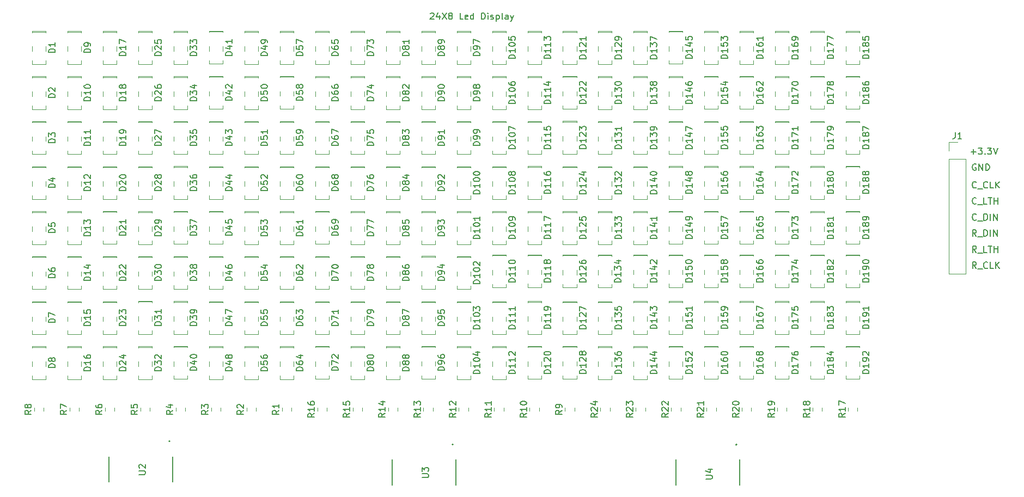
<source format=gbr>
%TF.GenerationSoftware,KiCad,Pcbnew,7.0.10-7.0.10~ubuntu22.04.1*%
%TF.CreationDate,2024-03-22T22:41:02+05:30*%
%TF.ProjectId,LEd_Display,4c45645f-4469-4737-906c-61792e6b6963,rev?*%
%TF.SameCoordinates,Original*%
%TF.FileFunction,Legend,Top*%
%TF.FilePolarity,Positive*%
%FSLAX46Y46*%
G04 Gerber Fmt 4.6, Leading zero omitted, Abs format (unit mm)*
G04 Created by KiCad (PCBNEW 7.0.10-7.0.10~ubuntu22.04.1) date 2024-03-22 22:41:02*
%MOMM*%
%LPD*%
G01*
G04 APERTURE LIST*
%ADD10C,0.200000*%
%ADD11C,0.150000*%
%ADD12C,0.127000*%
%ADD13C,0.120000*%
G04 APERTURE END LIST*
D10*
X143572054Y-45712457D02*
X143619673Y-45664838D01*
X143619673Y-45664838D02*
X143714911Y-45617219D01*
X143714911Y-45617219D02*
X143953006Y-45617219D01*
X143953006Y-45617219D02*
X144048244Y-45664838D01*
X144048244Y-45664838D02*
X144095863Y-45712457D01*
X144095863Y-45712457D02*
X144143482Y-45807695D01*
X144143482Y-45807695D02*
X144143482Y-45902933D01*
X144143482Y-45902933D02*
X144095863Y-46045790D01*
X144095863Y-46045790D02*
X143524435Y-46617219D01*
X143524435Y-46617219D02*
X144143482Y-46617219D01*
X145000625Y-45950552D02*
X145000625Y-46617219D01*
X144762530Y-45569600D02*
X144524435Y-46283885D01*
X144524435Y-46283885D02*
X145143482Y-46283885D01*
X145429197Y-45617219D02*
X146095863Y-46617219D01*
X146095863Y-45617219D02*
X145429197Y-46617219D01*
X146619673Y-46045790D02*
X146524435Y-45998171D01*
X146524435Y-45998171D02*
X146476816Y-45950552D01*
X146476816Y-45950552D02*
X146429197Y-45855314D01*
X146429197Y-45855314D02*
X146429197Y-45807695D01*
X146429197Y-45807695D02*
X146476816Y-45712457D01*
X146476816Y-45712457D02*
X146524435Y-45664838D01*
X146524435Y-45664838D02*
X146619673Y-45617219D01*
X146619673Y-45617219D02*
X146810149Y-45617219D01*
X146810149Y-45617219D02*
X146905387Y-45664838D01*
X146905387Y-45664838D02*
X146953006Y-45712457D01*
X146953006Y-45712457D02*
X147000625Y-45807695D01*
X147000625Y-45807695D02*
X147000625Y-45855314D01*
X147000625Y-45855314D02*
X146953006Y-45950552D01*
X146953006Y-45950552D02*
X146905387Y-45998171D01*
X146905387Y-45998171D02*
X146810149Y-46045790D01*
X146810149Y-46045790D02*
X146619673Y-46045790D01*
X146619673Y-46045790D02*
X146524435Y-46093409D01*
X146524435Y-46093409D02*
X146476816Y-46141028D01*
X146476816Y-46141028D02*
X146429197Y-46236266D01*
X146429197Y-46236266D02*
X146429197Y-46426742D01*
X146429197Y-46426742D02*
X146476816Y-46521980D01*
X146476816Y-46521980D02*
X146524435Y-46569600D01*
X146524435Y-46569600D02*
X146619673Y-46617219D01*
X146619673Y-46617219D02*
X146810149Y-46617219D01*
X146810149Y-46617219D02*
X146905387Y-46569600D01*
X146905387Y-46569600D02*
X146953006Y-46521980D01*
X146953006Y-46521980D02*
X147000625Y-46426742D01*
X147000625Y-46426742D02*
X147000625Y-46236266D01*
X147000625Y-46236266D02*
X146953006Y-46141028D01*
X146953006Y-46141028D02*
X146905387Y-46093409D01*
X146905387Y-46093409D02*
X146810149Y-46045790D01*
X148667292Y-46617219D02*
X148191102Y-46617219D01*
X148191102Y-46617219D02*
X148191102Y-45617219D01*
X149381578Y-46569600D02*
X149286340Y-46617219D01*
X149286340Y-46617219D02*
X149095864Y-46617219D01*
X149095864Y-46617219D02*
X149000626Y-46569600D01*
X149000626Y-46569600D02*
X148953007Y-46474361D01*
X148953007Y-46474361D02*
X148953007Y-46093409D01*
X148953007Y-46093409D02*
X149000626Y-45998171D01*
X149000626Y-45998171D02*
X149095864Y-45950552D01*
X149095864Y-45950552D02*
X149286340Y-45950552D01*
X149286340Y-45950552D02*
X149381578Y-45998171D01*
X149381578Y-45998171D02*
X149429197Y-46093409D01*
X149429197Y-46093409D02*
X149429197Y-46188647D01*
X149429197Y-46188647D02*
X148953007Y-46283885D01*
X150286340Y-46617219D02*
X150286340Y-45617219D01*
X150286340Y-46569600D02*
X150191102Y-46617219D01*
X150191102Y-46617219D02*
X150000626Y-46617219D01*
X150000626Y-46617219D02*
X149905388Y-46569600D01*
X149905388Y-46569600D02*
X149857769Y-46521980D01*
X149857769Y-46521980D02*
X149810150Y-46426742D01*
X149810150Y-46426742D02*
X149810150Y-46141028D01*
X149810150Y-46141028D02*
X149857769Y-46045790D01*
X149857769Y-46045790D02*
X149905388Y-45998171D01*
X149905388Y-45998171D02*
X150000626Y-45950552D01*
X150000626Y-45950552D02*
X150191102Y-45950552D01*
X150191102Y-45950552D02*
X150286340Y-45998171D01*
X151524436Y-46617219D02*
X151524436Y-45617219D01*
X151524436Y-45617219D02*
X151762531Y-45617219D01*
X151762531Y-45617219D02*
X151905388Y-45664838D01*
X151905388Y-45664838D02*
X152000626Y-45760076D01*
X152000626Y-45760076D02*
X152048245Y-45855314D01*
X152048245Y-45855314D02*
X152095864Y-46045790D01*
X152095864Y-46045790D02*
X152095864Y-46188647D01*
X152095864Y-46188647D02*
X152048245Y-46379123D01*
X152048245Y-46379123D02*
X152000626Y-46474361D01*
X152000626Y-46474361D02*
X151905388Y-46569600D01*
X151905388Y-46569600D02*
X151762531Y-46617219D01*
X151762531Y-46617219D02*
X151524436Y-46617219D01*
X152524436Y-46617219D02*
X152524436Y-45950552D01*
X152524436Y-45617219D02*
X152476817Y-45664838D01*
X152476817Y-45664838D02*
X152524436Y-45712457D01*
X152524436Y-45712457D02*
X152572055Y-45664838D01*
X152572055Y-45664838D02*
X152524436Y-45617219D01*
X152524436Y-45617219D02*
X152524436Y-45712457D01*
X152953007Y-46569600D02*
X153048245Y-46617219D01*
X153048245Y-46617219D02*
X153238721Y-46617219D01*
X153238721Y-46617219D02*
X153333959Y-46569600D01*
X153333959Y-46569600D02*
X153381578Y-46474361D01*
X153381578Y-46474361D02*
X153381578Y-46426742D01*
X153381578Y-46426742D02*
X153333959Y-46331504D01*
X153333959Y-46331504D02*
X153238721Y-46283885D01*
X153238721Y-46283885D02*
X153095864Y-46283885D01*
X153095864Y-46283885D02*
X153000626Y-46236266D01*
X153000626Y-46236266D02*
X152953007Y-46141028D01*
X152953007Y-46141028D02*
X152953007Y-46093409D01*
X152953007Y-46093409D02*
X153000626Y-45998171D01*
X153000626Y-45998171D02*
X153095864Y-45950552D01*
X153095864Y-45950552D02*
X153238721Y-45950552D01*
X153238721Y-45950552D02*
X153333959Y-45998171D01*
X153810150Y-45950552D02*
X153810150Y-46950552D01*
X153810150Y-45998171D02*
X153905388Y-45950552D01*
X153905388Y-45950552D02*
X154095864Y-45950552D01*
X154095864Y-45950552D02*
X154191102Y-45998171D01*
X154191102Y-45998171D02*
X154238721Y-46045790D01*
X154238721Y-46045790D02*
X154286340Y-46141028D01*
X154286340Y-46141028D02*
X154286340Y-46426742D01*
X154286340Y-46426742D02*
X154238721Y-46521980D01*
X154238721Y-46521980D02*
X154191102Y-46569600D01*
X154191102Y-46569600D02*
X154095864Y-46617219D01*
X154095864Y-46617219D02*
X153905388Y-46617219D01*
X153905388Y-46617219D02*
X153810150Y-46569600D01*
X154857769Y-46617219D02*
X154762531Y-46569600D01*
X154762531Y-46569600D02*
X154714912Y-46474361D01*
X154714912Y-46474361D02*
X154714912Y-45617219D01*
X155667293Y-46617219D02*
X155667293Y-46093409D01*
X155667293Y-46093409D02*
X155619674Y-45998171D01*
X155619674Y-45998171D02*
X155524436Y-45950552D01*
X155524436Y-45950552D02*
X155333960Y-45950552D01*
X155333960Y-45950552D02*
X155238722Y-45998171D01*
X155667293Y-46569600D02*
X155572055Y-46617219D01*
X155572055Y-46617219D02*
X155333960Y-46617219D01*
X155333960Y-46617219D02*
X155238722Y-46569600D01*
X155238722Y-46569600D02*
X155191103Y-46474361D01*
X155191103Y-46474361D02*
X155191103Y-46379123D01*
X155191103Y-46379123D02*
X155238722Y-46283885D01*
X155238722Y-46283885D02*
X155333960Y-46236266D01*
X155333960Y-46236266D02*
X155572055Y-46236266D01*
X155572055Y-46236266D02*
X155667293Y-46188647D01*
X156048246Y-45950552D02*
X156286341Y-46617219D01*
X156524436Y-45950552D02*
X156286341Y-46617219D01*
X156286341Y-46617219D02*
X156191103Y-46855314D01*
X156191103Y-46855314D02*
X156143484Y-46902933D01*
X156143484Y-46902933D02*
X156048246Y-46950552D01*
X228441101Y-85367219D02*
X228107768Y-84891028D01*
X227869673Y-85367219D02*
X227869673Y-84367219D01*
X227869673Y-84367219D02*
X228250625Y-84367219D01*
X228250625Y-84367219D02*
X228345863Y-84414838D01*
X228345863Y-84414838D02*
X228393482Y-84462457D01*
X228393482Y-84462457D02*
X228441101Y-84557695D01*
X228441101Y-84557695D02*
X228441101Y-84700552D01*
X228441101Y-84700552D02*
X228393482Y-84795790D01*
X228393482Y-84795790D02*
X228345863Y-84843409D01*
X228345863Y-84843409D02*
X228250625Y-84891028D01*
X228250625Y-84891028D02*
X227869673Y-84891028D01*
X228631578Y-85462457D02*
X229393482Y-85462457D01*
X230203006Y-85271980D02*
X230155387Y-85319600D01*
X230155387Y-85319600D02*
X230012530Y-85367219D01*
X230012530Y-85367219D02*
X229917292Y-85367219D01*
X229917292Y-85367219D02*
X229774435Y-85319600D01*
X229774435Y-85319600D02*
X229679197Y-85224361D01*
X229679197Y-85224361D02*
X229631578Y-85129123D01*
X229631578Y-85129123D02*
X229583959Y-84938647D01*
X229583959Y-84938647D02*
X229583959Y-84795790D01*
X229583959Y-84795790D02*
X229631578Y-84605314D01*
X229631578Y-84605314D02*
X229679197Y-84510076D01*
X229679197Y-84510076D02*
X229774435Y-84414838D01*
X229774435Y-84414838D02*
X229917292Y-84367219D01*
X229917292Y-84367219D02*
X230012530Y-84367219D01*
X230012530Y-84367219D02*
X230155387Y-84414838D01*
X230155387Y-84414838D02*
X230203006Y-84462457D01*
X231107768Y-85367219D02*
X230631578Y-85367219D01*
X230631578Y-85367219D02*
X230631578Y-84367219D01*
X231441102Y-85367219D02*
X231441102Y-84367219D01*
X232012530Y-85367219D02*
X231583959Y-84795790D01*
X232012530Y-84367219D02*
X231441102Y-84938647D01*
X228441101Y-82867219D02*
X228107768Y-82391028D01*
X227869673Y-82867219D02*
X227869673Y-81867219D01*
X227869673Y-81867219D02*
X228250625Y-81867219D01*
X228250625Y-81867219D02*
X228345863Y-81914838D01*
X228345863Y-81914838D02*
X228393482Y-81962457D01*
X228393482Y-81962457D02*
X228441101Y-82057695D01*
X228441101Y-82057695D02*
X228441101Y-82200552D01*
X228441101Y-82200552D02*
X228393482Y-82295790D01*
X228393482Y-82295790D02*
X228345863Y-82343409D01*
X228345863Y-82343409D02*
X228250625Y-82391028D01*
X228250625Y-82391028D02*
X227869673Y-82391028D01*
X228631578Y-82962457D02*
X229393482Y-82962457D01*
X230107768Y-82867219D02*
X229631578Y-82867219D01*
X229631578Y-82867219D02*
X229631578Y-81867219D01*
X230298245Y-81867219D02*
X230869673Y-81867219D01*
X230583959Y-82867219D02*
X230583959Y-81867219D01*
X231203007Y-82867219D02*
X231203007Y-81867219D01*
X231203007Y-82343409D02*
X231774435Y-82343409D01*
X231774435Y-82867219D02*
X231774435Y-81867219D01*
X228441101Y-80367219D02*
X228107768Y-79891028D01*
X227869673Y-80367219D02*
X227869673Y-79367219D01*
X227869673Y-79367219D02*
X228250625Y-79367219D01*
X228250625Y-79367219D02*
X228345863Y-79414838D01*
X228345863Y-79414838D02*
X228393482Y-79462457D01*
X228393482Y-79462457D02*
X228441101Y-79557695D01*
X228441101Y-79557695D02*
X228441101Y-79700552D01*
X228441101Y-79700552D02*
X228393482Y-79795790D01*
X228393482Y-79795790D02*
X228345863Y-79843409D01*
X228345863Y-79843409D02*
X228250625Y-79891028D01*
X228250625Y-79891028D02*
X227869673Y-79891028D01*
X228631578Y-80462457D02*
X229393482Y-80462457D01*
X229631578Y-80367219D02*
X229631578Y-79367219D01*
X229631578Y-79367219D02*
X229869673Y-79367219D01*
X229869673Y-79367219D02*
X230012530Y-79414838D01*
X230012530Y-79414838D02*
X230107768Y-79510076D01*
X230107768Y-79510076D02*
X230155387Y-79605314D01*
X230155387Y-79605314D02*
X230203006Y-79795790D01*
X230203006Y-79795790D02*
X230203006Y-79938647D01*
X230203006Y-79938647D02*
X230155387Y-80129123D01*
X230155387Y-80129123D02*
X230107768Y-80224361D01*
X230107768Y-80224361D02*
X230012530Y-80319600D01*
X230012530Y-80319600D02*
X229869673Y-80367219D01*
X229869673Y-80367219D02*
X229631578Y-80367219D01*
X230631578Y-80367219D02*
X230631578Y-79367219D01*
X231107768Y-80367219D02*
X231107768Y-79367219D01*
X231107768Y-79367219D02*
X231679196Y-80367219D01*
X231679196Y-80367219D02*
X231679196Y-79367219D01*
X228441101Y-77771980D02*
X228393482Y-77819600D01*
X228393482Y-77819600D02*
X228250625Y-77867219D01*
X228250625Y-77867219D02*
X228155387Y-77867219D01*
X228155387Y-77867219D02*
X228012530Y-77819600D01*
X228012530Y-77819600D02*
X227917292Y-77724361D01*
X227917292Y-77724361D02*
X227869673Y-77629123D01*
X227869673Y-77629123D02*
X227822054Y-77438647D01*
X227822054Y-77438647D02*
X227822054Y-77295790D01*
X227822054Y-77295790D02*
X227869673Y-77105314D01*
X227869673Y-77105314D02*
X227917292Y-77010076D01*
X227917292Y-77010076D02*
X228012530Y-76914838D01*
X228012530Y-76914838D02*
X228155387Y-76867219D01*
X228155387Y-76867219D02*
X228250625Y-76867219D01*
X228250625Y-76867219D02*
X228393482Y-76914838D01*
X228393482Y-76914838D02*
X228441101Y-76962457D01*
X228631578Y-77962457D02*
X229393482Y-77962457D01*
X229631578Y-77867219D02*
X229631578Y-76867219D01*
X229631578Y-76867219D02*
X229869673Y-76867219D01*
X229869673Y-76867219D02*
X230012530Y-76914838D01*
X230012530Y-76914838D02*
X230107768Y-77010076D01*
X230107768Y-77010076D02*
X230155387Y-77105314D01*
X230155387Y-77105314D02*
X230203006Y-77295790D01*
X230203006Y-77295790D02*
X230203006Y-77438647D01*
X230203006Y-77438647D02*
X230155387Y-77629123D01*
X230155387Y-77629123D02*
X230107768Y-77724361D01*
X230107768Y-77724361D02*
X230012530Y-77819600D01*
X230012530Y-77819600D02*
X229869673Y-77867219D01*
X229869673Y-77867219D02*
X229631578Y-77867219D01*
X230631578Y-77867219D02*
X230631578Y-76867219D01*
X231107768Y-77867219D02*
X231107768Y-76867219D01*
X231107768Y-76867219D02*
X231679196Y-77867219D01*
X231679196Y-77867219D02*
X231679196Y-76867219D01*
X228441101Y-75271980D02*
X228393482Y-75319600D01*
X228393482Y-75319600D02*
X228250625Y-75367219D01*
X228250625Y-75367219D02*
X228155387Y-75367219D01*
X228155387Y-75367219D02*
X228012530Y-75319600D01*
X228012530Y-75319600D02*
X227917292Y-75224361D01*
X227917292Y-75224361D02*
X227869673Y-75129123D01*
X227869673Y-75129123D02*
X227822054Y-74938647D01*
X227822054Y-74938647D02*
X227822054Y-74795790D01*
X227822054Y-74795790D02*
X227869673Y-74605314D01*
X227869673Y-74605314D02*
X227917292Y-74510076D01*
X227917292Y-74510076D02*
X228012530Y-74414838D01*
X228012530Y-74414838D02*
X228155387Y-74367219D01*
X228155387Y-74367219D02*
X228250625Y-74367219D01*
X228250625Y-74367219D02*
X228393482Y-74414838D01*
X228393482Y-74414838D02*
X228441101Y-74462457D01*
X228631578Y-75462457D02*
X229393482Y-75462457D01*
X230107768Y-75367219D02*
X229631578Y-75367219D01*
X229631578Y-75367219D02*
X229631578Y-74367219D01*
X230298245Y-74367219D02*
X230869673Y-74367219D01*
X230583959Y-75367219D02*
X230583959Y-74367219D01*
X231203007Y-75367219D02*
X231203007Y-74367219D01*
X231203007Y-74843409D02*
X231774435Y-74843409D01*
X231774435Y-75367219D02*
X231774435Y-74367219D01*
X228441101Y-72771980D02*
X228393482Y-72819600D01*
X228393482Y-72819600D02*
X228250625Y-72867219D01*
X228250625Y-72867219D02*
X228155387Y-72867219D01*
X228155387Y-72867219D02*
X228012530Y-72819600D01*
X228012530Y-72819600D02*
X227917292Y-72724361D01*
X227917292Y-72724361D02*
X227869673Y-72629123D01*
X227869673Y-72629123D02*
X227822054Y-72438647D01*
X227822054Y-72438647D02*
X227822054Y-72295790D01*
X227822054Y-72295790D02*
X227869673Y-72105314D01*
X227869673Y-72105314D02*
X227917292Y-72010076D01*
X227917292Y-72010076D02*
X228012530Y-71914838D01*
X228012530Y-71914838D02*
X228155387Y-71867219D01*
X228155387Y-71867219D02*
X228250625Y-71867219D01*
X228250625Y-71867219D02*
X228393482Y-71914838D01*
X228393482Y-71914838D02*
X228441101Y-71962457D01*
X228631578Y-72962457D02*
X229393482Y-72962457D01*
X230203006Y-72771980D02*
X230155387Y-72819600D01*
X230155387Y-72819600D02*
X230012530Y-72867219D01*
X230012530Y-72867219D02*
X229917292Y-72867219D01*
X229917292Y-72867219D02*
X229774435Y-72819600D01*
X229774435Y-72819600D02*
X229679197Y-72724361D01*
X229679197Y-72724361D02*
X229631578Y-72629123D01*
X229631578Y-72629123D02*
X229583959Y-72438647D01*
X229583959Y-72438647D02*
X229583959Y-72295790D01*
X229583959Y-72295790D02*
X229631578Y-72105314D01*
X229631578Y-72105314D02*
X229679197Y-72010076D01*
X229679197Y-72010076D02*
X229774435Y-71914838D01*
X229774435Y-71914838D02*
X229917292Y-71867219D01*
X229917292Y-71867219D02*
X230012530Y-71867219D01*
X230012530Y-71867219D02*
X230155387Y-71914838D01*
X230155387Y-71914838D02*
X230203006Y-71962457D01*
X231107768Y-72867219D02*
X230631578Y-72867219D01*
X230631578Y-72867219D02*
X230631578Y-71867219D01*
X231441102Y-72867219D02*
X231441102Y-71867219D01*
X232012530Y-72867219D02*
X231583959Y-72295790D01*
X232012530Y-71867219D02*
X231441102Y-72438647D01*
X228393482Y-69164838D02*
X228298244Y-69117219D01*
X228298244Y-69117219D02*
X228155387Y-69117219D01*
X228155387Y-69117219D02*
X228012530Y-69164838D01*
X228012530Y-69164838D02*
X227917292Y-69260076D01*
X227917292Y-69260076D02*
X227869673Y-69355314D01*
X227869673Y-69355314D02*
X227822054Y-69545790D01*
X227822054Y-69545790D02*
X227822054Y-69688647D01*
X227822054Y-69688647D02*
X227869673Y-69879123D01*
X227869673Y-69879123D02*
X227917292Y-69974361D01*
X227917292Y-69974361D02*
X228012530Y-70069600D01*
X228012530Y-70069600D02*
X228155387Y-70117219D01*
X228155387Y-70117219D02*
X228250625Y-70117219D01*
X228250625Y-70117219D02*
X228393482Y-70069600D01*
X228393482Y-70069600D02*
X228441101Y-70021980D01*
X228441101Y-70021980D02*
X228441101Y-69688647D01*
X228441101Y-69688647D02*
X228250625Y-69688647D01*
X228869673Y-70117219D02*
X228869673Y-69117219D01*
X228869673Y-69117219D02*
X229441101Y-70117219D01*
X229441101Y-70117219D02*
X229441101Y-69117219D01*
X229917292Y-70117219D02*
X229917292Y-69117219D01*
X229917292Y-69117219D02*
X230155387Y-69117219D01*
X230155387Y-69117219D02*
X230298244Y-69164838D01*
X230298244Y-69164838D02*
X230393482Y-69260076D01*
X230393482Y-69260076D02*
X230441101Y-69355314D01*
X230441101Y-69355314D02*
X230488720Y-69545790D01*
X230488720Y-69545790D02*
X230488720Y-69688647D01*
X230488720Y-69688647D02*
X230441101Y-69879123D01*
X230441101Y-69879123D02*
X230393482Y-69974361D01*
X230393482Y-69974361D02*
X230298244Y-70069600D01*
X230298244Y-70069600D02*
X230155387Y-70117219D01*
X230155387Y-70117219D02*
X229917292Y-70117219D01*
X227619673Y-67236266D02*
X228381578Y-67236266D01*
X228000625Y-67617219D02*
X228000625Y-66855314D01*
X228762530Y-66617219D02*
X229381577Y-66617219D01*
X229381577Y-66617219D02*
X229048244Y-66998171D01*
X229048244Y-66998171D02*
X229191101Y-66998171D01*
X229191101Y-66998171D02*
X229286339Y-67045790D01*
X229286339Y-67045790D02*
X229333958Y-67093409D01*
X229333958Y-67093409D02*
X229381577Y-67188647D01*
X229381577Y-67188647D02*
X229381577Y-67426742D01*
X229381577Y-67426742D02*
X229333958Y-67521980D01*
X229333958Y-67521980D02*
X229286339Y-67569600D01*
X229286339Y-67569600D02*
X229191101Y-67617219D01*
X229191101Y-67617219D02*
X228905387Y-67617219D01*
X228905387Y-67617219D02*
X228810149Y-67569600D01*
X228810149Y-67569600D02*
X228762530Y-67521980D01*
X229810149Y-67521980D02*
X229857768Y-67569600D01*
X229857768Y-67569600D02*
X229810149Y-67617219D01*
X229810149Y-67617219D02*
X229762530Y-67569600D01*
X229762530Y-67569600D02*
X229810149Y-67521980D01*
X229810149Y-67521980D02*
X229810149Y-67617219D01*
X230191101Y-66617219D02*
X230810148Y-66617219D01*
X230810148Y-66617219D02*
X230476815Y-66998171D01*
X230476815Y-66998171D02*
X230619672Y-66998171D01*
X230619672Y-66998171D02*
X230714910Y-67045790D01*
X230714910Y-67045790D02*
X230762529Y-67093409D01*
X230762529Y-67093409D02*
X230810148Y-67188647D01*
X230810148Y-67188647D02*
X230810148Y-67426742D01*
X230810148Y-67426742D02*
X230762529Y-67521980D01*
X230762529Y-67521980D02*
X230714910Y-67569600D01*
X230714910Y-67569600D02*
X230619672Y-67617219D01*
X230619672Y-67617219D02*
X230333958Y-67617219D01*
X230333958Y-67617219D02*
X230238720Y-67569600D01*
X230238720Y-67569600D02*
X230191101Y-67521980D01*
X231095863Y-66617219D02*
X231429196Y-67617219D01*
X231429196Y-67617219D02*
X231762529Y-66617219D01*
D11*
X186399819Y-118111904D02*
X187209342Y-118111904D01*
X187209342Y-118111904D02*
X187304580Y-118064285D01*
X187304580Y-118064285D02*
X187352200Y-118016666D01*
X187352200Y-118016666D02*
X187399819Y-117921428D01*
X187399819Y-117921428D02*
X187399819Y-117730952D01*
X187399819Y-117730952D02*
X187352200Y-117635714D01*
X187352200Y-117635714D02*
X187304580Y-117588095D01*
X187304580Y-117588095D02*
X187209342Y-117540476D01*
X187209342Y-117540476D02*
X186399819Y-117540476D01*
X186733152Y-116635714D02*
X187399819Y-116635714D01*
X186352200Y-116873809D02*
X187066485Y-117111904D01*
X187066485Y-117111904D02*
X187066485Y-116492857D01*
X142299819Y-117891904D02*
X143109342Y-117891904D01*
X143109342Y-117891904D02*
X143204580Y-117844285D01*
X143204580Y-117844285D02*
X143252200Y-117796666D01*
X143252200Y-117796666D02*
X143299819Y-117701428D01*
X143299819Y-117701428D02*
X143299819Y-117510952D01*
X143299819Y-117510952D02*
X143252200Y-117415714D01*
X143252200Y-117415714D02*
X143204580Y-117368095D01*
X143204580Y-117368095D02*
X143109342Y-117320476D01*
X143109342Y-117320476D02*
X142299819Y-117320476D01*
X142299819Y-116939523D02*
X142299819Y-116320476D01*
X142299819Y-116320476D02*
X142680771Y-116653809D01*
X142680771Y-116653809D02*
X142680771Y-116510952D01*
X142680771Y-116510952D02*
X142728390Y-116415714D01*
X142728390Y-116415714D02*
X142776009Y-116368095D01*
X142776009Y-116368095D02*
X142871247Y-116320476D01*
X142871247Y-116320476D02*
X143109342Y-116320476D01*
X143109342Y-116320476D02*
X143204580Y-116368095D01*
X143204580Y-116368095D02*
X143252200Y-116415714D01*
X143252200Y-116415714D02*
X143299819Y-116510952D01*
X143299819Y-116510952D02*
X143299819Y-116796666D01*
X143299819Y-116796666D02*
X143252200Y-116891904D01*
X143252200Y-116891904D02*
X143204580Y-116939523D01*
X98279819Y-117421904D02*
X99089342Y-117421904D01*
X99089342Y-117421904D02*
X99184580Y-117374285D01*
X99184580Y-117374285D02*
X99232200Y-117326666D01*
X99232200Y-117326666D02*
X99279819Y-117231428D01*
X99279819Y-117231428D02*
X99279819Y-117040952D01*
X99279819Y-117040952D02*
X99232200Y-116945714D01*
X99232200Y-116945714D02*
X99184580Y-116898095D01*
X99184580Y-116898095D02*
X99089342Y-116850476D01*
X99089342Y-116850476D02*
X98279819Y-116850476D01*
X98375057Y-116421904D02*
X98327438Y-116374285D01*
X98327438Y-116374285D02*
X98279819Y-116279047D01*
X98279819Y-116279047D02*
X98279819Y-116040952D01*
X98279819Y-116040952D02*
X98327438Y-115945714D01*
X98327438Y-115945714D02*
X98375057Y-115898095D01*
X98375057Y-115898095D02*
X98470295Y-115850476D01*
X98470295Y-115850476D02*
X98565533Y-115850476D01*
X98565533Y-115850476D02*
X98708390Y-115898095D01*
X98708390Y-115898095D02*
X99279819Y-116469523D01*
X99279819Y-116469523D02*
X99279819Y-115850476D01*
X169554819Y-107917857D02*
X169078628Y-108251190D01*
X169554819Y-108489285D02*
X168554819Y-108489285D01*
X168554819Y-108489285D02*
X168554819Y-108108333D01*
X168554819Y-108108333D02*
X168602438Y-108013095D01*
X168602438Y-108013095D02*
X168650057Y-107965476D01*
X168650057Y-107965476D02*
X168745295Y-107917857D01*
X168745295Y-107917857D02*
X168888152Y-107917857D01*
X168888152Y-107917857D02*
X168983390Y-107965476D01*
X168983390Y-107965476D02*
X169031009Y-108013095D01*
X169031009Y-108013095D02*
X169078628Y-108108333D01*
X169078628Y-108108333D02*
X169078628Y-108489285D01*
X168650057Y-107536904D02*
X168602438Y-107489285D01*
X168602438Y-107489285D02*
X168554819Y-107394047D01*
X168554819Y-107394047D02*
X168554819Y-107155952D01*
X168554819Y-107155952D02*
X168602438Y-107060714D01*
X168602438Y-107060714D02*
X168650057Y-107013095D01*
X168650057Y-107013095D02*
X168745295Y-106965476D01*
X168745295Y-106965476D02*
X168840533Y-106965476D01*
X168840533Y-106965476D02*
X168983390Y-107013095D01*
X168983390Y-107013095D02*
X169554819Y-107584523D01*
X169554819Y-107584523D02*
X169554819Y-106965476D01*
X168888152Y-106108333D02*
X169554819Y-106108333D01*
X168507200Y-106346428D02*
X169221485Y-106584523D01*
X169221485Y-106584523D02*
X169221485Y-105965476D01*
X175054819Y-107917857D02*
X174578628Y-108251190D01*
X175054819Y-108489285D02*
X174054819Y-108489285D01*
X174054819Y-108489285D02*
X174054819Y-108108333D01*
X174054819Y-108108333D02*
X174102438Y-108013095D01*
X174102438Y-108013095D02*
X174150057Y-107965476D01*
X174150057Y-107965476D02*
X174245295Y-107917857D01*
X174245295Y-107917857D02*
X174388152Y-107917857D01*
X174388152Y-107917857D02*
X174483390Y-107965476D01*
X174483390Y-107965476D02*
X174531009Y-108013095D01*
X174531009Y-108013095D02*
X174578628Y-108108333D01*
X174578628Y-108108333D02*
X174578628Y-108489285D01*
X174150057Y-107536904D02*
X174102438Y-107489285D01*
X174102438Y-107489285D02*
X174054819Y-107394047D01*
X174054819Y-107394047D02*
X174054819Y-107155952D01*
X174054819Y-107155952D02*
X174102438Y-107060714D01*
X174102438Y-107060714D02*
X174150057Y-107013095D01*
X174150057Y-107013095D02*
X174245295Y-106965476D01*
X174245295Y-106965476D02*
X174340533Y-106965476D01*
X174340533Y-106965476D02*
X174483390Y-107013095D01*
X174483390Y-107013095D02*
X175054819Y-107584523D01*
X175054819Y-107584523D02*
X175054819Y-106965476D01*
X174054819Y-106632142D02*
X174054819Y-106013095D01*
X174054819Y-106013095D02*
X174435771Y-106346428D01*
X174435771Y-106346428D02*
X174435771Y-106203571D01*
X174435771Y-106203571D02*
X174483390Y-106108333D01*
X174483390Y-106108333D02*
X174531009Y-106060714D01*
X174531009Y-106060714D02*
X174626247Y-106013095D01*
X174626247Y-106013095D02*
X174864342Y-106013095D01*
X174864342Y-106013095D02*
X174959580Y-106060714D01*
X174959580Y-106060714D02*
X175007200Y-106108333D01*
X175007200Y-106108333D02*
X175054819Y-106203571D01*
X175054819Y-106203571D02*
X175054819Y-106489285D01*
X175054819Y-106489285D02*
X175007200Y-106584523D01*
X175007200Y-106584523D02*
X174959580Y-106632142D01*
X180554819Y-107917857D02*
X180078628Y-108251190D01*
X180554819Y-108489285D02*
X179554819Y-108489285D01*
X179554819Y-108489285D02*
X179554819Y-108108333D01*
X179554819Y-108108333D02*
X179602438Y-108013095D01*
X179602438Y-108013095D02*
X179650057Y-107965476D01*
X179650057Y-107965476D02*
X179745295Y-107917857D01*
X179745295Y-107917857D02*
X179888152Y-107917857D01*
X179888152Y-107917857D02*
X179983390Y-107965476D01*
X179983390Y-107965476D02*
X180031009Y-108013095D01*
X180031009Y-108013095D02*
X180078628Y-108108333D01*
X180078628Y-108108333D02*
X180078628Y-108489285D01*
X179650057Y-107536904D02*
X179602438Y-107489285D01*
X179602438Y-107489285D02*
X179554819Y-107394047D01*
X179554819Y-107394047D02*
X179554819Y-107155952D01*
X179554819Y-107155952D02*
X179602438Y-107060714D01*
X179602438Y-107060714D02*
X179650057Y-107013095D01*
X179650057Y-107013095D02*
X179745295Y-106965476D01*
X179745295Y-106965476D02*
X179840533Y-106965476D01*
X179840533Y-106965476D02*
X179983390Y-107013095D01*
X179983390Y-107013095D02*
X180554819Y-107584523D01*
X180554819Y-107584523D02*
X180554819Y-106965476D01*
X179650057Y-106584523D02*
X179602438Y-106536904D01*
X179602438Y-106536904D02*
X179554819Y-106441666D01*
X179554819Y-106441666D02*
X179554819Y-106203571D01*
X179554819Y-106203571D02*
X179602438Y-106108333D01*
X179602438Y-106108333D02*
X179650057Y-106060714D01*
X179650057Y-106060714D02*
X179745295Y-106013095D01*
X179745295Y-106013095D02*
X179840533Y-106013095D01*
X179840533Y-106013095D02*
X179983390Y-106060714D01*
X179983390Y-106060714D02*
X180554819Y-106632142D01*
X180554819Y-106632142D02*
X180554819Y-106013095D01*
X186054819Y-107917857D02*
X185578628Y-108251190D01*
X186054819Y-108489285D02*
X185054819Y-108489285D01*
X185054819Y-108489285D02*
X185054819Y-108108333D01*
X185054819Y-108108333D02*
X185102438Y-108013095D01*
X185102438Y-108013095D02*
X185150057Y-107965476D01*
X185150057Y-107965476D02*
X185245295Y-107917857D01*
X185245295Y-107917857D02*
X185388152Y-107917857D01*
X185388152Y-107917857D02*
X185483390Y-107965476D01*
X185483390Y-107965476D02*
X185531009Y-108013095D01*
X185531009Y-108013095D02*
X185578628Y-108108333D01*
X185578628Y-108108333D02*
X185578628Y-108489285D01*
X185150057Y-107536904D02*
X185102438Y-107489285D01*
X185102438Y-107489285D02*
X185054819Y-107394047D01*
X185054819Y-107394047D02*
X185054819Y-107155952D01*
X185054819Y-107155952D02*
X185102438Y-107060714D01*
X185102438Y-107060714D02*
X185150057Y-107013095D01*
X185150057Y-107013095D02*
X185245295Y-106965476D01*
X185245295Y-106965476D02*
X185340533Y-106965476D01*
X185340533Y-106965476D02*
X185483390Y-107013095D01*
X185483390Y-107013095D02*
X186054819Y-107584523D01*
X186054819Y-107584523D02*
X186054819Y-106965476D01*
X186054819Y-106013095D02*
X186054819Y-106584523D01*
X186054819Y-106298809D02*
X185054819Y-106298809D01*
X185054819Y-106298809D02*
X185197676Y-106394047D01*
X185197676Y-106394047D02*
X185292914Y-106489285D01*
X185292914Y-106489285D02*
X185340533Y-106584523D01*
X191554819Y-107917857D02*
X191078628Y-108251190D01*
X191554819Y-108489285D02*
X190554819Y-108489285D01*
X190554819Y-108489285D02*
X190554819Y-108108333D01*
X190554819Y-108108333D02*
X190602438Y-108013095D01*
X190602438Y-108013095D02*
X190650057Y-107965476D01*
X190650057Y-107965476D02*
X190745295Y-107917857D01*
X190745295Y-107917857D02*
X190888152Y-107917857D01*
X190888152Y-107917857D02*
X190983390Y-107965476D01*
X190983390Y-107965476D02*
X191031009Y-108013095D01*
X191031009Y-108013095D02*
X191078628Y-108108333D01*
X191078628Y-108108333D02*
X191078628Y-108489285D01*
X190650057Y-107536904D02*
X190602438Y-107489285D01*
X190602438Y-107489285D02*
X190554819Y-107394047D01*
X190554819Y-107394047D02*
X190554819Y-107155952D01*
X190554819Y-107155952D02*
X190602438Y-107060714D01*
X190602438Y-107060714D02*
X190650057Y-107013095D01*
X190650057Y-107013095D02*
X190745295Y-106965476D01*
X190745295Y-106965476D02*
X190840533Y-106965476D01*
X190840533Y-106965476D02*
X190983390Y-107013095D01*
X190983390Y-107013095D02*
X191554819Y-107584523D01*
X191554819Y-107584523D02*
X191554819Y-106965476D01*
X190554819Y-106346428D02*
X190554819Y-106251190D01*
X190554819Y-106251190D02*
X190602438Y-106155952D01*
X190602438Y-106155952D02*
X190650057Y-106108333D01*
X190650057Y-106108333D02*
X190745295Y-106060714D01*
X190745295Y-106060714D02*
X190935771Y-106013095D01*
X190935771Y-106013095D02*
X191173866Y-106013095D01*
X191173866Y-106013095D02*
X191364342Y-106060714D01*
X191364342Y-106060714D02*
X191459580Y-106108333D01*
X191459580Y-106108333D02*
X191507200Y-106155952D01*
X191507200Y-106155952D02*
X191554819Y-106251190D01*
X191554819Y-106251190D02*
X191554819Y-106346428D01*
X191554819Y-106346428D02*
X191507200Y-106441666D01*
X191507200Y-106441666D02*
X191459580Y-106489285D01*
X191459580Y-106489285D02*
X191364342Y-106536904D01*
X191364342Y-106536904D02*
X191173866Y-106584523D01*
X191173866Y-106584523D02*
X190935771Y-106584523D01*
X190935771Y-106584523D02*
X190745295Y-106536904D01*
X190745295Y-106536904D02*
X190650057Y-106489285D01*
X190650057Y-106489285D02*
X190602438Y-106441666D01*
X190602438Y-106441666D02*
X190554819Y-106346428D01*
X197054819Y-107917857D02*
X196578628Y-108251190D01*
X197054819Y-108489285D02*
X196054819Y-108489285D01*
X196054819Y-108489285D02*
X196054819Y-108108333D01*
X196054819Y-108108333D02*
X196102438Y-108013095D01*
X196102438Y-108013095D02*
X196150057Y-107965476D01*
X196150057Y-107965476D02*
X196245295Y-107917857D01*
X196245295Y-107917857D02*
X196388152Y-107917857D01*
X196388152Y-107917857D02*
X196483390Y-107965476D01*
X196483390Y-107965476D02*
X196531009Y-108013095D01*
X196531009Y-108013095D02*
X196578628Y-108108333D01*
X196578628Y-108108333D02*
X196578628Y-108489285D01*
X197054819Y-106965476D02*
X197054819Y-107536904D01*
X197054819Y-107251190D02*
X196054819Y-107251190D01*
X196054819Y-107251190D02*
X196197676Y-107346428D01*
X196197676Y-107346428D02*
X196292914Y-107441666D01*
X196292914Y-107441666D02*
X196340533Y-107536904D01*
X197054819Y-106489285D02*
X197054819Y-106298809D01*
X197054819Y-106298809D02*
X197007200Y-106203571D01*
X197007200Y-106203571D02*
X196959580Y-106155952D01*
X196959580Y-106155952D02*
X196816723Y-106060714D01*
X196816723Y-106060714D02*
X196626247Y-106013095D01*
X196626247Y-106013095D02*
X196245295Y-106013095D01*
X196245295Y-106013095D02*
X196150057Y-106060714D01*
X196150057Y-106060714D02*
X196102438Y-106108333D01*
X196102438Y-106108333D02*
X196054819Y-106203571D01*
X196054819Y-106203571D02*
X196054819Y-106394047D01*
X196054819Y-106394047D02*
X196102438Y-106489285D01*
X196102438Y-106489285D02*
X196150057Y-106536904D01*
X196150057Y-106536904D02*
X196245295Y-106584523D01*
X196245295Y-106584523D02*
X196483390Y-106584523D01*
X196483390Y-106584523D02*
X196578628Y-106536904D01*
X196578628Y-106536904D02*
X196626247Y-106489285D01*
X196626247Y-106489285D02*
X196673866Y-106394047D01*
X196673866Y-106394047D02*
X196673866Y-106203571D01*
X196673866Y-106203571D02*
X196626247Y-106108333D01*
X196626247Y-106108333D02*
X196578628Y-106060714D01*
X196578628Y-106060714D02*
X196483390Y-106013095D01*
X202554819Y-107917857D02*
X202078628Y-108251190D01*
X202554819Y-108489285D02*
X201554819Y-108489285D01*
X201554819Y-108489285D02*
X201554819Y-108108333D01*
X201554819Y-108108333D02*
X201602438Y-108013095D01*
X201602438Y-108013095D02*
X201650057Y-107965476D01*
X201650057Y-107965476D02*
X201745295Y-107917857D01*
X201745295Y-107917857D02*
X201888152Y-107917857D01*
X201888152Y-107917857D02*
X201983390Y-107965476D01*
X201983390Y-107965476D02*
X202031009Y-108013095D01*
X202031009Y-108013095D02*
X202078628Y-108108333D01*
X202078628Y-108108333D02*
X202078628Y-108489285D01*
X202554819Y-106965476D02*
X202554819Y-107536904D01*
X202554819Y-107251190D02*
X201554819Y-107251190D01*
X201554819Y-107251190D02*
X201697676Y-107346428D01*
X201697676Y-107346428D02*
X201792914Y-107441666D01*
X201792914Y-107441666D02*
X201840533Y-107536904D01*
X201983390Y-106394047D02*
X201935771Y-106489285D01*
X201935771Y-106489285D02*
X201888152Y-106536904D01*
X201888152Y-106536904D02*
X201792914Y-106584523D01*
X201792914Y-106584523D02*
X201745295Y-106584523D01*
X201745295Y-106584523D02*
X201650057Y-106536904D01*
X201650057Y-106536904D02*
X201602438Y-106489285D01*
X201602438Y-106489285D02*
X201554819Y-106394047D01*
X201554819Y-106394047D02*
X201554819Y-106203571D01*
X201554819Y-106203571D02*
X201602438Y-106108333D01*
X201602438Y-106108333D02*
X201650057Y-106060714D01*
X201650057Y-106060714D02*
X201745295Y-106013095D01*
X201745295Y-106013095D02*
X201792914Y-106013095D01*
X201792914Y-106013095D02*
X201888152Y-106060714D01*
X201888152Y-106060714D02*
X201935771Y-106108333D01*
X201935771Y-106108333D02*
X201983390Y-106203571D01*
X201983390Y-106203571D02*
X201983390Y-106394047D01*
X201983390Y-106394047D02*
X202031009Y-106489285D01*
X202031009Y-106489285D02*
X202078628Y-106536904D01*
X202078628Y-106536904D02*
X202173866Y-106584523D01*
X202173866Y-106584523D02*
X202364342Y-106584523D01*
X202364342Y-106584523D02*
X202459580Y-106536904D01*
X202459580Y-106536904D02*
X202507200Y-106489285D01*
X202507200Y-106489285D02*
X202554819Y-106394047D01*
X202554819Y-106394047D02*
X202554819Y-106203571D01*
X202554819Y-106203571D02*
X202507200Y-106108333D01*
X202507200Y-106108333D02*
X202459580Y-106060714D01*
X202459580Y-106060714D02*
X202364342Y-106013095D01*
X202364342Y-106013095D02*
X202173866Y-106013095D01*
X202173866Y-106013095D02*
X202078628Y-106060714D01*
X202078628Y-106060714D02*
X202031009Y-106108333D01*
X202031009Y-106108333D02*
X201983390Y-106203571D01*
X208054819Y-107917857D02*
X207578628Y-108251190D01*
X208054819Y-108489285D02*
X207054819Y-108489285D01*
X207054819Y-108489285D02*
X207054819Y-108108333D01*
X207054819Y-108108333D02*
X207102438Y-108013095D01*
X207102438Y-108013095D02*
X207150057Y-107965476D01*
X207150057Y-107965476D02*
X207245295Y-107917857D01*
X207245295Y-107917857D02*
X207388152Y-107917857D01*
X207388152Y-107917857D02*
X207483390Y-107965476D01*
X207483390Y-107965476D02*
X207531009Y-108013095D01*
X207531009Y-108013095D02*
X207578628Y-108108333D01*
X207578628Y-108108333D02*
X207578628Y-108489285D01*
X208054819Y-106965476D02*
X208054819Y-107536904D01*
X208054819Y-107251190D02*
X207054819Y-107251190D01*
X207054819Y-107251190D02*
X207197676Y-107346428D01*
X207197676Y-107346428D02*
X207292914Y-107441666D01*
X207292914Y-107441666D02*
X207340533Y-107536904D01*
X207054819Y-106632142D02*
X207054819Y-105965476D01*
X207054819Y-105965476D02*
X208054819Y-106394047D01*
X125554819Y-107917857D02*
X125078628Y-108251190D01*
X125554819Y-108489285D02*
X124554819Y-108489285D01*
X124554819Y-108489285D02*
X124554819Y-108108333D01*
X124554819Y-108108333D02*
X124602438Y-108013095D01*
X124602438Y-108013095D02*
X124650057Y-107965476D01*
X124650057Y-107965476D02*
X124745295Y-107917857D01*
X124745295Y-107917857D02*
X124888152Y-107917857D01*
X124888152Y-107917857D02*
X124983390Y-107965476D01*
X124983390Y-107965476D02*
X125031009Y-108013095D01*
X125031009Y-108013095D02*
X125078628Y-108108333D01*
X125078628Y-108108333D02*
X125078628Y-108489285D01*
X125554819Y-106965476D02*
X125554819Y-107536904D01*
X125554819Y-107251190D02*
X124554819Y-107251190D01*
X124554819Y-107251190D02*
X124697676Y-107346428D01*
X124697676Y-107346428D02*
X124792914Y-107441666D01*
X124792914Y-107441666D02*
X124840533Y-107536904D01*
X124554819Y-106108333D02*
X124554819Y-106298809D01*
X124554819Y-106298809D02*
X124602438Y-106394047D01*
X124602438Y-106394047D02*
X124650057Y-106441666D01*
X124650057Y-106441666D02*
X124792914Y-106536904D01*
X124792914Y-106536904D02*
X124983390Y-106584523D01*
X124983390Y-106584523D02*
X125364342Y-106584523D01*
X125364342Y-106584523D02*
X125459580Y-106536904D01*
X125459580Y-106536904D02*
X125507200Y-106489285D01*
X125507200Y-106489285D02*
X125554819Y-106394047D01*
X125554819Y-106394047D02*
X125554819Y-106203571D01*
X125554819Y-106203571D02*
X125507200Y-106108333D01*
X125507200Y-106108333D02*
X125459580Y-106060714D01*
X125459580Y-106060714D02*
X125364342Y-106013095D01*
X125364342Y-106013095D02*
X125126247Y-106013095D01*
X125126247Y-106013095D02*
X125031009Y-106060714D01*
X125031009Y-106060714D02*
X124983390Y-106108333D01*
X124983390Y-106108333D02*
X124935771Y-106203571D01*
X124935771Y-106203571D02*
X124935771Y-106394047D01*
X124935771Y-106394047D02*
X124983390Y-106489285D01*
X124983390Y-106489285D02*
X125031009Y-106536904D01*
X125031009Y-106536904D02*
X125126247Y-106584523D01*
X131054819Y-107917857D02*
X130578628Y-108251190D01*
X131054819Y-108489285D02*
X130054819Y-108489285D01*
X130054819Y-108489285D02*
X130054819Y-108108333D01*
X130054819Y-108108333D02*
X130102438Y-108013095D01*
X130102438Y-108013095D02*
X130150057Y-107965476D01*
X130150057Y-107965476D02*
X130245295Y-107917857D01*
X130245295Y-107917857D02*
X130388152Y-107917857D01*
X130388152Y-107917857D02*
X130483390Y-107965476D01*
X130483390Y-107965476D02*
X130531009Y-108013095D01*
X130531009Y-108013095D02*
X130578628Y-108108333D01*
X130578628Y-108108333D02*
X130578628Y-108489285D01*
X131054819Y-106965476D02*
X131054819Y-107536904D01*
X131054819Y-107251190D02*
X130054819Y-107251190D01*
X130054819Y-107251190D02*
X130197676Y-107346428D01*
X130197676Y-107346428D02*
X130292914Y-107441666D01*
X130292914Y-107441666D02*
X130340533Y-107536904D01*
X130054819Y-106060714D02*
X130054819Y-106536904D01*
X130054819Y-106536904D02*
X130531009Y-106584523D01*
X130531009Y-106584523D02*
X130483390Y-106536904D01*
X130483390Y-106536904D02*
X130435771Y-106441666D01*
X130435771Y-106441666D02*
X130435771Y-106203571D01*
X130435771Y-106203571D02*
X130483390Y-106108333D01*
X130483390Y-106108333D02*
X130531009Y-106060714D01*
X130531009Y-106060714D02*
X130626247Y-106013095D01*
X130626247Y-106013095D02*
X130864342Y-106013095D01*
X130864342Y-106013095D02*
X130959580Y-106060714D01*
X130959580Y-106060714D02*
X131007200Y-106108333D01*
X131007200Y-106108333D02*
X131054819Y-106203571D01*
X131054819Y-106203571D02*
X131054819Y-106441666D01*
X131054819Y-106441666D02*
X131007200Y-106536904D01*
X131007200Y-106536904D02*
X130959580Y-106584523D01*
X136554819Y-107917857D02*
X136078628Y-108251190D01*
X136554819Y-108489285D02*
X135554819Y-108489285D01*
X135554819Y-108489285D02*
X135554819Y-108108333D01*
X135554819Y-108108333D02*
X135602438Y-108013095D01*
X135602438Y-108013095D02*
X135650057Y-107965476D01*
X135650057Y-107965476D02*
X135745295Y-107917857D01*
X135745295Y-107917857D02*
X135888152Y-107917857D01*
X135888152Y-107917857D02*
X135983390Y-107965476D01*
X135983390Y-107965476D02*
X136031009Y-108013095D01*
X136031009Y-108013095D02*
X136078628Y-108108333D01*
X136078628Y-108108333D02*
X136078628Y-108489285D01*
X136554819Y-106965476D02*
X136554819Y-107536904D01*
X136554819Y-107251190D02*
X135554819Y-107251190D01*
X135554819Y-107251190D02*
X135697676Y-107346428D01*
X135697676Y-107346428D02*
X135792914Y-107441666D01*
X135792914Y-107441666D02*
X135840533Y-107536904D01*
X135888152Y-106108333D02*
X136554819Y-106108333D01*
X135507200Y-106346428D02*
X136221485Y-106584523D01*
X136221485Y-106584523D02*
X136221485Y-105965476D01*
X142054819Y-107917857D02*
X141578628Y-108251190D01*
X142054819Y-108489285D02*
X141054819Y-108489285D01*
X141054819Y-108489285D02*
X141054819Y-108108333D01*
X141054819Y-108108333D02*
X141102438Y-108013095D01*
X141102438Y-108013095D02*
X141150057Y-107965476D01*
X141150057Y-107965476D02*
X141245295Y-107917857D01*
X141245295Y-107917857D02*
X141388152Y-107917857D01*
X141388152Y-107917857D02*
X141483390Y-107965476D01*
X141483390Y-107965476D02*
X141531009Y-108013095D01*
X141531009Y-108013095D02*
X141578628Y-108108333D01*
X141578628Y-108108333D02*
X141578628Y-108489285D01*
X142054819Y-106965476D02*
X142054819Y-107536904D01*
X142054819Y-107251190D02*
X141054819Y-107251190D01*
X141054819Y-107251190D02*
X141197676Y-107346428D01*
X141197676Y-107346428D02*
X141292914Y-107441666D01*
X141292914Y-107441666D02*
X141340533Y-107536904D01*
X141054819Y-106632142D02*
X141054819Y-106013095D01*
X141054819Y-106013095D02*
X141435771Y-106346428D01*
X141435771Y-106346428D02*
X141435771Y-106203571D01*
X141435771Y-106203571D02*
X141483390Y-106108333D01*
X141483390Y-106108333D02*
X141531009Y-106060714D01*
X141531009Y-106060714D02*
X141626247Y-106013095D01*
X141626247Y-106013095D02*
X141864342Y-106013095D01*
X141864342Y-106013095D02*
X141959580Y-106060714D01*
X141959580Y-106060714D02*
X142007200Y-106108333D01*
X142007200Y-106108333D02*
X142054819Y-106203571D01*
X142054819Y-106203571D02*
X142054819Y-106489285D01*
X142054819Y-106489285D02*
X142007200Y-106584523D01*
X142007200Y-106584523D02*
X141959580Y-106632142D01*
X147554819Y-107917857D02*
X147078628Y-108251190D01*
X147554819Y-108489285D02*
X146554819Y-108489285D01*
X146554819Y-108489285D02*
X146554819Y-108108333D01*
X146554819Y-108108333D02*
X146602438Y-108013095D01*
X146602438Y-108013095D02*
X146650057Y-107965476D01*
X146650057Y-107965476D02*
X146745295Y-107917857D01*
X146745295Y-107917857D02*
X146888152Y-107917857D01*
X146888152Y-107917857D02*
X146983390Y-107965476D01*
X146983390Y-107965476D02*
X147031009Y-108013095D01*
X147031009Y-108013095D02*
X147078628Y-108108333D01*
X147078628Y-108108333D02*
X147078628Y-108489285D01*
X147554819Y-106965476D02*
X147554819Y-107536904D01*
X147554819Y-107251190D02*
X146554819Y-107251190D01*
X146554819Y-107251190D02*
X146697676Y-107346428D01*
X146697676Y-107346428D02*
X146792914Y-107441666D01*
X146792914Y-107441666D02*
X146840533Y-107536904D01*
X146650057Y-106584523D02*
X146602438Y-106536904D01*
X146602438Y-106536904D02*
X146554819Y-106441666D01*
X146554819Y-106441666D02*
X146554819Y-106203571D01*
X146554819Y-106203571D02*
X146602438Y-106108333D01*
X146602438Y-106108333D02*
X146650057Y-106060714D01*
X146650057Y-106060714D02*
X146745295Y-106013095D01*
X146745295Y-106013095D02*
X146840533Y-106013095D01*
X146840533Y-106013095D02*
X146983390Y-106060714D01*
X146983390Y-106060714D02*
X147554819Y-106632142D01*
X147554819Y-106632142D02*
X147554819Y-106013095D01*
X153054819Y-107917857D02*
X152578628Y-108251190D01*
X153054819Y-108489285D02*
X152054819Y-108489285D01*
X152054819Y-108489285D02*
X152054819Y-108108333D01*
X152054819Y-108108333D02*
X152102438Y-108013095D01*
X152102438Y-108013095D02*
X152150057Y-107965476D01*
X152150057Y-107965476D02*
X152245295Y-107917857D01*
X152245295Y-107917857D02*
X152388152Y-107917857D01*
X152388152Y-107917857D02*
X152483390Y-107965476D01*
X152483390Y-107965476D02*
X152531009Y-108013095D01*
X152531009Y-108013095D02*
X152578628Y-108108333D01*
X152578628Y-108108333D02*
X152578628Y-108489285D01*
X153054819Y-106965476D02*
X153054819Y-107536904D01*
X153054819Y-107251190D02*
X152054819Y-107251190D01*
X152054819Y-107251190D02*
X152197676Y-107346428D01*
X152197676Y-107346428D02*
X152292914Y-107441666D01*
X152292914Y-107441666D02*
X152340533Y-107536904D01*
X153054819Y-106013095D02*
X153054819Y-106584523D01*
X153054819Y-106298809D02*
X152054819Y-106298809D01*
X152054819Y-106298809D02*
X152197676Y-106394047D01*
X152197676Y-106394047D02*
X152292914Y-106489285D01*
X152292914Y-106489285D02*
X152340533Y-106584523D01*
X158554819Y-107917857D02*
X158078628Y-108251190D01*
X158554819Y-108489285D02*
X157554819Y-108489285D01*
X157554819Y-108489285D02*
X157554819Y-108108333D01*
X157554819Y-108108333D02*
X157602438Y-108013095D01*
X157602438Y-108013095D02*
X157650057Y-107965476D01*
X157650057Y-107965476D02*
X157745295Y-107917857D01*
X157745295Y-107917857D02*
X157888152Y-107917857D01*
X157888152Y-107917857D02*
X157983390Y-107965476D01*
X157983390Y-107965476D02*
X158031009Y-108013095D01*
X158031009Y-108013095D02*
X158078628Y-108108333D01*
X158078628Y-108108333D02*
X158078628Y-108489285D01*
X158554819Y-106965476D02*
X158554819Y-107536904D01*
X158554819Y-107251190D02*
X157554819Y-107251190D01*
X157554819Y-107251190D02*
X157697676Y-107346428D01*
X157697676Y-107346428D02*
X157792914Y-107441666D01*
X157792914Y-107441666D02*
X157840533Y-107536904D01*
X157554819Y-106346428D02*
X157554819Y-106251190D01*
X157554819Y-106251190D02*
X157602438Y-106155952D01*
X157602438Y-106155952D02*
X157650057Y-106108333D01*
X157650057Y-106108333D02*
X157745295Y-106060714D01*
X157745295Y-106060714D02*
X157935771Y-106013095D01*
X157935771Y-106013095D02*
X158173866Y-106013095D01*
X158173866Y-106013095D02*
X158364342Y-106060714D01*
X158364342Y-106060714D02*
X158459580Y-106108333D01*
X158459580Y-106108333D02*
X158507200Y-106155952D01*
X158507200Y-106155952D02*
X158554819Y-106251190D01*
X158554819Y-106251190D02*
X158554819Y-106346428D01*
X158554819Y-106346428D02*
X158507200Y-106441666D01*
X158507200Y-106441666D02*
X158459580Y-106489285D01*
X158459580Y-106489285D02*
X158364342Y-106536904D01*
X158364342Y-106536904D02*
X158173866Y-106584523D01*
X158173866Y-106584523D02*
X157935771Y-106584523D01*
X157935771Y-106584523D02*
X157745295Y-106536904D01*
X157745295Y-106536904D02*
X157650057Y-106489285D01*
X157650057Y-106489285D02*
X157602438Y-106441666D01*
X157602438Y-106441666D02*
X157554819Y-106346428D01*
X164054819Y-107441666D02*
X163578628Y-107774999D01*
X164054819Y-108013094D02*
X163054819Y-108013094D01*
X163054819Y-108013094D02*
X163054819Y-107632142D01*
X163054819Y-107632142D02*
X163102438Y-107536904D01*
X163102438Y-107536904D02*
X163150057Y-107489285D01*
X163150057Y-107489285D02*
X163245295Y-107441666D01*
X163245295Y-107441666D02*
X163388152Y-107441666D01*
X163388152Y-107441666D02*
X163483390Y-107489285D01*
X163483390Y-107489285D02*
X163531009Y-107536904D01*
X163531009Y-107536904D02*
X163578628Y-107632142D01*
X163578628Y-107632142D02*
X163578628Y-108013094D01*
X164054819Y-106965475D02*
X164054819Y-106774999D01*
X164054819Y-106774999D02*
X164007200Y-106679761D01*
X164007200Y-106679761D02*
X163959580Y-106632142D01*
X163959580Y-106632142D02*
X163816723Y-106536904D01*
X163816723Y-106536904D02*
X163626247Y-106489285D01*
X163626247Y-106489285D02*
X163245295Y-106489285D01*
X163245295Y-106489285D02*
X163150057Y-106536904D01*
X163150057Y-106536904D02*
X163102438Y-106584523D01*
X163102438Y-106584523D02*
X163054819Y-106679761D01*
X163054819Y-106679761D02*
X163054819Y-106870237D01*
X163054819Y-106870237D02*
X163102438Y-106965475D01*
X163102438Y-106965475D02*
X163150057Y-107013094D01*
X163150057Y-107013094D02*
X163245295Y-107060713D01*
X163245295Y-107060713D02*
X163483390Y-107060713D01*
X163483390Y-107060713D02*
X163578628Y-107013094D01*
X163578628Y-107013094D02*
X163626247Y-106965475D01*
X163626247Y-106965475D02*
X163673866Y-106870237D01*
X163673866Y-106870237D02*
X163673866Y-106679761D01*
X163673866Y-106679761D02*
X163626247Y-106584523D01*
X163626247Y-106584523D02*
X163578628Y-106536904D01*
X163578628Y-106536904D02*
X163483390Y-106489285D01*
X81554819Y-107441666D02*
X81078628Y-107774999D01*
X81554819Y-108013094D02*
X80554819Y-108013094D01*
X80554819Y-108013094D02*
X80554819Y-107632142D01*
X80554819Y-107632142D02*
X80602438Y-107536904D01*
X80602438Y-107536904D02*
X80650057Y-107489285D01*
X80650057Y-107489285D02*
X80745295Y-107441666D01*
X80745295Y-107441666D02*
X80888152Y-107441666D01*
X80888152Y-107441666D02*
X80983390Y-107489285D01*
X80983390Y-107489285D02*
X81031009Y-107536904D01*
X81031009Y-107536904D02*
X81078628Y-107632142D01*
X81078628Y-107632142D02*
X81078628Y-108013094D01*
X80983390Y-106870237D02*
X80935771Y-106965475D01*
X80935771Y-106965475D02*
X80888152Y-107013094D01*
X80888152Y-107013094D02*
X80792914Y-107060713D01*
X80792914Y-107060713D02*
X80745295Y-107060713D01*
X80745295Y-107060713D02*
X80650057Y-107013094D01*
X80650057Y-107013094D02*
X80602438Y-106965475D01*
X80602438Y-106965475D02*
X80554819Y-106870237D01*
X80554819Y-106870237D02*
X80554819Y-106679761D01*
X80554819Y-106679761D02*
X80602438Y-106584523D01*
X80602438Y-106584523D02*
X80650057Y-106536904D01*
X80650057Y-106536904D02*
X80745295Y-106489285D01*
X80745295Y-106489285D02*
X80792914Y-106489285D01*
X80792914Y-106489285D02*
X80888152Y-106536904D01*
X80888152Y-106536904D02*
X80935771Y-106584523D01*
X80935771Y-106584523D02*
X80983390Y-106679761D01*
X80983390Y-106679761D02*
X80983390Y-106870237D01*
X80983390Y-106870237D02*
X81031009Y-106965475D01*
X81031009Y-106965475D02*
X81078628Y-107013094D01*
X81078628Y-107013094D02*
X81173866Y-107060713D01*
X81173866Y-107060713D02*
X81364342Y-107060713D01*
X81364342Y-107060713D02*
X81459580Y-107013094D01*
X81459580Y-107013094D02*
X81507200Y-106965475D01*
X81507200Y-106965475D02*
X81554819Y-106870237D01*
X81554819Y-106870237D02*
X81554819Y-106679761D01*
X81554819Y-106679761D02*
X81507200Y-106584523D01*
X81507200Y-106584523D02*
X81459580Y-106536904D01*
X81459580Y-106536904D02*
X81364342Y-106489285D01*
X81364342Y-106489285D02*
X81173866Y-106489285D01*
X81173866Y-106489285D02*
X81078628Y-106536904D01*
X81078628Y-106536904D02*
X81031009Y-106584523D01*
X81031009Y-106584523D02*
X80983390Y-106679761D01*
X87054819Y-107441666D02*
X86578628Y-107774999D01*
X87054819Y-108013094D02*
X86054819Y-108013094D01*
X86054819Y-108013094D02*
X86054819Y-107632142D01*
X86054819Y-107632142D02*
X86102438Y-107536904D01*
X86102438Y-107536904D02*
X86150057Y-107489285D01*
X86150057Y-107489285D02*
X86245295Y-107441666D01*
X86245295Y-107441666D02*
X86388152Y-107441666D01*
X86388152Y-107441666D02*
X86483390Y-107489285D01*
X86483390Y-107489285D02*
X86531009Y-107536904D01*
X86531009Y-107536904D02*
X86578628Y-107632142D01*
X86578628Y-107632142D02*
X86578628Y-108013094D01*
X86054819Y-107108332D02*
X86054819Y-106441666D01*
X86054819Y-106441666D02*
X87054819Y-106870237D01*
X92554819Y-107441666D02*
X92078628Y-107774999D01*
X92554819Y-108013094D02*
X91554819Y-108013094D01*
X91554819Y-108013094D02*
X91554819Y-107632142D01*
X91554819Y-107632142D02*
X91602438Y-107536904D01*
X91602438Y-107536904D02*
X91650057Y-107489285D01*
X91650057Y-107489285D02*
X91745295Y-107441666D01*
X91745295Y-107441666D02*
X91888152Y-107441666D01*
X91888152Y-107441666D02*
X91983390Y-107489285D01*
X91983390Y-107489285D02*
X92031009Y-107536904D01*
X92031009Y-107536904D02*
X92078628Y-107632142D01*
X92078628Y-107632142D02*
X92078628Y-108013094D01*
X91554819Y-106584523D02*
X91554819Y-106774999D01*
X91554819Y-106774999D02*
X91602438Y-106870237D01*
X91602438Y-106870237D02*
X91650057Y-106917856D01*
X91650057Y-106917856D02*
X91792914Y-107013094D01*
X91792914Y-107013094D02*
X91983390Y-107060713D01*
X91983390Y-107060713D02*
X92364342Y-107060713D01*
X92364342Y-107060713D02*
X92459580Y-107013094D01*
X92459580Y-107013094D02*
X92507200Y-106965475D01*
X92507200Y-106965475D02*
X92554819Y-106870237D01*
X92554819Y-106870237D02*
X92554819Y-106679761D01*
X92554819Y-106679761D02*
X92507200Y-106584523D01*
X92507200Y-106584523D02*
X92459580Y-106536904D01*
X92459580Y-106536904D02*
X92364342Y-106489285D01*
X92364342Y-106489285D02*
X92126247Y-106489285D01*
X92126247Y-106489285D02*
X92031009Y-106536904D01*
X92031009Y-106536904D02*
X91983390Y-106584523D01*
X91983390Y-106584523D02*
X91935771Y-106679761D01*
X91935771Y-106679761D02*
X91935771Y-106870237D01*
X91935771Y-106870237D02*
X91983390Y-106965475D01*
X91983390Y-106965475D02*
X92031009Y-107013094D01*
X92031009Y-107013094D02*
X92126247Y-107060713D01*
X98054819Y-107441666D02*
X97578628Y-107774999D01*
X98054819Y-108013094D02*
X97054819Y-108013094D01*
X97054819Y-108013094D02*
X97054819Y-107632142D01*
X97054819Y-107632142D02*
X97102438Y-107536904D01*
X97102438Y-107536904D02*
X97150057Y-107489285D01*
X97150057Y-107489285D02*
X97245295Y-107441666D01*
X97245295Y-107441666D02*
X97388152Y-107441666D01*
X97388152Y-107441666D02*
X97483390Y-107489285D01*
X97483390Y-107489285D02*
X97531009Y-107536904D01*
X97531009Y-107536904D02*
X97578628Y-107632142D01*
X97578628Y-107632142D02*
X97578628Y-108013094D01*
X97054819Y-106536904D02*
X97054819Y-107013094D01*
X97054819Y-107013094D02*
X97531009Y-107060713D01*
X97531009Y-107060713D02*
X97483390Y-107013094D01*
X97483390Y-107013094D02*
X97435771Y-106917856D01*
X97435771Y-106917856D02*
X97435771Y-106679761D01*
X97435771Y-106679761D02*
X97483390Y-106584523D01*
X97483390Y-106584523D02*
X97531009Y-106536904D01*
X97531009Y-106536904D02*
X97626247Y-106489285D01*
X97626247Y-106489285D02*
X97864342Y-106489285D01*
X97864342Y-106489285D02*
X97959580Y-106536904D01*
X97959580Y-106536904D02*
X98007200Y-106584523D01*
X98007200Y-106584523D02*
X98054819Y-106679761D01*
X98054819Y-106679761D02*
X98054819Y-106917856D01*
X98054819Y-106917856D02*
X98007200Y-107013094D01*
X98007200Y-107013094D02*
X97959580Y-107060713D01*
X103554819Y-107441666D02*
X103078628Y-107774999D01*
X103554819Y-108013094D02*
X102554819Y-108013094D01*
X102554819Y-108013094D02*
X102554819Y-107632142D01*
X102554819Y-107632142D02*
X102602438Y-107536904D01*
X102602438Y-107536904D02*
X102650057Y-107489285D01*
X102650057Y-107489285D02*
X102745295Y-107441666D01*
X102745295Y-107441666D02*
X102888152Y-107441666D01*
X102888152Y-107441666D02*
X102983390Y-107489285D01*
X102983390Y-107489285D02*
X103031009Y-107536904D01*
X103031009Y-107536904D02*
X103078628Y-107632142D01*
X103078628Y-107632142D02*
X103078628Y-108013094D01*
X102888152Y-106584523D02*
X103554819Y-106584523D01*
X102507200Y-106822618D02*
X103221485Y-107060713D01*
X103221485Y-107060713D02*
X103221485Y-106441666D01*
X109054819Y-107441666D02*
X108578628Y-107774999D01*
X109054819Y-108013094D02*
X108054819Y-108013094D01*
X108054819Y-108013094D02*
X108054819Y-107632142D01*
X108054819Y-107632142D02*
X108102438Y-107536904D01*
X108102438Y-107536904D02*
X108150057Y-107489285D01*
X108150057Y-107489285D02*
X108245295Y-107441666D01*
X108245295Y-107441666D02*
X108388152Y-107441666D01*
X108388152Y-107441666D02*
X108483390Y-107489285D01*
X108483390Y-107489285D02*
X108531009Y-107536904D01*
X108531009Y-107536904D02*
X108578628Y-107632142D01*
X108578628Y-107632142D02*
X108578628Y-108013094D01*
X108054819Y-107108332D02*
X108054819Y-106489285D01*
X108054819Y-106489285D02*
X108435771Y-106822618D01*
X108435771Y-106822618D02*
X108435771Y-106679761D01*
X108435771Y-106679761D02*
X108483390Y-106584523D01*
X108483390Y-106584523D02*
X108531009Y-106536904D01*
X108531009Y-106536904D02*
X108626247Y-106489285D01*
X108626247Y-106489285D02*
X108864342Y-106489285D01*
X108864342Y-106489285D02*
X108959580Y-106536904D01*
X108959580Y-106536904D02*
X109007200Y-106584523D01*
X109007200Y-106584523D02*
X109054819Y-106679761D01*
X109054819Y-106679761D02*
X109054819Y-106965475D01*
X109054819Y-106965475D02*
X109007200Y-107060713D01*
X109007200Y-107060713D02*
X108959580Y-107108332D01*
X114554819Y-107441666D02*
X114078628Y-107774999D01*
X114554819Y-108013094D02*
X113554819Y-108013094D01*
X113554819Y-108013094D02*
X113554819Y-107632142D01*
X113554819Y-107632142D02*
X113602438Y-107536904D01*
X113602438Y-107536904D02*
X113650057Y-107489285D01*
X113650057Y-107489285D02*
X113745295Y-107441666D01*
X113745295Y-107441666D02*
X113888152Y-107441666D01*
X113888152Y-107441666D02*
X113983390Y-107489285D01*
X113983390Y-107489285D02*
X114031009Y-107536904D01*
X114031009Y-107536904D02*
X114078628Y-107632142D01*
X114078628Y-107632142D02*
X114078628Y-108013094D01*
X113650057Y-107060713D02*
X113602438Y-107013094D01*
X113602438Y-107013094D02*
X113554819Y-106917856D01*
X113554819Y-106917856D02*
X113554819Y-106679761D01*
X113554819Y-106679761D02*
X113602438Y-106584523D01*
X113602438Y-106584523D02*
X113650057Y-106536904D01*
X113650057Y-106536904D02*
X113745295Y-106489285D01*
X113745295Y-106489285D02*
X113840533Y-106489285D01*
X113840533Y-106489285D02*
X113983390Y-106536904D01*
X113983390Y-106536904D02*
X114554819Y-107108332D01*
X114554819Y-107108332D02*
X114554819Y-106489285D01*
X120054819Y-107441666D02*
X119578628Y-107774999D01*
X120054819Y-108013094D02*
X119054819Y-108013094D01*
X119054819Y-108013094D02*
X119054819Y-107632142D01*
X119054819Y-107632142D02*
X119102438Y-107536904D01*
X119102438Y-107536904D02*
X119150057Y-107489285D01*
X119150057Y-107489285D02*
X119245295Y-107441666D01*
X119245295Y-107441666D02*
X119388152Y-107441666D01*
X119388152Y-107441666D02*
X119483390Y-107489285D01*
X119483390Y-107489285D02*
X119531009Y-107536904D01*
X119531009Y-107536904D02*
X119578628Y-107632142D01*
X119578628Y-107632142D02*
X119578628Y-108013094D01*
X120054819Y-106489285D02*
X120054819Y-107060713D01*
X120054819Y-106774999D02*
X119054819Y-106774999D01*
X119054819Y-106774999D02*
X119197676Y-106870237D01*
X119197676Y-106870237D02*
X119292914Y-106965475D01*
X119292914Y-106965475D02*
X119340533Y-107060713D01*
X225166666Y-64199819D02*
X225166666Y-64914104D01*
X225166666Y-64914104D02*
X225119047Y-65056961D01*
X225119047Y-65056961D02*
X225023809Y-65152200D01*
X225023809Y-65152200D02*
X224880952Y-65199819D01*
X224880952Y-65199819D02*
X224785714Y-65199819D01*
X226166666Y-65199819D02*
X225595238Y-65199819D01*
X225880952Y-65199819D02*
X225880952Y-64199819D01*
X225880952Y-64199819D02*
X225785714Y-64342676D01*
X225785714Y-64342676D02*
X225690476Y-64437914D01*
X225690476Y-64437914D02*
X225595238Y-64485533D01*
X211764819Y-101710475D02*
X210764819Y-101710475D01*
X210764819Y-101710475D02*
X210764819Y-101472380D01*
X210764819Y-101472380D02*
X210812438Y-101329523D01*
X210812438Y-101329523D02*
X210907676Y-101234285D01*
X210907676Y-101234285D02*
X211002914Y-101186666D01*
X211002914Y-101186666D02*
X211193390Y-101139047D01*
X211193390Y-101139047D02*
X211336247Y-101139047D01*
X211336247Y-101139047D02*
X211526723Y-101186666D01*
X211526723Y-101186666D02*
X211621961Y-101234285D01*
X211621961Y-101234285D02*
X211717200Y-101329523D01*
X211717200Y-101329523D02*
X211764819Y-101472380D01*
X211764819Y-101472380D02*
X211764819Y-101710475D01*
X211764819Y-100186666D02*
X211764819Y-100758094D01*
X211764819Y-100472380D02*
X210764819Y-100472380D01*
X210764819Y-100472380D02*
X210907676Y-100567618D01*
X210907676Y-100567618D02*
X211002914Y-100662856D01*
X211002914Y-100662856D02*
X211050533Y-100758094D01*
X211764819Y-99710475D02*
X211764819Y-99519999D01*
X211764819Y-99519999D02*
X211717200Y-99424761D01*
X211717200Y-99424761D02*
X211669580Y-99377142D01*
X211669580Y-99377142D02*
X211526723Y-99281904D01*
X211526723Y-99281904D02*
X211336247Y-99234285D01*
X211336247Y-99234285D02*
X210955295Y-99234285D01*
X210955295Y-99234285D02*
X210860057Y-99281904D01*
X210860057Y-99281904D02*
X210812438Y-99329523D01*
X210812438Y-99329523D02*
X210764819Y-99424761D01*
X210764819Y-99424761D02*
X210764819Y-99615237D01*
X210764819Y-99615237D02*
X210812438Y-99710475D01*
X210812438Y-99710475D02*
X210860057Y-99758094D01*
X210860057Y-99758094D02*
X210955295Y-99805713D01*
X210955295Y-99805713D02*
X211193390Y-99805713D01*
X211193390Y-99805713D02*
X211288628Y-99758094D01*
X211288628Y-99758094D02*
X211336247Y-99710475D01*
X211336247Y-99710475D02*
X211383866Y-99615237D01*
X211383866Y-99615237D02*
X211383866Y-99424761D01*
X211383866Y-99424761D02*
X211336247Y-99329523D01*
X211336247Y-99329523D02*
X211288628Y-99281904D01*
X211288628Y-99281904D02*
X211193390Y-99234285D01*
X210860057Y-98853332D02*
X210812438Y-98805713D01*
X210812438Y-98805713D02*
X210764819Y-98710475D01*
X210764819Y-98710475D02*
X210764819Y-98472380D01*
X210764819Y-98472380D02*
X210812438Y-98377142D01*
X210812438Y-98377142D02*
X210860057Y-98329523D01*
X210860057Y-98329523D02*
X210955295Y-98281904D01*
X210955295Y-98281904D02*
X211050533Y-98281904D01*
X211050533Y-98281904D02*
X211193390Y-98329523D01*
X211193390Y-98329523D02*
X211764819Y-98900951D01*
X211764819Y-98900951D02*
X211764819Y-98281904D01*
X211764819Y-94710475D02*
X210764819Y-94710475D01*
X210764819Y-94710475D02*
X210764819Y-94472380D01*
X210764819Y-94472380D02*
X210812438Y-94329523D01*
X210812438Y-94329523D02*
X210907676Y-94234285D01*
X210907676Y-94234285D02*
X211002914Y-94186666D01*
X211002914Y-94186666D02*
X211193390Y-94139047D01*
X211193390Y-94139047D02*
X211336247Y-94139047D01*
X211336247Y-94139047D02*
X211526723Y-94186666D01*
X211526723Y-94186666D02*
X211621961Y-94234285D01*
X211621961Y-94234285D02*
X211717200Y-94329523D01*
X211717200Y-94329523D02*
X211764819Y-94472380D01*
X211764819Y-94472380D02*
X211764819Y-94710475D01*
X211764819Y-93186666D02*
X211764819Y-93758094D01*
X211764819Y-93472380D02*
X210764819Y-93472380D01*
X210764819Y-93472380D02*
X210907676Y-93567618D01*
X210907676Y-93567618D02*
X211002914Y-93662856D01*
X211002914Y-93662856D02*
X211050533Y-93758094D01*
X211764819Y-92710475D02*
X211764819Y-92519999D01*
X211764819Y-92519999D02*
X211717200Y-92424761D01*
X211717200Y-92424761D02*
X211669580Y-92377142D01*
X211669580Y-92377142D02*
X211526723Y-92281904D01*
X211526723Y-92281904D02*
X211336247Y-92234285D01*
X211336247Y-92234285D02*
X210955295Y-92234285D01*
X210955295Y-92234285D02*
X210860057Y-92281904D01*
X210860057Y-92281904D02*
X210812438Y-92329523D01*
X210812438Y-92329523D02*
X210764819Y-92424761D01*
X210764819Y-92424761D02*
X210764819Y-92615237D01*
X210764819Y-92615237D02*
X210812438Y-92710475D01*
X210812438Y-92710475D02*
X210860057Y-92758094D01*
X210860057Y-92758094D02*
X210955295Y-92805713D01*
X210955295Y-92805713D02*
X211193390Y-92805713D01*
X211193390Y-92805713D02*
X211288628Y-92758094D01*
X211288628Y-92758094D02*
X211336247Y-92710475D01*
X211336247Y-92710475D02*
X211383866Y-92615237D01*
X211383866Y-92615237D02*
X211383866Y-92424761D01*
X211383866Y-92424761D02*
X211336247Y-92329523D01*
X211336247Y-92329523D02*
X211288628Y-92281904D01*
X211288628Y-92281904D02*
X211193390Y-92234285D01*
X211764819Y-91281904D02*
X211764819Y-91853332D01*
X211764819Y-91567618D02*
X210764819Y-91567618D01*
X210764819Y-91567618D02*
X210907676Y-91662856D01*
X210907676Y-91662856D02*
X211002914Y-91758094D01*
X211002914Y-91758094D02*
X211050533Y-91853332D01*
X211764819Y-87460475D02*
X210764819Y-87460475D01*
X210764819Y-87460475D02*
X210764819Y-87222380D01*
X210764819Y-87222380D02*
X210812438Y-87079523D01*
X210812438Y-87079523D02*
X210907676Y-86984285D01*
X210907676Y-86984285D02*
X211002914Y-86936666D01*
X211002914Y-86936666D02*
X211193390Y-86889047D01*
X211193390Y-86889047D02*
X211336247Y-86889047D01*
X211336247Y-86889047D02*
X211526723Y-86936666D01*
X211526723Y-86936666D02*
X211621961Y-86984285D01*
X211621961Y-86984285D02*
X211717200Y-87079523D01*
X211717200Y-87079523D02*
X211764819Y-87222380D01*
X211764819Y-87222380D02*
X211764819Y-87460475D01*
X211764819Y-85936666D02*
X211764819Y-86508094D01*
X211764819Y-86222380D02*
X210764819Y-86222380D01*
X210764819Y-86222380D02*
X210907676Y-86317618D01*
X210907676Y-86317618D02*
X211002914Y-86412856D01*
X211002914Y-86412856D02*
X211050533Y-86508094D01*
X211764819Y-85460475D02*
X211764819Y-85269999D01*
X211764819Y-85269999D02*
X211717200Y-85174761D01*
X211717200Y-85174761D02*
X211669580Y-85127142D01*
X211669580Y-85127142D02*
X211526723Y-85031904D01*
X211526723Y-85031904D02*
X211336247Y-84984285D01*
X211336247Y-84984285D02*
X210955295Y-84984285D01*
X210955295Y-84984285D02*
X210860057Y-85031904D01*
X210860057Y-85031904D02*
X210812438Y-85079523D01*
X210812438Y-85079523D02*
X210764819Y-85174761D01*
X210764819Y-85174761D02*
X210764819Y-85365237D01*
X210764819Y-85365237D02*
X210812438Y-85460475D01*
X210812438Y-85460475D02*
X210860057Y-85508094D01*
X210860057Y-85508094D02*
X210955295Y-85555713D01*
X210955295Y-85555713D02*
X211193390Y-85555713D01*
X211193390Y-85555713D02*
X211288628Y-85508094D01*
X211288628Y-85508094D02*
X211336247Y-85460475D01*
X211336247Y-85460475D02*
X211383866Y-85365237D01*
X211383866Y-85365237D02*
X211383866Y-85174761D01*
X211383866Y-85174761D02*
X211336247Y-85079523D01*
X211336247Y-85079523D02*
X211288628Y-85031904D01*
X211288628Y-85031904D02*
X211193390Y-84984285D01*
X210764819Y-84365237D02*
X210764819Y-84269999D01*
X210764819Y-84269999D02*
X210812438Y-84174761D01*
X210812438Y-84174761D02*
X210860057Y-84127142D01*
X210860057Y-84127142D02*
X210955295Y-84079523D01*
X210955295Y-84079523D02*
X211145771Y-84031904D01*
X211145771Y-84031904D02*
X211383866Y-84031904D01*
X211383866Y-84031904D02*
X211574342Y-84079523D01*
X211574342Y-84079523D02*
X211669580Y-84127142D01*
X211669580Y-84127142D02*
X211717200Y-84174761D01*
X211717200Y-84174761D02*
X211764819Y-84269999D01*
X211764819Y-84269999D02*
X211764819Y-84365237D01*
X211764819Y-84365237D02*
X211717200Y-84460475D01*
X211717200Y-84460475D02*
X211669580Y-84508094D01*
X211669580Y-84508094D02*
X211574342Y-84555713D01*
X211574342Y-84555713D02*
X211383866Y-84603332D01*
X211383866Y-84603332D02*
X211145771Y-84603332D01*
X211145771Y-84603332D02*
X210955295Y-84555713D01*
X210955295Y-84555713D02*
X210860057Y-84508094D01*
X210860057Y-84508094D02*
X210812438Y-84460475D01*
X210812438Y-84460475D02*
X210764819Y-84365237D01*
X211764819Y-80710475D02*
X210764819Y-80710475D01*
X210764819Y-80710475D02*
X210764819Y-80472380D01*
X210764819Y-80472380D02*
X210812438Y-80329523D01*
X210812438Y-80329523D02*
X210907676Y-80234285D01*
X210907676Y-80234285D02*
X211002914Y-80186666D01*
X211002914Y-80186666D02*
X211193390Y-80139047D01*
X211193390Y-80139047D02*
X211336247Y-80139047D01*
X211336247Y-80139047D02*
X211526723Y-80186666D01*
X211526723Y-80186666D02*
X211621961Y-80234285D01*
X211621961Y-80234285D02*
X211717200Y-80329523D01*
X211717200Y-80329523D02*
X211764819Y-80472380D01*
X211764819Y-80472380D02*
X211764819Y-80710475D01*
X211764819Y-79186666D02*
X211764819Y-79758094D01*
X211764819Y-79472380D02*
X210764819Y-79472380D01*
X210764819Y-79472380D02*
X210907676Y-79567618D01*
X210907676Y-79567618D02*
X211002914Y-79662856D01*
X211002914Y-79662856D02*
X211050533Y-79758094D01*
X211193390Y-78615237D02*
X211145771Y-78710475D01*
X211145771Y-78710475D02*
X211098152Y-78758094D01*
X211098152Y-78758094D02*
X211002914Y-78805713D01*
X211002914Y-78805713D02*
X210955295Y-78805713D01*
X210955295Y-78805713D02*
X210860057Y-78758094D01*
X210860057Y-78758094D02*
X210812438Y-78710475D01*
X210812438Y-78710475D02*
X210764819Y-78615237D01*
X210764819Y-78615237D02*
X210764819Y-78424761D01*
X210764819Y-78424761D02*
X210812438Y-78329523D01*
X210812438Y-78329523D02*
X210860057Y-78281904D01*
X210860057Y-78281904D02*
X210955295Y-78234285D01*
X210955295Y-78234285D02*
X211002914Y-78234285D01*
X211002914Y-78234285D02*
X211098152Y-78281904D01*
X211098152Y-78281904D02*
X211145771Y-78329523D01*
X211145771Y-78329523D02*
X211193390Y-78424761D01*
X211193390Y-78424761D02*
X211193390Y-78615237D01*
X211193390Y-78615237D02*
X211241009Y-78710475D01*
X211241009Y-78710475D02*
X211288628Y-78758094D01*
X211288628Y-78758094D02*
X211383866Y-78805713D01*
X211383866Y-78805713D02*
X211574342Y-78805713D01*
X211574342Y-78805713D02*
X211669580Y-78758094D01*
X211669580Y-78758094D02*
X211717200Y-78710475D01*
X211717200Y-78710475D02*
X211764819Y-78615237D01*
X211764819Y-78615237D02*
X211764819Y-78424761D01*
X211764819Y-78424761D02*
X211717200Y-78329523D01*
X211717200Y-78329523D02*
X211669580Y-78281904D01*
X211669580Y-78281904D02*
X211574342Y-78234285D01*
X211574342Y-78234285D02*
X211383866Y-78234285D01*
X211383866Y-78234285D02*
X211288628Y-78281904D01*
X211288628Y-78281904D02*
X211241009Y-78329523D01*
X211241009Y-78329523D02*
X211193390Y-78424761D01*
X211764819Y-77758094D02*
X211764819Y-77567618D01*
X211764819Y-77567618D02*
X211717200Y-77472380D01*
X211717200Y-77472380D02*
X211669580Y-77424761D01*
X211669580Y-77424761D02*
X211526723Y-77329523D01*
X211526723Y-77329523D02*
X211336247Y-77281904D01*
X211336247Y-77281904D02*
X210955295Y-77281904D01*
X210955295Y-77281904D02*
X210860057Y-77329523D01*
X210860057Y-77329523D02*
X210812438Y-77377142D01*
X210812438Y-77377142D02*
X210764819Y-77472380D01*
X210764819Y-77472380D02*
X210764819Y-77662856D01*
X210764819Y-77662856D02*
X210812438Y-77758094D01*
X210812438Y-77758094D02*
X210860057Y-77805713D01*
X210860057Y-77805713D02*
X210955295Y-77853332D01*
X210955295Y-77853332D02*
X211193390Y-77853332D01*
X211193390Y-77853332D02*
X211288628Y-77805713D01*
X211288628Y-77805713D02*
X211336247Y-77758094D01*
X211336247Y-77758094D02*
X211383866Y-77662856D01*
X211383866Y-77662856D02*
X211383866Y-77472380D01*
X211383866Y-77472380D02*
X211336247Y-77377142D01*
X211336247Y-77377142D02*
X211288628Y-77329523D01*
X211288628Y-77329523D02*
X211193390Y-77281904D01*
X211764819Y-73695475D02*
X210764819Y-73695475D01*
X210764819Y-73695475D02*
X210764819Y-73457380D01*
X210764819Y-73457380D02*
X210812438Y-73314523D01*
X210812438Y-73314523D02*
X210907676Y-73219285D01*
X210907676Y-73219285D02*
X211002914Y-73171666D01*
X211002914Y-73171666D02*
X211193390Y-73124047D01*
X211193390Y-73124047D02*
X211336247Y-73124047D01*
X211336247Y-73124047D02*
X211526723Y-73171666D01*
X211526723Y-73171666D02*
X211621961Y-73219285D01*
X211621961Y-73219285D02*
X211717200Y-73314523D01*
X211717200Y-73314523D02*
X211764819Y-73457380D01*
X211764819Y-73457380D02*
X211764819Y-73695475D01*
X211764819Y-72171666D02*
X211764819Y-72743094D01*
X211764819Y-72457380D02*
X210764819Y-72457380D01*
X210764819Y-72457380D02*
X210907676Y-72552618D01*
X210907676Y-72552618D02*
X211002914Y-72647856D01*
X211002914Y-72647856D02*
X211050533Y-72743094D01*
X211193390Y-71600237D02*
X211145771Y-71695475D01*
X211145771Y-71695475D02*
X211098152Y-71743094D01*
X211098152Y-71743094D02*
X211002914Y-71790713D01*
X211002914Y-71790713D02*
X210955295Y-71790713D01*
X210955295Y-71790713D02*
X210860057Y-71743094D01*
X210860057Y-71743094D02*
X210812438Y-71695475D01*
X210812438Y-71695475D02*
X210764819Y-71600237D01*
X210764819Y-71600237D02*
X210764819Y-71409761D01*
X210764819Y-71409761D02*
X210812438Y-71314523D01*
X210812438Y-71314523D02*
X210860057Y-71266904D01*
X210860057Y-71266904D02*
X210955295Y-71219285D01*
X210955295Y-71219285D02*
X211002914Y-71219285D01*
X211002914Y-71219285D02*
X211098152Y-71266904D01*
X211098152Y-71266904D02*
X211145771Y-71314523D01*
X211145771Y-71314523D02*
X211193390Y-71409761D01*
X211193390Y-71409761D02*
X211193390Y-71600237D01*
X211193390Y-71600237D02*
X211241009Y-71695475D01*
X211241009Y-71695475D02*
X211288628Y-71743094D01*
X211288628Y-71743094D02*
X211383866Y-71790713D01*
X211383866Y-71790713D02*
X211574342Y-71790713D01*
X211574342Y-71790713D02*
X211669580Y-71743094D01*
X211669580Y-71743094D02*
X211717200Y-71695475D01*
X211717200Y-71695475D02*
X211764819Y-71600237D01*
X211764819Y-71600237D02*
X211764819Y-71409761D01*
X211764819Y-71409761D02*
X211717200Y-71314523D01*
X211717200Y-71314523D02*
X211669580Y-71266904D01*
X211669580Y-71266904D02*
X211574342Y-71219285D01*
X211574342Y-71219285D02*
X211383866Y-71219285D01*
X211383866Y-71219285D02*
X211288628Y-71266904D01*
X211288628Y-71266904D02*
X211241009Y-71314523D01*
X211241009Y-71314523D02*
X211193390Y-71409761D01*
X211193390Y-70647856D02*
X211145771Y-70743094D01*
X211145771Y-70743094D02*
X211098152Y-70790713D01*
X211098152Y-70790713D02*
X211002914Y-70838332D01*
X211002914Y-70838332D02*
X210955295Y-70838332D01*
X210955295Y-70838332D02*
X210860057Y-70790713D01*
X210860057Y-70790713D02*
X210812438Y-70743094D01*
X210812438Y-70743094D02*
X210764819Y-70647856D01*
X210764819Y-70647856D02*
X210764819Y-70457380D01*
X210764819Y-70457380D02*
X210812438Y-70362142D01*
X210812438Y-70362142D02*
X210860057Y-70314523D01*
X210860057Y-70314523D02*
X210955295Y-70266904D01*
X210955295Y-70266904D02*
X211002914Y-70266904D01*
X211002914Y-70266904D02*
X211098152Y-70314523D01*
X211098152Y-70314523D02*
X211145771Y-70362142D01*
X211145771Y-70362142D02*
X211193390Y-70457380D01*
X211193390Y-70457380D02*
X211193390Y-70647856D01*
X211193390Y-70647856D02*
X211241009Y-70743094D01*
X211241009Y-70743094D02*
X211288628Y-70790713D01*
X211288628Y-70790713D02*
X211383866Y-70838332D01*
X211383866Y-70838332D02*
X211574342Y-70838332D01*
X211574342Y-70838332D02*
X211669580Y-70790713D01*
X211669580Y-70790713D02*
X211717200Y-70743094D01*
X211717200Y-70743094D02*
X211764819Y-70647856D01*
X211764819Y-70647856D02*
X211764819Y-70457380D01*
X211764819Y-70457380D02*
X211717200Y-70362142D01*
X211717200Y-70362142D02*
X211669580Y-70314523D01*
X211669580Y-70314523D02*
X211574342Y-70266904D01*
X211574342Y-70266904D02*
X211383866Y-70266904D01*
X211383866Y-70266904D02*
X211288628Y-70314523D01*
X211288628Y-70314523D02*
X211241009Y-70362142D01*
X211241009Y-70362142D02*
X211193390Y-70457380D01*
X211764819Y-66710475D02*
X210764819Y-66710475D01*
X210764819Y-66710475D02*
X210764819Y-66472380D01*
X210764819Y-66472380D02*
X210812438Y-66329523D01*
X210812438Y-66329523D02*
X210907676Y-66234285D01*
X210907676Y-66234285D02*
X211002914Y-66186666D01*
X211002914Y-66186666D02*
X211193390Y-66139047D01*
X211193390Y-66139047D02*
X211336247Y-66139047D01*
X211336247Y-66139047D02*
X211526723Y-66186666D01*
X211526723Y-66186666D02*
X211621961Y-66234285D01*
X211621961Y-66234285D02*
X211717200Y-66329523D01*
X211717200Y-66329523D02*
X211764819Y-66472380D01*
X211764819Y-66472380D02*
X211764819Y-66710475D01*
X211764819Y-65186666D02*
X211764819Y-65758094D01*
X211764819Y-65472380D02*
X210764819Y-65472380D01*
X210764819Y-65472380D02*
X210907676Y-65567618D01*
X210907676Y-65567618D02*
X211002914Y-65662856D01*
X211002914Y-65662856D02*
X211050533Y-65758094D01*
X211193390Y-64615237D02*
X211145771Y-64710475D01*
X211145771Y-64710475D02*
X211098152Y-64758094D01*
X211098152Y-64758094D02*
X211002914Y-64805713D01*
X211002914Y-64805713D02*
X210955295Y-64805713D01*
X210955295Y-64805713D02*
X210860057Y-64758094D01*
X210860057Y-64758094D02*
X210812438Y-64710475D01*
X210812438Y-64710475D02*
X210764819Y-64615237D01*
X210764819Y-64615237D02*
X210764819Y-64424761D01*
X210764819Y-64424761D02*
X210812438Y-64329523D01*
X210812438Y-64329523D02*
X210860057Y-64281904D01*
X210860057Y-64281904D02*
X210955295Y-64234285D01*
X210955295Y-64234285D02*
X211002914Y-64234285D01*
X211002914Y-64234285D02*
X211098152Y-64281904D01*
X211098152Y-64281904D02*
X211145771Y-64329523D01*
X211145771Y-64329523D02*
X211193390Y-64424761D01*
X211193390Y-64424761D02*
X211193390Y-64615237D01*
X211193390Y-64615237D02*
X211241009Y-64710475D01*
X211241009Y-64710475D02*
X211288628Y-64758094D01*
X211288628Y-64758094D02*
X211383866Y-64805713D01*
X211383866Y-64805713D02*
X211574342Y-64805713D01*
X211574342Y-64805713D02*
X211669580Y-64758094D01*
X211669580Y-64758094D02*
X211717200Y-64710475D01*
X211717200Y-64710475D02*
X211764819Y-64615237D01*
X211764819Y-64615237D02*
X211764819Y-64424761D01*
X211764819Y-64424761D02*
X211717200Y-64329523D01*
X211717200Y-64329523D02*
X211669580Y-64281904D01*
X211669580Y-64281904D02*
X211574342Y-64234285D01*
X211574342Y-64234285D02*
X211383866Y-64234285D01*
X211383866Y-64234285D02*
X211288628Y-64281904D01*
X211288628Y-64281904D02*
X211241009Y-64329523D01*
X211241009Y-64329523D02*
X211193390Y-64424761D01*
X210764819Y-63900951D02*
X210764819Y-63234285D01*
X210764819Y-63234285D02*
X211764819Y-63662856D01*
X211764819Y-59710475D02*
X210764819Y-59710475D01*
X210764819Y-59710475D02*
X210764819Y-59472380D01*
X210764819Y-59472380D02*
X210812438Y-59329523D01*
X210812438Y-59329523D02*
X210907676Y-59234285D01*
X210907676Y-59234285D02*
X211002914Y-59186666D01*
X211002914Y-59186666D02*
X211193390Y-59139047D01*
X211193390Y-59139047D02*
X211336247Y-59139047D01*
X211336247Y-59139047D02*
X211526723Y-59186666D01*
X211526723Y-59186666D02*
X211621961Y-59234285D01*
X211621961Y-59234285D02*
X211717200Y-59329523D01*
X211717200Y-59329523D02*
X211764819Y-59472380D01*
X211764819Y-59472380D02*
X211764819Y-59710475D01*
X211764819Y-58186666D02*
X211764819Y-58758094D01*
X211764819Y-58472380D02*
X210764819Y-58472380D01*
X210764819Y-58472380D02*
X210907676Y-58567618D01*
X210907676Y-58567618D02*
X211002914Y-58662856D01*
X211002914Y-58662856D02*
X211050533Y-58758094D01*
X211193390Y-57615237D02*
X211145771Y-57710475D01*
X211145771Y-57710475D02*
X211098152Y-57758094D01*
X211098152Y-57758094D02*
X211002914Y-57805713D01*
X211002914Y-57805713D02*
X210955295Y-57805713D01*
X210955295Y-57805713D02*
X210860057Y-57758094D01*
X210860057Y-57758094D02*
X210812438Y-57710475D01*
X210812438Y-57710475D02*
X210764819Y-57615237D01*
X210764819Y-57615237D02*
X210764819Y-57424761D01*
X210764819Y-57424761D02*
X210812438Y-57329523D01*
X210812438Y-57329523D02*
X210860057Y-57281904D01*
X210860057Y-57281904D02*
X210955295Y-57234285D01*
X210955295Y-57234285D02*
X211002914Y-57234285D01*
X211002914Y-57234285D02*
X211098152Y-57281904D01*
X211098152Y-57281904D02*
X211145771Y-57329523D01*
X211145771Y-57329523D02*
X211193390Y-57424761D01*
X211193390Y-57424761D02*
X211193390Y-57615237D01*
X211193390Y-57615237D02*
X211241009Y-57710475D01*
X211241009Y-57710475D02*
X211288628Y-57758094D01*
X211288628Y-57758094D02*
X211383866Y-57805713D01*
X211383866Y-57805713D02*
X211574342Y-57805713D01*
X211574342Y-57805713D02*
X211669580Y-57758094D01*
X211669580Y-57758094D02*
X211717200Y-57710475D01*
X211717200Y-57710475D02*
X211764819Y-57615237D01*
X211764819Y-57615237D02*
X211764819Y-57424761D01*
X211764819Y-57424761D02*
X211717200Y-57329523D01*
X211717200Y-57329523D02*
X211669580Y-57281904D01*
X211669580Y-57281904D02*
X211574342Y-57234285D01*
X211574342Y-57234285D02*
X211383866Y-57234285D01*
X211383866Y-57234285D02*
X211288628Y-57281904D01*
X211288628Y-57281904D02*
X211241009Y-57329523D01*
X211241009Y-57329523D02*
X211193390Y-57424761D01*
X210764819Y-56377142D02*
X210764819Y-56567618D01*
X210764819Y-56567618D02*
X210812438Y-56662856D01*
X210812438Y-56662856D02*
X210860057Y-56710475D01*
X210860057Y-56710475D02*
X211002914Y-56805713D01*
X211002914Y-56805713D02*
X211193390Y-56853332D01*
X211193390Y-56853332D02*
X211574342Y-56853332D01*
X211574342Y-56853332D02*
X211669580Y-56805713D01*
X211669580Y-56805713D02*
X211717200Y-56758094D01*
X211717200Y-56758094D02*
X211764819Y-56662856D01*
X211764819Y-56662856D02*
X211764819Y-56472380D01*
X211764819Y-56472380D02*
X211717200Y-56377142D01*
X211717200Y-56377142D02*
X211669580Y-56329523D01*
X211669580Y-56329523D02*
X211574342Y-56281904D01*
X211574342Y-56281904D02*
X211336247Y-56281904D01*
X211336247Y-56281904D02*
X211241009Y-56329523D01*
X211241009Y-56329523D02*
X211193390Y-56377142D01*
X211193390Y-56377142D02*
X211145771Y-56472380D01*
X211145771Y-56472380D02*
X211145771Y-56662856D01*
X211145771Y-56662856D02*
X211193390Y-56758094D01*
X211193390Y-56758094D02*
X211241009Y-56805713D01*
X211241009Y-56805713D02*
X211336247Y-56853332D01*
X211764819Y-52710475D02*
X210764819Y-52710475D01*
X210764819Y-52710475D02*
X210764819Y-52472380D01*
X210764819Y-52472380D02*
X210812438Y-52329523D01*
X210812438Y-52329523D02*
X210907676Y-52234285D01*
X210907676Y-52234285D02*
X211002914Y-52186666D01*
X211002914Y-52186666D02*
X211193390Y-52139047D01*
X211193390Y-52139047D02*
X211336247Y-52139047D01*
X211336247Y-52139047D02*
X211526723Y-52186666D01*
X211526723Y-52186666D02*
X211621961Y-52234285D01*
X211621961Y-52234285D02*
X211717200Y-52329523D01*
X211717200Y-52329523D02*
X211764819Y-52472380D01*
X211764819Y-52472380D02*
X211764819Y-52710475D01*
X211764819Y-51186666D02*
X211764819Y-51758094D01*
X211764819Y-51472380D02*
X210764819Y-51472380D01*
X210764819Y-51472380D02*
X210907676Y-51567618D01*
X210907676Y-51567618D02*
X211002914Y-51662856D01*
X211002914Y-51662856D02*
X211050533Y-51758094D01*
X211193390Y-50615237D02*
X211145771Y-50710475D01*
X211145771Y-50710475D02*
X211098152Y-50758094D01*
X211098152Y-50758094D02*
X211002914Y-50805713D01*
X211002914Y-50805713D02*
X210955295Y-50805713D01*
X210955295Y-50805713D02*
X210860057Y-50758094D01*
X210860057Y-50758094D02*
X210812438Y-50710475D01*
X210812438Y-50710475D02*
X210764819Y-50615237D01*
X210764819Y-50615237D02*
X210764819Y-50424761D01*
X210764819Y-50424761D02*
X210812438Y-50329523D01*
X210812438Y-50329523D02*
X210860057Y-50281904D01*
X210860057Y-50281904D02*
X210955295Y-50234285D01*
X210955295Y-50234285D02*
X211002914Y-50234285D01*
X211002914Y-50234285D02*
X211098152Y-50281904D01*
X211098152Y-50281904D02*
X211145771Y-50329523D01*
X211145771Y-50329523D02*
X211193390Y-50424761D01*
X211193390Y-50424761D02*
X211193390Y-50615237D01*
X211193390Y-50615237D02*
X211241009Y-50710475D01*
X211241009Y-50710475D02*
X211288628Y-50758094D01*
X211288628Y-50758094D02*
X211383866Y-50805713D01*
X211383866Y-50805713D02*
X211574342Y-50805713D01*
X211574342Y-50805713D02*
X211669580Y-50758094D01*
X211669580Y-50758094D02*
X211717200Y-50710475D01*
X211717200Y-50710475D02*
X211764819Y-50615237D01*
X211764819Y-50615237D02*
X211764819Y-50424761D01*
X211764819Y-50424761D02*
X211717200Y-50329523D01*
X211717200Y-50329523D02*
X211669580Y-50281904D01*
X211669580Y-50281904D02*
X211574342Y-50234285D01*
X211574342Y-50234285D02*
X211383866Y-50234285D01*
X211383866Y-50234285D02*
X211288628Y-50281904D01*
X211288628Y-50281904D02*
X211241009Y-50329523D01*
X211241009Y-50329523D02*
X211193390Y-50424761D01*
X210764819Y-49329523D02*
X210764819Y-49805713D01*
X210764819Y-49805713D02*
X211241009Y-49853332D01*
X211241009Y-49853332D02*
X211193390Y-49805713D01*
X211193390Y-49805713D02*
X211145771Y-49710475D01*
X211145771Y-49710475D02*
X211145771Y-49472380D01*
X211145771Y-49472380D02*
X211193390Y-49377142D01*
X211193390Y-49377142D02*
X211241009Y-49329523D01*
X211241009Y-49329523D02*
X211336247Y-49281904D01*
X211336247Y-49281904D02*
X211574342Y-49281904D01*
X211574342Y-49281904D02*
X211669580Y-49329523D01*
X211669580Y-49329523D02*
X211717200Y-49377142D01*
X211717200Y-49377142D02*
X211764819Y-49472380D01*
X211764819Y-49472380D02*
X211764819Y-49710475D01*
X211764819Y-49710475D02*
X211717200Y-49805713D01*
X211717200Y-49805713D02*
X211669580Y-49853332D01*
X206264819Y-101695475D02*
X205264819Y-101695475D01*
X205264819Y-101695475D02*
X205264819Y-101457380D01*
X205264819Y-101457380D02*
X205312438Y-101314523D01*
X205312438Y-101314523D02*
X205407676Y-101219285D01*
X205407676Y-101219285D02*
X205502914Y-101171666D01*
X205502914Y-101171666D02*
X205693390Y-101124047D01*
X205693390Y-101124047D02*
X205836247Y-101124047D01*
X205836247Y-101124047D02*
X206026723Y-101171666D01*
X206026723Y-101171666D02*
X206121961Y-101219285D01*
X206121961Y-101219285D02*
X206217200Y-101314523D01*
X206217200Y-101314523D02*
X206264819Y-101457380D01*
X206264819Y-101457380D02*
X206264819Y-101695475D01*
X206264819Y-100171666D02*
X206264819Y-100743094D01*
X206264819Y-100457380D02*
X205264819Y-100457380D01*
X205264819Y-100457380D02*
X205407676Y-100552618D01*
X205407676Y-100552618D02*
X205502914Y-100647856D01*
X205502914Y-100647856D02*
X205550533Y-100743094D01*
X205693390Y-99600237D02*
X205645771Y-99695475D01*
X205645771Y-99695475D02*
X205598152Y-99743094D01*
X205598152Y-99743094D02*
X205502914Y-99790713D01*
X205502914Y-99790713D02*
X205455295Y-99790713D01*
X205455295Y-99790713D02*
X205360057Y-99743094D01*
X205360057Y-99743094D02*
X205312438Y-99695475D01*
X205312438Y-99695475D02*
X205264819Y-99600237D01*
X205264819Y-99600237D02*
X205264819Y-99409761D01*
X205264819Y-99409761D02*
X205312438Y-99314523D01*
X205312438Y-99314523D02*
X205360057Y-99266904D01*
X205360057Y-99266904D02*
X205455295Y-99219285D01*
X205455295Y-99219285D02*
X205502914Y-99219285D01*
X205502914Y-99219285D02*
X205598152Y-99266904D01*
X205598152Y-99266904D02*
X205645771Y-99314523D01*
X205645771Y-99314523D02*
X205693390Y-99409761D01*
X205693390Y-99409761D02*
X205693390Y-99600237D01*
X205693390Y-99600237D02*
X205741009Y-99695475D01*
X205741009Y-99695475D02*
X205788628Y-99743094D01*
X205788628Y-99743094D02*
X205883866Y-99790713D01*
X205883866Y-99790713D02*
X206074342Y-99790713D01*
X206074342Y-99790713D02*
X206169580Y-99743094D01*
X206169580Y-99743094D02*
X206217200Y-99695475D01*
X206217200Y-99695475D02*
X206264819Y-99600237D01*
X206264819Y-99600237D02*
X206264819Y-99409761D01*
X206264819Y-99409761D02*
X206217200Y-99314523D01*
X206217200Y-99314523D02*
X206169580Y-99266904D01*
X206169580Y-99266904D02*
X206074342Y-99219285D01*
X206074342Y-99219285D02*
X205883866Y-99219285D01*
X205883866Y-99219285D02*
X205788628Y-99266904D01*
X205788628Y-99266904D02*
X205741009Y-99314523D01*
X205741009Y-99314523D02*
X205693390Y-99409761D01*
X205598152Y-98362142D02*
X206264819Y-98362142D01*
X205217200Y-98600237D02*
X205931485Y-98838332D01*
X205931485Y-98838332D02*
X205931485Y-98219285D01*
X206264819Y-94710475D02*
X205264819Y-94710475D01*
X205264819Y-94710475D02*
X205264819Y-94472380D01*
X205264819Y-94472380D02*
X205312438Y-94329523D01*
X205312438Y-94329523D02*
X205407676Y-94234285D01*
X205407676Y-94234285D02*
X205502914Y-94186666D01*
X205502914Y-94186666D02*
X205693390Y-94139047D01*
X205693390Y-94139047D02*
X205836247Y-94139047D01*
X205836247Y-94139047D02*
X206026723Y-94186666D01*
X206026723Y-94186666D02*
X206121961Y-94234285D01*
X206121961Y-94234285D02*
X206217200Y-94329523D01*
X206217200Y-94329523D02*
X206264819Y-94472380D01*
X206264819Y-94472380D02*
X206264819Y-94710475D01*
X206264819Y-93186666D02*
X206264819Y-93758094D01*
X206264819Y-93472380D02*
X205264819Y-93472380D01*
X205264819Y-93472380D02*
X205407676Y-93567618D01*
X205407676Y-93567618D02*
X205502914Y-93662856D01*
X205502914Y-93662856D02*
X205550533Y-93758094D01*
X205693390Y-92615237D02*
X205645771Y-92710475D01*
X205645771Y-92710475D02*
X205598152Y-92758094D01*
X205598152Y-92758094D02*
X205502914Y-92805713D01*
X205502914Y-92805713D02*
X205455295Y-92805713D01*
X205455295Y-92805713D02*
X205360057Y-92758094D01*
X205360057Y-92758094D02*
X205312438Y-92710475D01*
X205312438Y-92710475D02*
X205264819Y-92615237D01*
X205264819Y-92615237D02*
X205264819Y-92424761D01*
X205264819Y-92424761D02*
X205312438Y-92329523D01*
X205312438Y-92329523D02*
X205360057Y-92281904D01*
X205360057Y-92281904D02*
X205455295Y-92234285D01*
X205455295Y-92234285D02*
X205502914Y-92234285D01*
X205502914Y-92234285D02*
X205598152Y-92281904D01*
X205598152Y-92281904D02*
X205645771Y-92329523D01*
X205645771Y-92329523D02*
X205693390Y-92424761D01*
X205693390Y-92424761D02*
X205693390Y-92615237D01*
X205693390Y-92615237D02*
X205741009Y-92710475D01*
X205741009Y-92710475D02*
X205788628Y-92758094D01*
X205788628Y-92758094D02*
X205883866Y-92805713D01*
X205883866Y-92805713D02*
X206074342Y-92805713D01*
X206074342Y-92805713D02*
X206169580Y-92758094D01*
X206169580Y-92758094D02*
X206217200Y-92710475D01*
X206217200Y-92710475D02*
X206264819Y-92615237D01*
X206264819Y-92615237D02*
X206264819Y-92424761D01*
X206264819Y-92424761D02*
X206217200Y-92329523D01*
X206217200Y-92329523D02*
X206169580Y-92281904D01*
X206169580Y-92281904D02*
X206074342Y-92234285D01*
X206074342Y-92234285D02*
X205883866Y-92234285D01*
X205883866Y-92234285D02*
X205788628Y-92281904D01*
X205788628Y-92281904D02*
X205741009Y-92329523D01*
X205741009Y-92329523D02*
X205693390Y-92424761D01*
X205264819Y-91900951D02*
X205264819Y-91281904D01*
X205264819Y-91281904D02*
X205645771Y-91615237D01*
X205645771Y-91615237D02*
X205645771Y-91472380D01*
X205645771Y-91472380D02*
X205693390Y-91377142D01*
X205693390Y-91377142D02*
X205741009Y-91329523D01*
X205741009Y-91329523D02*
X205836247Y-91281904D01*
X205836247Y-91281904D02*
X206074342Y-91281904D01*
X206074342Y-91281904D02*
X206169580Y-91329523D01*
X206169580Y-91329523D02*
X206217200Y-91377142D01*
X206217200Y-91377142D02*
X206264819Y-91472380D01*
X206264819Y-91472380D02*
X206264819Y-91758094D01*
X206264819Y-91758094D02*
X206217200Y-91853332D01*
X206217200Y-91853332D02*
X206169580Y-91900951D01*
X206264819Y-87460475D02*
X205264819Y-87460475D01*
X205264819Y-87460475D02*
X205264819Y-87222380D01*
X205264819Y-87222380D02*
X205312438Y-87079523D01*
X205312438Y-87079523D02*
X205407676Y-86984285D01*
X205407676Y-86984285D02*
X205502914Y-86936666D01*
X205502914Y-86936666D02*
X205693390Y-86889047D01*
X205693390Y-86889047D02*
X205836247Y-86889047D01*
X205836247Y-86889047D02*
X206026723Y-86936666D01*
X206026723Y-86936666D02*
X206121961Y-86984285D01*
X206121961Y-86984285D02*
X206217200Y-87079523D01*
X206217200Y-87079523D02*
X206264819Y-87222380D01*
X206264819Y-87222380D02*
X206264819Y-87460475D01*
X206264819Y-85936666D02*
X206264819Y-86508094D01*
X206264819Y-86222380D02*
X205264819Y-86222380D01*
X205264819Y-86222380D02*
X205407676Y-86317618D01*
X205407676Y-86317618D02*
X205502914Y-86412856D01*
X205502914Y-86412856D02*
X205550533Y-86508094D01*
X205693390Y-85365237D02*
X205645771Y-85460475D01*
X205645771Y-85460475D02*
X205598152Y-85508094D01*
X205598152Y-85508094D02*
X205502914Y-85555713D01*
X205502914Y-85555713D02*
X205455295Y-85555713D01*
X205455295Y-85555713D02*
X205360057Y-85508094D01*
X205360057Y-85508094D02*
X205312438Y-85460475D01*
X205312438Y-85460475D02*
X205264819Y-85365237D01*
X205264819Y-85365237D02*
X205264819Y-85174761D01*
X205264819Y-85174761D02*
X205312438Y-85079523D01*
X205312438Y-85079523D02*
X205360057Y-85031904D01*
X205360057Y-85031904D02*
X205455295Y-84984285D01*
X205455295Y-84984285D02*
X205502914Y-84984285D01*
X205502914Y-84984285D02*
X205598152Y-85031904D01*
X205598152Y-85031904D02*
X205645771Y-85079523D01*
X205645771Y-85079523D02*
X205693390Y-85174761D01*
X205693390Y-85174761D02*
X205693390Y-85365237D01*
X205693390Y-85365237D02*
X205741009Y-85460475D01*
X205741009Y-85460475D02*
X205788628Y-85508094D01*
X205788628Y-85508094D02*
X205883866Y-85555713D01*
X205883866Y-85555713D02*
X206074342Y-85555713D01*
X206074342Y-85555713D02*
X206169580Y-85508094D01*
X206169580Y-85508094D02*
X206217200Y-85460475D01*
X206217200Y-85460475D02*
X206264819Y-85365237D01*
X206264819Y-85365237D02*
X206264819Y-85174761D01*
X206264819Y-85174761D02*
X206217200Y-85079523D01*
X206217200Y-85079523D02*
X206169580Y-85031904D01*
X206169580Y-85031904D02*
X206074342Y-84984285D01*
X206074342Y-84984285D02*
X205883866Y-84984285D01*
X205883866Y-84984285D02*
X205788628Y-85031904D01*
X205788628Y-85031904D02*
X205741009Y-85079523D01*
X205741009Y-85079523D02*
X205693390Y-85174761D01*
X205360057Y-84603332D02*
X205312438Y-84555713D01*
X205312438Y-84555713D02*
X205264819Y-84460475D01*
X205264819Y-84460475D02*
X205264819Y-84222380D01*
X205264819Y-84222380D02*
X205312438Y-84127142D01*
X205312438Y-84127142D02*
X205360057Y-84079523D01*
X205360057Y-84079523D02*
X205455295Y-84031904D01*
X205455295Y-84031904D02*
X205550533Y-84031904D01*
X205550533Y-84031904D02*
X205693390Y-84079523D01*
X205693390Y-84079523D02*
X206264819Y-84650951D01*
X206264819Y-84650951D02*
X206264819Y-84031904D01*
X206264819Y-80735475D02*
X205264819Y-80735475D01*
X205264819Y-80735475D02*
X205264819Y-80497380D01*
X205264819Y-80497380D02*
X205312438Y-80354523D01*
X205312438Y-80354523D02*
X205407676Y-80259285D01*
X205407676Y-80259285D02*
X205502914Y-80211666D01*
X205502914Y-80211666D02*
X205693390Y-80164047D01*
X205693390Y-80164047D02*
X205836247Y-80164047D01*
X205836247Y-80164047D02*
X206026723Y-80211666D01*
X206026723Y-80211666D02*
X206121961Y-80259285D01*
X206121961Y-80259285D02*
X206217200Y-80354523D01*
X206217200Y-80354523D02*
X206264819Y-80497380D01*
X206264819Y-80497380D02*
X206264819Y-80735475D01*
X206264819Y-79211666D02*
X206264819Y-79783094D01*
X206264819Y-79497380D02*
X205264819Y-79497380D01*
X205264819Y-79497380D02*
X205407676Y-79592618D01*
X205407676Y-79592618D02*
X205502914Y-79687856D01*
X205502914Y-79687856D02*
X205550533Y-79783094D01*
X205693390Y-78640237D02*
X205645771Y-78735475D01*
X205645771Y-78735475D02*
X205598152Y-78783094D01*
X205598152Y-78783094D02*
X205502914Y-78830713D01*
X205502914Y-78830713D02*
X205455295Y-78830713D01*
X205455295Y-78830713D02*
X205360057Y-78783094D01*
X205360057Y-78783094D02*
X205312438Y-78735475D01*
X205312438Y-78735475D02*
X205264819Y-78640237D01*
X205264819Y-78640237D02*
X205264819Y-78449761D01*
X205264819Y-78449761D02*
X205312438Y-78354523D01*
X205312438Y-78354523D02*
X205360057Y-78306904D01*
X205360057Y-78306904D02*
X205455295Y-78259285D01*
X205455295Y-78259285D02*
X205502914Y-78259285D01*
X205502914Y-78259285D02*
X205598152Y-78306904D01*
X205598152Y-78306904D02*
X205645771Y-78354523D01*
X205645771Y-78354523D02*
X205693390Y-78449761D01*
X205693390Y-78449761D02*
X205693390Y-78640237D01*
X205693390Y-78640237D02*
X205741009Y-78735475D01*
X205741009Y-78735475D02*
X205788628Y-78783094D01*
X205788628Y-78783094D02*
X205883866Y-78830713D01*
X205883866Y-78830713D02*
X206074342Y-78830713D01*
X206074342Y-78830713D02*
X206169580Y-78783094D01*
X206169580Y-78783094D02*
X206217200Y-78735475D01*
X206217200Y-78735475D02*
X206264819Y-78640237D01*
X206264819Y-78640237D02*
X206264819Y-78449761D01*
X206264819Y-78449761D02*
X206217200Y-78354523D01*
X206217200Y-78354523D02*
X206169580Y-78306904D01*
X206169580Y-78306904D02*
X206074342Y-78259285D01*
X206074342Y-78259285D02*
X205883866Y-78259285D01*
X205883866Y-78259285D02*
X205788628Y-78306904D01*
X205788628Y-78306904D02*
X205741009Y-78354523D01*
X205741009Y-78354523D02*
X205693390Y-78449761D01*
X206264819Y-77306904D02*
X206264819Y-77878332D01*
X206264819Y-77592618D02*
X205264819Y-77592618D01*
X205264819Y-77592618D02*
X205407676Y-77687856D01*
X205407676Y-77687856D02*
X205502914Y-77783094D01*
X205502914Y-77783094D02*
X205550533Y-77878332D01*
X206264819Y-73710475D02*
X205264819Y-73710475D01*
X205264819Y-73710475D02*
X205264819Y-73472380D01*
X205264819Y-73472380D02*
X205312438Y-73329523D01*
X205312438Y-73329523D02*
X205407676Y-73234285D01*
X205407676Y-73234285D02*
X205502914Y-73186666D01*
X205502914Y-73186666D02*
X205693390Y-73139047D01*
X205693390Y-73139047D02*
X205836247Y-73139047D01*
X205836247Y-73139047D02*
X206026723Y-73186666D01*
X206026723Y-73186666D02*
X206121961Y-73234285D01*
X206121961Y-73234285D02*
X206217200Y-73329523D01*
X206217200Y-73329523D02*
X206264819Y-73472380D01*
X206264819Y-73472380D02*
X206264819Y-73710475D01*
X206264819Y-72186666D02*
X206264819Y-72758094D01*
X206264819Y-72472380D02*
X205264819Y-72472380D01*
X205264819Y-72472380D02*
X205407676Y-72567618D01*
X205407676Y-72567618D02*
X205502914Y-72662856D01*
X205502914Y-72662856D02*
X205550533Y-72758094D01*
X205693390Y-71615237D02*
X205645771Y-71710475D01*
X205645771Y-71710475D02*
X205598152Y-71758094D01*
X205598152Y-71758094D02*
X205502914Y-71805713D01*
X205502914Y-71805713D02*
X205455295Y-71805713D01*
X205455295Y-71805713D02*
X205360057Y-71758094D01*
X205360057Y-71758094D02*
X205312438Y-71710475D01*
X205312438Y-71710475D02*
X205264819Y-71615237D01*
X205264819Y-71615237D02*
X205264819Y-71424761D01*
X205264819Y-71424761D02*
X205312438Y-71329523D01*
X205312438Y-71329523D02*
X205360057Y-71281904D01*
X205360057Y-71281904D02*
X205455295Y-71234285D01*
X205455295Y-71234285D02*
X205502914Y-71234285D01*
X205502914Y-71234285D02*
X205598152Y-71281904D01*
X205598152Y-71281904D02*
X205645771Y-71329523D01*
X205645771Y-71329523D02*
X205693390Y-71424761D01*
X205693390Y-71424761D02*
X205693390Y-71615237D01*
X205693390Y-71615237D02*
X205741009Y-71710475D01*
X205741009Y-71710475D02*
X205788628Y-71758094D01*
X205788628Y-71758094D02*
X205883866Y-71805713D01*
X205883866Y-71805713D02*
X206074342Y-71805713D01*
X206074342Y-71805713D02*
X206169580Y-71758094D01*
X206169580Y-71758094D02*
X206217200Y-71710475D01*
X206217200Y-71710475D02*
X206264819Y-71615237D01*
X206264819Y-71615237D02*
X206264819Y-71424761D01*
X206264819Y-71424761D02*
X206217200Y-71329523D01*
X206217200Y-71329523D02*
X206169580Y-71281904D01*
X206169580Y-71281904D02*
X206074342Y-71234285D01*
X206074342Y-71234285D02*
X205883866Y-71234285D01*
X205883866Y-71234285D02*
X205788628Y-71281904D01*
X205788628Y-71281904D02*
X205741009Y-71329523D01*
X205741009Y-71329523D02*
X205693390Y-71424761D01*
X205264819Y-70615237D02*
X205264819Y-70519999D01*
X205264819Y-70519999D02*
X205312438Y-70424761D01*
X205312438Y-70424761D02*
X205360057Y-70377142D01*
X205360057Y-70377142D02*
X205455295Y-70329523D01*
X205455295Y-70329523D02*
X205645771Y-70281904D01*
X205645771Y-70281904D02*
X205883866Y-70281904D01*
X205883866Y-70281904D02*
X206074342Y-70329523D01*
X206074342Y-70329523D02*
X206169580Y-70377142D01*
X206169580Y-70377142D02*
X206217200Y-70424761D01*
X206217200Y-70424761D02*
X206264819Y-70519999D01*
X206264819Y-70519999D02*
X206264819Y-70615237D01*
X206264819Y-70615237D02*
X206217200Y-70710475D01*
X206217200Y-70710475D02*
X206169580Y-70758094D01*
X206169580Y-70758094D02*
X206074342Y-70805713D01*
X206074342Y-70805713D02*
X205883866Y-70853332D01*
X205883866Y-70853332D02*
X205645771Y-70853332D01*
X205645771Y-70853332D02*
X205455295Y-70805713D01*
X205455295Y-70805713D02*
X205360057Y-70758094D01*
X205360057Y-70758094D02*
X205312438Y-70710475D01*
X205312438Y-70710475D02*
X205264819Y-70615237D01*
X206264819Y-66710475D02*
X205264819Y-66710475D01*
X205264819Y-66710475D02*
X205264819Y-66472380D01*
X205264819Y-66472380D02*
X205312438Y-66329523D01*
X205312438Y-66329523D02*
X205407676Y-66234285D01*
X205407676Y-66234285D02*
X205502914Y-66186666D01*
X205502914Y-66186666D02*
X205693390Y-66139047D01*
X205693390Y-66139047D02*
X205836247Y-66139047D01*
X205836247Y-66139047D02*
X206026723Y-66186666D01*
X206026723Y-66186666D02*
X206121961Y-66234285D01*
X206121961Y-66234285D02*
X206217200Y-66329523D01*
X206217200Y-66329523D02*
X206264819Y-66472380D01*
X206264819Y-66472380D02*
X206264819Y-66710475D01*
X206264819Y-65186666D02*
X206264819Y-65758094D01*
X206264819Y-65472380D02*
X205264819Y-65472380D01*
X205264819Y-65472380D02*
X205407676Y-65567618D01*
X205407676Y-65567618D02*
X205502914Y-65662856D01*
X205502914Y-65662856D02*
X205550533Y-65758094D01*
X205264819Y-64853332D02*
X205264819Y-64186666D01*
X205264819Y-64186666D02*
X206264819Y-64615237D01*
X206264819Y-63758094D02*
X206264819Y-63567618D01*
X206264819Y-63567618D02*
X206217200Y-63472380D01*
X206217200Y-63472380D02*
X206169580Y-63424761D01*
X206169580Y-63424761D02*
X206026723Y-63329523D01*
X206026723Y-63329523D02*
X205836247Y-63281904D01*
X205836247Y-63281904D02*
X205455295Y-63281904D01*
X205455295Y-63281904D02*
X205360057Y-63329523D01*
X205360057Y-63329523D02*
X205312438Y-63377142D01*
X205312438Y-63377142D02*
X205264819Y-63472380D01*
X205264819Y-63472380D02*
X205264819Y-63662856D01*
X205264819Y-63662856D02*
X205312438Y-63758094D01*
X205312438Y-63758094D02*
X205360057Y-63805713D01*
X205360057Y-63805713D02*
X205455295Y-63853332D01*
X205455295Y-63853332D02*
X205693390Y-63853332D01*
X205693390Y-63853332D02*
X205788628Y-63805713D01*
X205788628Y-63805713D02*
X205836247Y-63758094D01*
X205836247Y-63758094D02*
X205883866Y-63662856D01*
X205883866Y-63662856D02*
X205883866Y-63472380D01*
X205883866Y-63472380D02*
X205836247Y-63377142D01*
X205836247Y-63377142D02*
X205788628Y-63329523D01*
X205788628Y-63329523D02*
X205693390Y-63281904D01*
X206264819Y-59710475D02*
X205264819Y-59710475D01*
X205264819Y-59710475D02*
X205264819Y-59472380D01*
X205264819Y-59472380D02*
X205312438Y-59329523D01*
X205312438Y-59329523D02*
X205407676Y-59234285D01*
X205407676Y-59234285D02*
X205502914Y-59186666D01*
X205502914Y-59186666D02*
X205693390Y-59139047D01*
X205693390Y-59139047D02*
X205836247Y-59139047D01*
X205836247Y-59139047D02*
X206026723Y-59186666D01*
X206026723Y-59186666D02*
X206121961Y-59234285D01*
X206121961Y-59234285D02*
X206217200Y-59329523D01*
X206217200Y-59329523D02*
X206264819Y-59472380D01*
X206264819Y-59472380D02*
X206264819Y-59710475D01*
X206264819Y-58186666D02*
X206264819Y-58758094D01*
X206264819Y-58472380D02*
X205264819Y-58472380D01*
X205264819Y-58472380D02*
X205407676Y-58567618D01*
X205407676Y-58567618D02*
X205502914Y-58662856D01*
X205502914Y-58662856D02*
X205550533Y-58758094D01*
X205264819Y-57853332D02*
X205264819Y-57186666D01*
X205264819Y-57186666D02*
X206264819Y-57615237D01*
X205693390Y-56662856D02*
X205645771Y-56758094D01*
X205645771Y-56758094D02*
X205598152Y-56805713D01*
X205598152Y-56805713D02*
X205502914Y-56853332D01*
X205502914Y-56853332D02*
X205455295Y-56853332D01*
X205455295Y-56853332D02*
X205360057Y-56805713D01*
X205360057Y-56805713D02*
X205312438Y-56758094D01*
X205312438Y-56758094D02*
X205264819Y-56662856D01*
X205264819Y-56662856D02*
X205264819Y-56472380D01*
X205264819Y-56472380D02*
X205312438Y-56377142D01*
X205312438Y-56377142D02*
X205360057Y-56329523D01*
X205360057Y-56329523D02*
X205455295Y-56281904D01*
X205455295Y-56281904D02*
X205502914Y-56281904D01*
X205502914Y-56281904D02*
X205598152Y-56329523D01*
X205598152Y-56329523D02*
X205645771Y-56377142D01*
X205645771Y-56377142D02*
X205693390Y-56472380D01*
X205693390Y-56472380D02*
X205693390Y-56662856D01*
X205693390Y-56662856D02*
X205741009Y-56758094D01*
X205741009Y-56758094D02*
X205788628Y-56805713D01*
X205788628Y-56805713D02*
X205883866Y-56853332D01*
X205883866Y-56853332D02*
X206074342Y-56853332D01*
X206074342Y-56853332D02*
X206169580Y-56805713D01*
X206169580Y-56805713D02*
X206217200Y-56758094D01*
X206217200Y-56758094D02*
X206264819Y-56662856D01*
X206264819Y-56662856D02*
X206264819Y-56472380D01*
X206264819Y-56472380D02*
X206217200Y-56377142D01*
X206217200Y-56377142D02*
X206169580Y-56329523D01*
X206169580Y-56329523D02*
X206074342Y-56281904D01*
X206074342Y-56281904D02*
X205883866Y-56281904D01*
X205883866Y-56281904D02*
X205788628Y-56329523D01*
X205788628Y-56329523D02*
X205741009Y-56377142D01*
X205741009Y-56377142D02*
X205693390Y-56472380D01*
X206264819Y-52710475D02*
X205264819Y-52710475D01*
X205264819Y-52710475D02*
X205264819Y-52472380D01*
X205264819Y-52472380D02*
X205312438Y-52329523D01*
X205312438Y-52329523D02*
X205407676Y-52234285D01*
X205407676Y-52234285D02*
X205502914Y-52186666D01*
X205502914Y-52186666D02*
X205693390Y-52139047D01*
X205693390Y-52139047D02*
X205836247Y-52139047D01*
X205836247Y-52139047D02*
X206026723Y-52186666D01*
X206026723Y-52186666D02*
X206121961Y-52234285D01*
X206121961Y-52234285D02*
X206217200Y-52329523D01*
X206217200Y-52329523D02*
X206264819Y-52472380D01*
X206264819Y-52472380D02*
X206264819Y-52710475D01*
X206264819Y-51186666D02*
X206264819Y-51758094D01*
X206264819Y-51472380D02*
X205264819Y-51472380D01*
X205264819Y-51472380D02*
X205407676Y-51567618D01*
X205407676Y-51567618D02*
X205502914Y-51662856D01*
X205502914Y-51662856D02*
X205550533Y-51758094D01*
X205264819Y-50853332D02*
X205264819Y-50186666D01*
X205264819Y-50186666D02*
X206264819Y-50615237D01*
X205264819Y-49900951D02*
X205264819Y-49234285D01*
X205264819Y-49234285D02*
X206264819Y-49662856D01*
X200764819Y-101710475D02*
X199764819Y-101710475D01*
X199764819Y-101710475D02*
X199764819Y-101472380D01*
X199764819Y-101472380D02*
X199812438Y-101329523D01*
X199812438Y-101329523D02*
X199907676Y-101234285D01*
X199907676Y-101234285D02*
X200002914Y-101186666D01*
X200002914Y-101186666D02*
X200193390Y-101139047D01*
X200193390Y-101139047D02*
X200336247Y-101139047D01*
X200336247Y-101139047D02*
X200526723Y-101186666D01*
X200526723Y-101186666D02*
X200621961Y-101234285D01*
X200621961Y-101234285D02*
X200717200Y-101329523D01*
X200717200Y-101329523D02*
X200764819Y-101472380D01*
X200764819Y-101472380D02*
X200764819Y-101710475D01*
X200764819Y-100186666D02*
X200764819Y-100758094D01*
X200764819Y-100472380D02*
X199764819Y-100472380D01*
X199764819Y-100472380D02*
X199907676Y-100567618D01*
X199907676Y-100567618D02*
X200002914Y-100662856D01*
X200002914Y-100662856D02*
X200050533Y-100758094D01*
X199764819Y-99853332D02*
X199764819Y-99186666D01*
X199764819Y-99186666D02*
X200764819Y-99615237D01*
X199764819Y-98377142D02*
X199764819Y-98567618D01*
X199764819Y-98567618D02*
X199812438Y-98662856D01*
X199812438Y-98662856D02*
X199860057Y-98710475D01*
X199860057Y-98710475D02*
X200002914Y-98805713D01*
X200002914Y-98805713D02*
X200193390Y-98853332D01*
X200193390Y-98853332D02*
X200574342Y-98853332D01*
X200574342Y-98853332D02*
X200669580Y-98805713D01*
X200669580Y-98805713D02*
X200717200Y-98758094D01*
X200717200Y-98758094D02*
X200764819Y-98662856D01*
X200764819Y-98662856D02*
X200764819Y-98472380D01*
X200764819Y-98472380D02*
X200717200Y-98377142D01*
X200717200Y-98377142D02*
X200669580Y-98329523D01*
X200669580Y-98329523D02*
X200574342Y-98281904D01*
X200574342Y-98281904D02*
X200336247Y-98281904D01*
X200336247Y-98281904D02*
X200241009Y-98329523D01*
X200241009Y-98329523D02*
X200193390Y-98377142D01*
X200193390Y-98377142D02*
X200145771Y-98472380D01*
X200145771Y-98472380D02*
X200145771Y-98662856D01*
X200145771Y-98662856D02*
X200193390Y-98758094D01*
X200193390Y-98758094D02*
X200241009Y-98805713D01*
X200241009Y-98805713D02*
X200336247Y-98853332D01*
X200764819Y-94710475D02*
X199764819Y-94710475D01*
X199764819Y-94710475D02*
X199764819Y-94472380D01*
X199764819Y-94472380D02*
X199812438Y-94329523D01*
X199812438Y-94329523D02*
X199907676Y-94234285D01*
X199907676Y-94234285D02*
X200002914Y-94186666D01*
X200002914Y-94186666D02*
X200193390Y-94139047D01*
X200193390Y-94139047D02*
X200336247Y-94139047D01*
X200336247Y-94139047D02*
X200526723Y-94186666D01*
X200526723Y-94186666D02*
X200621961Y-94234285D01*
X200621961Y-94234285D02*
X200717200Y-94329523D01*
X200717200Y-94329523D02*
X200764819Y-94472380D01*
X200764819Y-94472380D02*
X200764819Y-94710475D01*
X200764819Y-93186666D02*
X200764819Y-93758094D01*
X200764819Y-93472380D02*
X199764819Y-93472380D01*
X199764819Y-93472380D02*
X199907676Y-93567618D01*
X199907676Y-93567618D02*
X200002914Y-93662856D01*
X200002914Y-93662856D02*
X200050533Y-93758094D01*
X199764819Y-92853332D02*
X199764819Y-92186666D01*
X199764819Y-92186666D02*
X200764819Y-92615237D01*
X199764819Y-91329523D02*
X199764819Y-91805713D01*
X199764819Y-91805713D02*
X200241009Y-91853332D01*
X200241009Y-91853332D02*
X200193390Y-91805713D01*
X200193390Y-91805713D02*
X200145771Y-91710475D01*
X200145771Y-91710475D02*
X200145771Y-91472380D01*
X200145771Y-91472380D02*
X200193390Y-91377142D01*
X200193390Y-91377142D02*
X200241009Y-91329523D01*
X200241009Y-91329523D02*
X200336247Y-91281904D01*
X200336247Y-91281904D02*
X200574342Y-91281904D01*
X200574342Y-91281904D02*
X200669580Y-91329523D01*
X200669580Y-91329523D02*
X200717200Y-91377142D01*
X200717200Y-91377142D02*
X200764819Y-91472380D01*
X200764819Y-91472380D02*
X200764819Y-91710475D01*
X200764819Y-91710475D02*
X200717200Y-91805713D01*
X200717200Y-91805713D02*
X200669580Y-91853332D01*
X200764819Y-87460475D02*
X199764819Y-87460475D01*
X199764819Y-87460475D02*
X199764819Y-87222380D01*
X199764819Y-87222380D02*
X199812438Y-87079523D01*
X199812438Y-87079523D02*
X199907676Y-86984285D01*
X199907676Y-86984285D02*
X200002914Y-86936666D01*
X200002914Y-86936666D02*
X200193390Y-86889047D01*
X200193390Y-86889047D02*
X200336247Y-86889047D01*
X200336247Y-86889047D02*
X200526723Y-86936666D01*
X200526723Y-86936666D02*
X200621961Y-86984285D01*
X200621961Y-86984285D02*
X200717200Y-87079523D01*
X200717200Y-87079523D02*
X200764819Y-87222380D01*
X200764819Y-87222380D02*
X200764819Y-87460475D01*
X200764819Y-85936666D02*
X200764819Y-86508094D01*
X200764819Y-86222380D02*
X199764819Y-86222380D01*
X199764819Y-86222380D02*
X199907676Y-86317618D01*
X199907676Y-86317618D02*
X200002914Y-86412856D01*
X200002914Y-86412856D02*
X200050533Y-86508094D01*
X199764819Y-85603332D02*
X199764819Y-84936666D01*
X199764819Y-84936666D02*
X200764819Y-85365237D01*
X200098152Y-84127142D02*
X200764819Y-84127142D01*
X199717200Y-84365237D02*
X200431485Y-84603332D01*
X200431485Y-84603332D02*
X200431485Y-83984285D01*
X200764819Y-80710475D02*
X199764819Y-80710475D01*
X199764819Y-80710475D02*
X199764819Y-80472380D01*
X199764819Y-80472380D02*
X199812438Y-80329523D01*
X199812438Y-80329523D02*
X199907676Y-80234285D01*
X199907676Y-80234285D02*
X200002914Y-80186666D01*
X200002914Y-80186666D02*
X200193390Y-80139047D01*
X200193390Y-80139047D02*
X200336247Y-80139047D01*
X200336247Y-80139047D02*
X200526723Y-80186666D01*
X200526723Y-80186666D02*
X200621961Y-80234285D01*
X200621961Y-80234285D02*
X200717200Y-80329523D01*
X200717200Y-80329523D02*
X200764819Y-80472380D01*
X200764819Y-80472380D02*
X200764819Y-80710475D01*
X200764819Y-79186666D02*
X200764819Y-79758094D01*
X200764819Y-79472380D02*
X199764819Y-79472380D01*
X199764819Y-79472380D02*
X199907676Y-79567618D01*
X199907676Y-79567618D02*
X200002914Y-79662856D01*
X200002914Y-79662856D02*
X200050533Y-79758094D01*
X199764819Y-78853332D02*
X199764819Y-78186666D01*
X199764819Y-78186666D02*
X200764819Y-78615237D01*
X199764819Y-77900951D02*
X199764819Y-77281904D01*
X199764819Y-77281904D02*
X200145771Y-77615237D01*
X200145771Y-77615237D02*
X200145771Y-77472380D01*
X200145771Y-77472380D02*
X200193390Y-77377142D01*
X200193390Y-77377142D02*
X200241009Y-77329523D01*
X200241009Y-77329523D02*
X200336247Y-77281904D01*
X200336247Y-77281904D02*
X200574342Y-77281904D01*
X200574342Y-77281904D02*
X200669580Y-77329523D01*
X200669580Y-77329523D02*
X200717200Y-77377142D01*
X200717200Y-77377142D02*
X200764819Y-77472380D01*
X200764819Y-77472380D02*
X200764819Y-77758094D01*
X200764819Y-77758094D02*
X200717200Y-77853332D01*
X200717200Y-77853332D02*
X200669580Y-77900951D01*
X200764819Y-73710475D02*
X199764819Y-73710475D01*
X199764819Y-73710475D02*
X199764819Y-73472380D01*
X199764819Y-73472380D02*
X199812438Y-73329523D01*
X199812438Y-73329523D02*
X199907676Y-73234285D01*
X199907676Y-73234285D02*
X200002914Y-73186666D01*
X200002914Y-73186666D02*
X200193390Y-73139047D01*
X200193390Y-73139047D02*
X200336247Y-73139047D01*
X200336247Y-73139047D02*
X200526723Y-73186666D01*
X200526723Y-73186666D02*
X200621961Y-73234285D01*
X200621961Y-73234285D02*
X200717200Y-73329523D01*
X200717200Y-73329523D02*
X200764819Y-73472380D01*
X200764819Y-73472380D02*
X200764819Y-73710475D01*
X200764819Y-72186666D02*
X200764819Y-72758094D01*
X200764819Y-72472380D02*
X199764819Y-72472380D01*
X199764819Y-72472380D02*
X199907676Y-72567618D01*
X199907676Y-72567618D02*
X200002914Y-72662856D01*
X200002914Y-72662856D02*
X200050533Y-72758094D01*
X199764819Y-71853332D02*
X199764819Y-71186666D01*
X199764819Y-71186666D02*
X200764819Y-71615237D01*
X199860057Y-70853332D02*
X199812438Y-70805713D01*
X199812438Y-70805713D02*
X199764819Y-70710475D01*
X199764819Y-70710475D02*
X199764819Y-70472380D01*
X199764819Y-70472380D02*
X199812438Y-70377142D01*
X199812438Y-70377142D02*
X199860057Y-70329523D01*
X199860057Y-70329523D02*
X199955295Y-70281904D01*
X199955295Y-70281904D02*
X200050533Y-70281904D01*
X200050533Y-70281904D02*
X200193390Y-70329523D01*
X200193390Y-70329523D02*
X200764819Y-70900951D01*
X200764819Y-70900951D02*
X200764819Y-70281904D01*
X200764819Y-66710475D02*
X199764819Y-66710475D01*
X199764819Y-66710475D02*
X199764819Y-66472380D01*
X199764819Y-66472380D02*
X199812438Y-66329523D01*
X199812438Y-66329523D02*
X199907676Y-66234285D01*
X199907676Y-66234285D02*
X200002914Y-66186666D01*
X200002914Y-66186666D02*
X200193390Y-66139047D01*
X200193390Y-66139047D02*
X200336247Y-66139047D01*
X200336247Y-66139047D02*
X200526723Y-66186666D01*
X200526723Y-66186666D02*
X200621961Y-66234285D01*
X200621961Y-66234285D02*
X200717200Y-66329523D01*
X200717200Y-66329523D02*
X200764819Y-66472380D01*
X200764819Y-66472380D02*
X200764819Y-66710475D01*
X200764819Y-65186666D02*
X200764819Y-65758094D01*
X200764819Y-65472380D02*
X199764819Y-65472380D01*
X199764819Y-65472380D02*
X199907676Y-65567618D01*
X199907676Y-65567618D02*
X200002914Y-65662856D01*
X200002914Y-65662856D02*
X200050533Y-65758094D01*
X199764819Y-64853332D02*
X199764819Y-64186666D01*
X199764819Y-64186666D02*
X200764819Y-64615237D01*
X200764819Y-63281904D02*
X200764819Y-63853332D01*
X200764819Y-63567618D02*
X199764819Y-63567618D01*
X199764819Y-63567618D02*
X199907676Y-63662856D01*
X199907676Y-63662856D02*
X200002914Y-63758094D01*
X200002914Y-63758094D02*
X200050533Y-63853332D01*
X200764819Y-59735475D02*
X199764819Y-59735475D01*
X199764819Y-59735475D02*
X199764819Y-59497380D01*
X199764819Y-59497380D02*
X199812438Y-59354523D01*
X199812438Y-59354523D02*
X199907676Y-59259285D01*
X199907676Y-59259285D02*
X200002914Y-59211666D01*
X200002914Y-59211666D02*
X200193390Y-59164047D01*
X200193390Y-59164047D02*
X200336247Y-59164047D01*
X200336247Y-59164047D02*
X200526723Y-59211666D01*
X200526723Y-59211666D02*
X200621961Y-59259285D01*
X200621961Y-59259285D02*
X200717200Y-59354523D01*
X200717200Y-59354523D02*
X200764819Y-59497380D01*
X200764819Y-59497380D02*
X200764819Y-59735475D01*
X200764819Y-58211666D02*
X200764819Y-58783094D01*
X200764819Y-58497380D02*
X199764819Y-58497380D01*
X199764819Y-58497380D02*
X199907676Y-58592618D01*
X199907676Y-58592618D02*
X200002914Y-58687856D01*
X200002914Y-58687856D02*
X200050533Y-58783094D01*
X199764819Y-57878332D02*
X199764819Y-57211666D01*
X199764819Y-57211666D02*
X200764819Y-57640237D01*
X199764819Y-56640237D02*
X199764819Y-56544999D01*
X199764819Y-56544999D02*
X199812438Y-56449761D01*
X199812438Y-56449761D02*
X199860057Y-56402142D01*
X199860057Y-56402142D02*
X199955295Y-56354523D01*
X199955295Y-56354523D02*
X200145771Y-56306904D01*
X200145771Y-56306904D02*
X200383866Y-56306904D01*
X200383866Y-56306904D02*
X200574342Y-56354523D01*
X200574342Y-56354523D02*
X200669580Y-56402142D01*
X200669580Y-56402142D02*
X200717200Y-56449761D01*
X200717200Y-56449761D02*
X200764819Y-56544999D01*
X200764819Y-56544999D02*
X200764819Y-56640237D01*
X200764819Y-56640237D02*
X200717200Y-56735475D01*
X200717200Y-56735475D02*
X200669580Y-56783094D01*
X200669580Y-56783094D02*
X200574342Y-56830713D01*
X200574342Y-56830713D02*
X200383866Y-56878332D01*
X200383866Y-56878332D02*
X200145771Y-56878332D01*
X200145771Y-56878332D02*
X199955295Y-56830713D01*
X199955295Y-56830713D02*
X199860057Y-56783094D01*
X199860057Y-56783094D02*
X199812438Y-56735475D01*
X199812438Y-56735475D02*
X199764819Y-56640237D01*
X200764819Y-52735475D02*
X199764819Y-52735475D01*
X199764819Y-52735475D02*
X199764819Y-52497380D01*
X199764819Y-52497380D02*
X199812438Y-52354523D01*
X199812438Y-52354523D02*
X199907676Y-52259285D01*
X199907676Y-52259285D02*
X200002914Y-52211666D01*
X200002914Y-52211666D02*
X200193390Y-52164047D01*
X200193390Y-52164047D02*
X200336247Y-52164047D01*
X200336247Y-52164047D02*
X200526723Y-52211666D01*
X200526723Y-52211666D02*
X200621961Y-52259285D01*
X200621961Y-52259285D02*
X200717200Y-52354523D01*
X200717200Y-52354523D02*
X200764819Y-52497380D01*
X200764819Y-52497380D02*
X200764819Y-52735475D01*
X200764819Y-51211666D02*
X200764819Y-51783094D01*
X200764819Y-51497380D02*
X199764819Y-51497380D01*
X199764819Y-51497380D02*
X199907676Y-51592618D01*
X199907676Y-51592618D02*
X200002914Y-51687856D01*
X200002914Y-51687856D02*
X200050533Y-51783094D01*
X199764819Y-50354523D02*
X199764819Y-50544999D01*
X199764819Y-50544999D02*
X199812438Y-50640237D01*
X199812438Y-50640237D02*
X199860057Y-50687856D01*
X199860057Y-50687856D02*
X200002914Y-50783094D01*
X200002914Y-50783094D02*
X200193390Y-50830713D01*
X200193390Y-50830713D02*
X200574342Y-50830713D01*
X200574342Y-50830713D02*
X200669580Y-50783094D01*
X200669580Y-50783094D02*
X200717200Y-50735475D01*
X200717200Y-50735475D02*
X200764819Y-50640237D01*
X200764819Y-50640237D02*
X200764819Y-50449761D01*
X200764819Y-50449761D02*
X200717200Y-50354523D01*
X200717200Y-50354523D02*
X200669580Y-50306904D01*
X200669580Y-50306904D02*
X200574342Y-50259285D01*
X200574342Y-50259285D02*
X200336247Y-50259285D01*
X200336247Y-50259285D02*
X200241009Y-50306904D01*
X200241009Y-50306904D02*
X200193390Y-50354523D01*
X200193390Y-50354523D02*
X200145771Y-50449761D01*
X200145771Y-50449761D02*
X200145771Y-50640237D01*
X200145771Y-50640237D02*
X200193390Y-50735475D01*
X200193390Y-50735475D02*
X200241009Y-50783094D01*
X200241009Y-50783094D02*
X200336247Y-50830713D01*
X200764819Y-49783094D02*
X200764819Y-49592618D01*
X200764819Y-49592618D02*
X200717200Y-49497380D01*
X200717200Y-49497380D02*
X200669580Y-49449761D01*
X200669580Y-49449761D02*
X200526723Y-49354523D01*
X200526723Y-49354523D02*
X200336247Y-49306904D01*
X200336247Y-49306904D02*
X199955295Y-49306904D01*
X199955295Y-49306904D02*
X199860057Y-49354523D01*
X199860057Y-49354523D02*
X199812438Y-49402142D01*
X199812438Y-49402142D02*
X199764819Y-49497380D01*
X199764819Y-49497380D02*
X199764819Y-49687856D01*
X199764819Y-49687856D02*
X199812438Y-49783094D01*
X199812438Y-49783094D02*
X199860057Y-49830713D01*
X199860057Y-49830713D02*
X199955295Y-49878332D01*
X199955295Y-49878332D02*
X200193390Y-49878332D01*
X200193390Y-49878332D02*
X200288628Y-49830713D01*
X200288628Y-49830713D02*
X200336247Y-49783094D01*
X200336247Y-49783094D02*
X200383866Y-49687856D01*
X200383866Y-49687856D02*
X200383866Y-49497380D01*
X200383866Y-49497380D02*
X200336247Y-49402142D01*
X200336247Y-49402142D02*
X200288628Y-49354523D01*
X200288628Y-49354523D02*
X200193390Y-49306904D01*
X195264819Y-101710475D02*
X194264819Y-101710475D01*
X194264819Y-101710475D02*
X194264819Y-101472380D01*
X194264819Y-101472380D02*
X194312438Y-101329523D01*
X194312438Y-101329523D02*
X194407676Y-101234285D01*
X194407676Y-101234285D02*
X194502914Y-101186666D01*
X194502914Y-101186666D02*
X194693390Y-101139047D01*
X194693390Y-101139047D02*
X194836247Y-101139047D01*
X194836247Y-101139047D02*
X195026723Y-101186666D01*
X195026723Y-101186666D02*
X195121961Y-101234285D01*
X195121961Y-101234285D02*
X195217200Y-101329523D01*
X195217200Y-101329523D02*
X195264819Y-101472380D01*
X195264819Y-101472380D02*
X195264819Y-101710475D01*
X195264819Y-100186666D02*
X195264819Y-100758094D01*
X195264819Y-100472380D02*
X194264819Y-100472380D01*
X194264819Y-100472380D02*
X194407676Y-100567618D01*
X194407676Y-100567618D02*
X194502914Y-100662856D01*
X194502914Y-100662856D02*
X194550533Y-100758094D01*
X194264819Y-99329523D02*
X194264819Y-99519999D01*
X194264819Y-99519999D02*
X194312438Y-99615237D01*
X194312438Y-99615237D02*
X194360057Y-99662856D01*
X194360057Y-99662856D02*
X194502914Y-99758094D01*
X194502914Y-99758094D02*
X194693390Y-99805713D01*
X194693390Y-99805713D02*
X195074342Y-99805713D01*
X195074342Y-99805713D02*
X195169580Y-99758094D01*
X195169580Y-99758094D02*
X195217200Y-99710475D01*
X195217200Y-99710475D02*
X195264819Y-99615237D01*
X195264819Y-99615237D02*
X195264819Y-99424761D01*
X195264819Y-99424761D02*
X195217200Y-99329523D01*
X195217200Y-99329523D02*
X195169580Y-99281904D01*
X195169580Y-99281904D02*
X195074342Y-99234285D01*
X195074342Y-99234285D02*
X194836247Y-99234285D01*
X194836247Y-99234285D02*
X194741009Y-99281904D01*
X194741009Y-99281904D02*
X194693390Y-99329523D01*
X194693390Y-99329523D02*
X194645771Y-99424761D01*
X194645771Y-99424761D02*
X194645771Y-99615237D01*
X194645771Y-99615237D02*
X194693390Y-99710475D01*
X194693390Y-99710475D02*
X194741009Y-99758094D01*
X194741009Y-99758094D02*
X194836247Y-99805713D01*
X194693390Y-98662856D02*
X194645771Y-98758094D01*
X194645771Y-98758094D02*
X194598152Y-98805713D01*
X194598152Y-98805713D02*
X194502914Y-98853332D01*
X194502914Y-98853332D02*
X194455295Y-98853332D01*
X194455295Y-98853332D02*
X194360057Y-98805713D01*
X194360057Y-98805713D02*
X194312438Y-98758094D01*
X194312438Y-98758094D02*
X194264819Y-98662856D01*
X194264819Y-98662856D02*
X194264819Y-98472380D01*
X194264819Y-98472380D02*
X194312438Y-98377142D01*
X194312438Y-98377142D02*
X194360057Y-98329523D01*
X194360057Y-98329523D02*
X194455295Y-98281904D01*
X194455295Y-98281904D02*
X194502914Y-98281904D01*
X194502914Y-98281904D02*
X194598152Y-98329523D01*
X194598152Y-98329523D02*
X194645771Y-98377142D01*
X194645771Y-98377142D02*
X194693390Y-98472380D01*
X194693390Y-98472380D02*
X194693390Y-98662856D01*
X194693390Y-98662856D02*
X194741009Y-98758094D01*
X194741009Y-98758094D02*
X194788628Y-98805713D01*
X194788628Y-98805713D02*
X194883866Y-98853332D01*
X194883866Y-98853332D02*
X195074342Y-98853332D01*
X195074342Y-98853332D02*
X195169580Y-98805713D01*
X195169580Y-98805713D02*
X195217200Y-98758094D01*
X195217200Y-98758094D02*
X195264819Y-98662856D01*
X195264819Y-98662856D02*
X195264819Y-98472380D01*
X195264819Y-98472380D02*
X195217200Y-98377142D01*
X195217200Y-98377142D02*
X195169580Y-98329523D01*
X195169580Y-98329523D02*
X195074342Y-98281904D01*
X195074342Y-98281904D02*
X194883866Y-98281904D01*
X194883866Y-98281904D02*
X194788628Y-98329523D01*
X194788628Y-98329523D02*
X194741009Y-98377142D01*
X194741009Y-98377142D02*
X194693390Y-98472380D01*
X195264819Y-94710475D02*
X194264819Y-94710475D01*
X194264819Y-94710475D02*
X194264819Y-94472380D01*
X194264819Y-94472380D02*
X194312438Y-94329523D01*
X194312438Y-94329523D02*
X194407676Y-94234285D01*
X194407676Y-94234285D02*
X194502914Y-94186666D01*
X194502914Y-94186666D02*
X194693390Y-94139047D01*
X194693390Y-94139047D02*
X194836247Y-94139047D01*
X194836247Y-94139047D02*
X195026723Y-94186666D01*
X195026723Y-94186666D02*
X195121961Y-94234285D01*
X195121961Y-94234285D02*
X195217200Y-94329523D01*
X195217200Y-94329523D02*
X195264819Y-94472380D01*
X195264819Y-94472380D02*
X195264819Y-94710475D01*
X195264819Y-93186666D02*
X195264819Y-93758094D01*
X195264819Y-93472380D02*
X194264819Y-93472380D01*
X194264819Y-93472380D02*
X194407676Y-93567618D01*
X194407676Y-93567618D02*
X194502914Y-93662856D01*
X194502914Y-93662856D02*
X194550533Y-93758094D01*
X194264819Y-92329523D02*
X194264819Y-92519999D01*
X194264819Y-92519999D02*
X194312438Y-92615237D01*
X194312438Y-92615237D02*
X194360057Y-92662856D01*
X194360057Y-92662856D02*
X194502914Y-92758094D01*
X194502914Y-92758094D02*
X194693390Y-92805713D01*
X194693390Y-92805713D02*
X195074342Y-92805713D01*
X195074342Y-92805713D02*
X195169580Y-92758094D01*
X195169580Y-92758094D02*
X195217200Y-92710475D01*
X195217200Y-92710475D02*
X195264819Y-92615237D01*
X195264819Y-92615237D02*
X195264819Y-92424761D01*
X195264819Y-92424761D02*
X195217200Y-92329523D01*
X195217200Y-92329523D02*
X195169580Y-92281904D01*
X195169580Y-92281904D02*
X195074342Y-92234285D01*
X195074342Y-92234285D02*
X194836247Y-92234285D01*
X194836247Y-92234285D02*
X194741009Y-92281904D01*
X194741009Y-92281904D02*
X194693390Y-92329523D01*
X194693390Y-92329523D02*
X194645771Y-92424761D01*
X194645771Y-92424761D02*
X194645771Y-92615237D01*
X194645771Y-92615237D02*
X194693390Y-92710475D01*
X194693390Y-92710475D02*
X194741009Y-92758094D01*
X194741009Y-92758094D02*
X194836247Y-92805713D01*
X194264819Y-91900951D02*
X194264819Y-91234285D01*
X194264819Y-91234285D02*
X195264819Y-91662856D01*
X195264819Y-87460475D02*
X194264819Y-87460475D01*
X194264819Y-87460475D02*
X194264819Y-87222380D01*
X194264819Y-87222380D02*
X194312438Y-87079523D01*
X194312438Y-87079523D02*
X194407676Y-86984285D01*
X194407676Y-86984285D02*
X194502914Y-86936666D01*
X194502914Y-86936666D02*
X194693390Y-86889047D01*
X194693390Y-86889047D02*
X194836247Y-86889047D01*
X194836247Y-86889047D02*
X195026723Y-86936666D01*
X195026723Y-86936666D02*
X195121961Y-86984285D01*
X195121961Y-86984285D02*
X195217200Y-87079523D01*
X195217200Y-87079523D02*
X195264819Y-87222380D01*
X195264819Y-87222380D02*
X195264819Y-87460475D01*
X195264819Y-85936666D02*
X195264819Y-86508094D01*
X195264819Y-86222380D02*
X194264819Y-86222380D01*
X194264819Y-86222380D02*
X194407676Y-86317618D01*
X194407676Y-86317618D02*
X194502914Y-86412856D01*
X194502914Y-86412856D02*
X194550533Y-86508094D01*
X194264819Y-85079523D02*
X194264819Y-85269999D01*
X194264819Y-85269999D02*
X194312438Y-85365237D01*
X194312438Y-85365237D02*
X194360057Y-85412856D01*
X194360057Y-85412856D02*
X194502914Y-85508094D01*
X194502914Y-85508094D02*
X194693390Y-85555713D01*
X194693390Y-85555713D02*
X195074342Y-85555713D01*
X195074342Y-85555713D02*
X195169580Y-85508094D01*
X195169580Y-85508094D02*
X195217200Y-85460475D01*
X195217200Y-85460475D02*
X195264819Y-85365237D01*
X195264819Y-85365237D02*
X195264819Y-85174761D01*
X195264819Y-85174761D02*
X195217200Y-85079523D01*
X195217200Y-85079523D02*
X195169580Y-85031904D01*
X195169580Y-85031904D02*
X195074342Y-84984285D01*
X195074342Y-84984285D02*
X194836247Y-84984285D01*
X194836247Y-84984285D02*
X194741009Y-85031904D01*
X194741009Y-85031904D02*
X194693390Y-85079523D01*
X194693390Y-85079523D02*
X194645771Y-85174761D01*
X194645771Y-85174761D02*
X194645771Y-85365237D01*
X194645771Y-85365237D02*
X194693390Y-85460475D01*
X194693390Y-85460475D02*
X194741009Y-85508094D01*
X194741009Y-85508094D02*
X194836247Y-85555713D01*
X194264819Y-84127142D02*
X194264819Y-84317618D01*
X194264819Y-84317618D02*
X194312438Y-84412856D01*
X194312438Y-84412856D02*
X194360057Y-84460475D01*
X194360057Y-84460475D02*
X194502914Y-84555713D01*
X194502914Y-84555713D02*
X194693390Y-84603332D01*
X194693390Y-84603332D02*
X195074342Y-84603332D01*
X195074342Y-84603332D02*
X195169580Y-84555713D01*
X195169580Y-84555713D02*
X195217200Y-84508094D01*
X195217200Y-84508094D02*
X195264819Y-84412856D01*
X195264819Y-84412856D02*
X195264819Y-84222380D01*
X195264819Y-84222380D02*
X195217200Y-84127142D01*
X195217200Y-84127142D02*
X195169580Y-84079523D01*
X195169580Y-84079523D02*
X195074342Y-84031904D01*
X195074342Y-84031904D02*
X194836247Y-84031904D01*
X194836247Y-84031904D02*
X194741009Y-84079523D01*
X194741009Y-84079523D02*
X194693390Y-84127142D01*
X194693390Y-84127142D02*
X194645771Y-84222380D01*
X194645771Y-84222380D02*
X194645771Y-84412856D01*
X194645771Y-84412856D02*
X194693390Y-84508094D01*
X194693390Y-84508094D02*
X194741009Y-84555713D01*
X194741009Y-84555713D02*
X194836247Y-84603332D01*
X195264819Y-80710475D02*
X194264819Y-80710475D01*
X194264819Y-80710475D02*
X194264819Y-80472380D01*
X194264819Y-80472380D02*
X194312438Y-80329523D01*
X194312438Y-80329523D02*
X194407676Y-80234285D01*
X194407676Y-80234285D02*
X194502914Y-80186666D01*
X194502914Y-80186666D02*
X194693390Y-80139047D01*
X194693390Y-80139047D02*
X194836247Y-80139047D01*
X194836247Y-80139047D02*
X195026723Y-80186666D01*
X195026723Y-80186666D02*
X195121961Y-80234285D01*
X195121961Y-80234285D02*
X195217200Y-80329523D01*
X195217200Y-80329523D02*
X195264819Y-80472380D01*
X195264819Y-80472380D02*
X195264819Y-80710475D01*
X195264819Y-79186666D02*
X195264819Y-79758094D01*
X195264819Y-79472380D02*
X194264819Y-79472380D01*
X194264819Y-79472380D02*
X194407676Y-79567618D01*
X194407676Y-79567618D02*
X194502914Y-79662856D01*
X194502914Y-79662856D02*
X194550533Y-79758094D01*
X194264819Y-78329523D02*
X194264819Y-78519999D01*
X194264819Y-78519999D02*
X194312438Y-78615237D01*
X194312438Y-78615237D02*
X194360057Y-78662856D01*
X194360057Y-78662856D02*
X194502914Y-78758094D01*
X194502914Y-78758094D02*
X194693390Y-78805713D01*
X194693390Y-78805713D02*
X195074342Y-78805713D01*
X195074342Y-78805713D02*
X195169580Y-78758094D01*
X195169580Y-78758094D02*
X195217200Y-78710475D01*
X195217200Y-78710475D02*
X195264819Y-78615237D01*
X195264819Y-78615237D02*
X195264819Y-78424761D01*
X195264819Y-78424761D02*
X195217200Y-78329523D01*
X195217200Y-78329523D02*
X195169580Y-78281904D01*
X195169580Y-78281904D02*
X195074342Y-78234285D01*
X195074342Y-78234285D02*
X194836247Y-78234285D01*
X194836247Y-78234285D02*
X194741009Y-78281904D01*
X194741009Y-78281904D02*
X194693390Y-78329523D01*
X194693390Y-78329523D02*
X194645771Y-78424761D01*
X194645771Y-78424761D02*
X194645771Y-78615237D01*
X194645771Y-78615237D02*
X194693390Y-78710475D01*
X194693390Y-78710475D02*
X194741009Y-78758094D01*
X194741009Y-78758094D02*
X194836247Y-78805713D01*
X194264819Y-77329523D02*
X194264819Y-77805713D01*
X194264819Y-77805713D02*
X194741009Y-77853332D01*
X194741009Y-77853332D02*
X194693390Y-77805713D01*
X194693390Y-77805713D02*
X194645771Y-77710475D01*
X194645771Y-77710475D02*
X194645771Y-77472380D01*
X194645771Y-77472380D02*
X194693390Y-77377142D01*
X194693390Y-77377142D02*
X194741009Y-77329523D01*
X194741009Y-77329523D02*
X194836247Y-77281904D01*
X194836247Y-77281904D02*
X195074342Y-77281904D01*
X195074342Y-77281904D02*
X195169580Y-77329523D01*
X195169580Y-77329523D02*
X195217200Y-77377142D01*
X195217200Y-77377142D02*
X195264819Y-77472380D01*
X195264819Y-77472380D02*
X195264819Y-77710475D01*
X195264819Y-77710475D02*
X195217200Y-77805713D01*
X195217200Y-77805713D02*
X195169580Y-77853332D01*
X195264819Y-73710475D02*
X194264819Y-73710475D01*
X194264819Y-73710475D02*
X194264819Y-73472380D01*
X194264819Y-73472380D02*
X194312438Y-73329523D01*
X194312438Y-73329523D02*
X194407676Y-73234285D01*
X194407676Y-73234285D02*
X194502914Y-73186666D01*
X194502914Y-73186666D02*
X194693390Y-73139047D01*
X194693390Y-73139047D02*
X194836247Y-73139047D01*
X194836247Y-73139047D02*
X195026723Y-73186666D01*
X195026723Y-73186666D02*
X195121961Y-73234285D01*
X195121961Y-73234285D02*
X195217200Y-73329523D01*
X195217200Y-73329523D02*
X195264819Y-73472380D01*
X195264819Y-73472380D02*
X195264819Y-73710475D01*
X195264819Y-72186666D02*
X195264819Y-72758094D01*
X195264819Y-72472380D02*
X194264819Y-72472380D01*
X194264819Y-72472380D02*
X194407676Y-72567618D01*
X194407676Y-72567618D02*
X194502914Y-72662856D01*
X194502914Y-72662856D02*
X194550533Y-72758094D01*
X194264819Y-71329523D02*
X194264819Y-71519999D01*
X194264819Y-71519999D02*
X194312438Y-71615237D01*
X194312438Y-71615237D02*
X194360057Y-71662856D01*
X194360057Y-71662856D02*
X194502914Y-71758094D01*
X194502914Y-71758094D02*
X194693390Y-71805713D01*
X194693390Y-71805713D02*
X195074342Y-71805713D01*
X195074342Y-71805713D02*
X195169580Y-71758094D01*
X195169580Y-71758094D02*
X195217200Y-71710475D01*
X195217200Y-71710475D02*
X195264819Y-71615237D01*
X195264819Y-71615237D02*
X195264819Y-71424761D01*
X195264819Y-71424761D02*
X195217200Y-71329523D01*
X195217200Y-71329523D02*
X195169580Y-71281904D01*
X195169580Y-71281904D02*
X195074342Y-71234285D01*
X195074342Y-71234285D02*
X194836247Y-71234285D01*
X194836247Y-71234285D02*
X194741009Y-71281904D01*
X194741009Y-71281904D02*
X194693390Y-71329523D01*
X194693390Y-71329523D02*
X194645771Y-71424761D01*
X194645771Y-71424761D02*
X194645771Y-71615237D01*
X194645771Y-71615237D02*
X194693390Y-71710475D01*
X194693390Y-71710475D02*
X194741009Y-71758094D01*
X194741009Y-71758094D02*
X194836247Y-71805713D01*
X194598152Y-70377142D02*
X195264819Y-70377142D01*
X194217200Y-70615237D02*
X194931485Y-70853332D01*
X194931485Y-70853332D02*
X194931485Y-70234285D01*
X195264819Y-66710475D02*
X194264819Y-66710475D01*
X194264819Y-66710475D02*
X194264819Y-66472380D01*
X194264819Y-66472380D02*
X194312438Y-66329523D01*
X194312438Y-66329523D02*
X194407676Y-66234285D01*
X194407676Y-66234285D02*
X194502914Y-66186666D01*
X194502914Y-66186666D02*
X194693390Y-66139047D01*
X194693390Y-66139047D02*
X194836247Y-66139047D01*
X194836247Y-66139047D02*
X195026723Y-66186666D01*
X195026723Y-66186666D02*
X195121961Y-66234285D01*
X195121961Y-66234285D02*
X195217200Y-66329523D01*
X195217200Y-66329523D02*
X195264819Y-66472380D01*
X195264819Y-66472380D02*
X195264819Y-66710475D01*
X195264819Y-65186666D02*
X195264819Y-65758094D01*
X195264819Y-65472380D02*
X194264819Y-65472380D01*
X194264819Y-65472380D02*
X194407676Y-65567618D01*
X194407676Y-65567618D02*
X194502914Y-65662856D01*
X194502914Y-65662856D02*
X194550533Y-65758094D01*
X194264819Y-64329523D02*
X194264819Y-64519999D01*
X194264819Y-64519999D02*
X194312438Y-64615237D01*
X194312438Y-64615237D02*
X194360057Y-64662856D01*
X194360057Y-64662856D02*
X194502914Y-64758094D01*
X194502914Y-64758094D02*
X194693390Y-64805713D01*
X194693390Y-64805713D02*
X195074342Y-64805713D01*
X195074342Y-64805713D02*
X195169580Y-64758094D01*
X195169580Y-64758094D02*
X195217200Y-64710475D01*
X195217200Y-64710475D02*
X195264819Y-64615237D01*
X195264819Y-64615237D02*
X195264819Y-64424761D01*
X195264819Y-64424761D02*
X195217200Y-64329523D01*
X195217200Y-64329523D02*
X195169580Y-64281904D01*
X195169580Y-64281904D02*
X195074342Y-64234285D01*
X195074342Y-64234285D02*
X194836247Y-64234285D01*
X194836247Y-64234285D02*
X194741009Y-64281904D01*
X194741009Y-64281904D02*
X194693390Y-64329523D01*
X194693390Y-64329523D02*
X194645771Y-64424761D01*
X194645771Y-64424761D02*
X194645771Y-64615237D01*
X194645771Y-64615237D02*
X194693390Y-64710475D01*
X194693390Y-64710475D02*
X194741009Y-64758094D01*
X194741009Y-64758094D02*
X194836247Y-64805713D01*
X194264819Y-63900951D02*
X194264819Y-63281904D01*
X194264819Y-63281904D02*
X194645771Y-63615237D01*
X194645771Y-63615237D02*
X194645771Y-63472380D01*
X194645771Y-63472380D02*
X194693390Y-63377142D01*
X194693390Y-63377142D02*
X194741009Y-63329523D01*
X194741009Y-63329523D02*
X194836247Y-63281904D01*
X194836247Y-63281904D02*
X195074342Y-63281904D01*
X195074342Y-63281904D02*
X195169580Y-63329523D01*
X195169580Y-63329523D02*
X195217200Y-63377142D01*
X195217200Y-63377142D02*
X195264819Y-63472380D01*
X195264819Y-63472380D02*
X195264819Y-63758094D01*
X195264819Y-63758094D02*
X195217200Y-63853332D01*
X195217200Y-63853332D02*
X195169580Y-63900951D01*
X195264819Y-59710475D02*
X194264819Y-59710475D01*
X194264819Y-59710475D02*
X194264819Y-59472380D01*
X194264819Y-59472380D02*
X194312438Y-59329523D01*
X194312438Y-59329523D02*
X194407676Y-59234285D01*
X194407676Y-59234285D02*
X194502914Y-59186666D01*
X194502914Y-59186666D02*
X194693390Y-59139047D01*
X194693390Y-59139047D02*
X194836247Y-59139047D01*
X194836247Y-59139047D02*
X195026723Y-59186666D01*
X195026723Y-59186666D02*
X195121961Y-59234285D01*
X195121961Y-59234285D02*
X195217200Y-59329523D01*
X195217200Y-59329523D02*
X195264819Y-59472380D01*
X195264819Y-59472380D02*
X195264819Y-59710475D01*
X195264819Y-58186666D02*
X195264819Y-58758094D01*
X195264819Y-58472380D02*
X194264819Y-58472380D01*
X194264819Y-58472380D02*
X194407676Y-58567618D01*
X194407676Y-58567618D02*
X194502914Y-58662856D01*
X194502914Y-58662856D02*
X194550533Y-58758094D01*
X194264819Y-57329523D02*
X194264819Y-57519999D01*
X194264819Y-57519999D02*
X194312438Y-57615237D01*
X194312438Y-57615237D02*
X194360057Y-57662856D01*
X194360057Y-57662856D02*
X194502914Y-57758094D01*
X194502914Y-57758094D02*
X194693390Y-57805713D01*
X194693390Y-57805713D02*
X195074342Y-57805713D01*
X195074342Y-57805713D02*
X195169580Y-57758094D01*
X195169580Y-57758094D02*
X195217200Y-57710475D01*
X195217200Y-57710475D02*
X195264819Y-57615237D01*
X195264819Y-57615237D02*
X195264819Y-57424761D01*
X195264819Y-57424761D02*
X195217200Y-57329523D01*
X195217200Y-57329523D02*
X195169580Y-57281904D01*
X195169580Y-57281904D02*
X195074342Y-57234285D01*
X195074342Y-57234285D02*
X194836247Y-57234285D01*
X194836247Y-57234285D02*
X194741009Y-57281904D01*
X194741009Y-57281904D02*
X194693390Y-57329523D01*
X194693390Y-57329523D02*
X194645771Y-57424761D01*
X194645771Y-57424761D02*
X194645771Y-57615237D01*
X194645771Y-57615237D02*
X194693390Y-57710475D01*
X194693390Y-57710475D02*
X194741009Y-57758094D01*
X194741009Y-57758094D02*
X194836247Y-57805713D01*
X194360057Y-56853332D02*
X194312438Y-56805713D01*
X194312438Y-56805713D02*
X194264819Y-56710475D01*
X194264819Y-56710475D02*
X194264819Y-56472380D01*
X194264819Y-56472380D02*
X194312438Y-56377142D01*
X194312438Y-56377142D02*
X194360057Y-56329523D01*
X194360057Y-56329523D02*
X194455295Y-56281904D01*
X194455295Y-56281904D02*
X194550533Y-56281904D01*
X194550533Y-56281904D02*
X194693390Y-56329523D01*
X194693390Y-56329523D02*
X195264819Y-56900951D01*
X195264819Y-56900951D02*
X195264819Y-56281904D01*
X195264819Y-52710475D02*
X194264819Y-52710475D01*
X194264819Y-52710475D02*
X194264819Y-52472380D01*
X194264819Y-52472380D02*
X194312438Y-52329523D01*
X194312438Y-52329523D02*
X194407676Y-52234285D01*
X194407676Y-52234285D02*
X194502914Y-52186666D01*
X194502914Y-52186666D02*
X194693390Y-52139047D01*
X194693390Y-52139047D02*
X194836247Y-52139047D01*
X194836247Y-52139047D02*
X195026723Y-52186666D01*
X195026723Y-52186666D02*
X195121961Y-52234285D01*
X195121961Y-52234285D02*
X195217200Y-52329523D01*
X195217200Y-52329523D02*
X195264819Y-52472380D01*
X195264819Y-52472380D02*
X195264819Y-52710475D01*
X195264819Y-51186666D02*
X195264819Y-51758094D01*
X195264819Y-51472380D02*
X194264819Y-51472380D01*
X194264819Y-51472380D02*
X194407676Y-51567618D01*
X194407676Y-51567618D02*
X194502914Y-51662856D01*
X194502914Y-51662856D02*
X194550533Y-51758094D01*
X194264819Y-50329523D02*
X194264819Y-50519999D01*
X194264819Y-50519999D02*
X194312438Y-50615237D01*
X194312438Y-50615237D02*
X194360057Y-50662856D01*
X194360057Y-50662856D02*
X194502914Y-50758094D01*
X194502914Y-50758094D02*
X194693390Y-50805713D01*
X194693390Y-50805713D02*
X195074342Y-50805713D01*
X195074342Y-50805713D02*
X195169580Y-50758094D01*
X195169580Y-50758094D02*
X195217200Y-50710475D01*
X195217200Y-50710475D02*
X195264819Y-50615237D01*
X195264819Y-50615237D02*
X195264819Y-50424761D01*
X195264819Y-50424761D02*
X195217200Y-50329523D01*
X195217200Y-50329523D02*
X195169580Y-50281904D01*
X195169580Y-50281904D02*
X195074342Y-50234285D01*
X195074342Y-50234285D02*
X194836247Y-50234285D01*
X194836247Y-50234285D02*
X194741009Y-50281904D01*
X194741009Y-50281904D02*
X194693390Y-50329523D01*
X194693390Y-50329523D02*
X194645771Y-50424761D01*
X194645771Y-50424761D02*
X194645771Y-50615237D01*
X194645771Y-50615237D02*
X194693390Y-50710475D01*
X194693390Y-50710475D02*
X194741009Y-50758094D01*
X194741009Y-50758094D02*
X194836247Y-50805713D01*
X195264819Y-49281904D02*
X195264819Y-49853332D01*
X195264819Y-49567618D02*
X194264819Y-49567618D01*
X194264819Y-49567618D02*
X194407676Y-49662856D01*
X194407676Y-49662856D02*
X194502914Y-49758094D01*
X194502914Y-49758094D02*
X194550533Y-49853332D01*
X189764819Y-101710475D02*
X188764819Y-101710475D01*
X188764819Y-101710475D02*
X188764819Y-101472380D01*
X188764819Y-101472380D02*
X188812438Y-101329523D01*
X188812438Y-101329523D02*
X188907676Y-101234285D01*
X188907676Y-101234285D02*
X189002914Y-101186666D01*
X189002914Y-101186666D02*
X189193390Y-101139047D01*
X189193390Y-101139047D02*
X189336247Y-101139047D01*
X189336247Y-101139047D02*
X189526723Y-101186666D01*
X189526723Y-101186666D02*
X189621961Y-101234285D01*
X189621961Y-101234285D02*
X189717200Y-101329523D01*
X189717200Y-101329523D02*
X189764819Y-101472380D01*
X189764819Y-101472380D02*
X189764819Y-101710475D01*
X189764819Y-100186666D02*
X189764819Y-100758094D01*
X189764819Y-100472380D02*
X188764819Y-100472380D01*
X188764819Y-100472380D02*
X188907676Y-100567618D01*
X188907676Y-100567618D02*
X189002914Y-100662856D01*
X189002914Y-100662856D02*
X189050533Y-100758094D01*
X188764819Y-99329523D02*
X188764819Y-99519999D01*
X188764819Y-99519999D02*
X188812438Y-99615237D01*
X188812438Y-99615237D02*
X188860057Y-99662856D01*
X188860057Y-99662856D02*
X189002914Y-99758094D01*
X189002914Y-99758094D02*
X189193390Y-99805713D01*
X189193390Y-99805713D02*
X189574342Y-99805713D01*
X189574342Y-99805713D02*
X189669580Y-99758094D01*
X189669580Y-99758094D02*
X189717200Y-99710475D01*
X189717200Y-99710475D02*
X189764819Y-99615237D01*
X189764819Y-99615237D02*
X189764819Y-99424761D01*
X189764819Y-99424761D02*
X189717200Y-99329523D01*
X189717200Y-99329523D02*
X189669580Y-99281904D01*
X189669580Y-99281904D02*
X189574342Y-99234285D01*
X189574342Y-99234285D02*
X189336247Y-99234285D01*
X189336247Y-99234285D02*
X189241009Y-99281904D01*
X189241009Y-99281904D02*
X189193390Y-99329523D01*
X189193390Y-99329523D02*
X189145771Y-99424761D01*
X189145771Y-99424761D02*
X189145771Y-99615237D01*
X189145771Y-99615237D02*
X189193390Y-99710475D01*
X189193390Y-99710475D02*
X189241009Y-99758094D01*
X189241009Y-99758094D02*
X189336247Y-99805713D01*
X188764819Y-98615237D02*
X188764819Y-98519999D01*
X188764819Y-98519999D02*
X188812438Y-98424761D01*
X188812438Y-98424761D02*
X188860057Y-98377142D01*
X188860057Y-98377142D02*
X188955295Y-98329523D01*
X188955295Y-98329523D02*
X189145771Y-98281904D01*
X189145771Y-98281904D02*
X189383866Y-98281904D01*
X189383866Y-98281904D02*
X189574342Y-98329523D01*
X189574342Y-98329523D02*
X189669580Y-98377142D01*
X189669580Y-98377142D02*
X189717200Y-98424761D01*
X189717200Y-98424761D02*
X189764819Y-98519999D01*
X189764819Y-98519999D02*
X189764819Y-98615237D01*
X189764819Y-98615237D02*
X189717200Y-98710475D01*
X189717200Y-98710475D02*
X189669580Y-98758094D01*
X189669580Y-98758094D02*
X189574342Y-98805713D01*
X189574342Y-98805713D02*
X189383866Y-98853332D01*
X189383866Y-98853332D02*
X189145771Y-98853332D01*
X189145771Y-98853332D02*
X188955295Y-98805713D01*
X188955295Y-98805713D02*
X188860057Y-98758094D01*
X188860057Y-98758094D02*
X188812438Y-98710475D01*
X188812438Y-98710475D02*
X188764819Y-98615237D01*
X189764819Y-94710475D02*
X188764819Y-94710475D01*
X188764819Y-94710475D02*
X188764819Y-94472380D01*
X188764819Y-94472380D02*
X188812438Y-94329523D01*
X188812438Y-94329523D02*
X188907676Y-94234285D01*
X188907676Y-94234285D02*
X189002914Y-94186666D01*
X189002914Y-94186666D02*
X189193390Y-94139047D01*
X189193390Y-94139047D02*
X189336247Y-94139047D01*
X189336247Y-94139047D02*
X189526723Y-94186666D01*
X189526723Y-94186666D02*
X189621961Y-94234285D01*
X189621961Y-94234285D02*
X189717200Y-94329523D01*
X189717200Y-94329523D02*
X189764819Y-94472380D01*
X189764819Y-94472380D02*
X189764819Y-94710475D01*
X189764819Y-93186666D02*
X189764819Y-93758094D01*
X189764819Y-93472380D02*
X188764819Y-93472380D01*
X188764819Y-93472380D02*
X188907676Y-93567618D01*
X188907676Y-93567618D02*
X189002914Y-93662856D01*
X189002914Y-93662856D02*
X189050533Y-93758094D01*
X188764819Y-92281904D02*
X188764819Y-92758094D01*
X188764819Y-92758094D02*
X189241009Y-92805713D01*
X189241009Y-92805713D02*
X189193390Y-92758094D01*
X189193390Y-92758094D02*
X189145771Y-92662856D01*
X189145771Y-92662856D02*
X189145771Y-92424761D01*
X189145771Y-92424761D02*
X189193390Y-92329523D01*
X189193390Y-92329523D02*
X189241009Y-92281904D01*
X189241009Y-92281904D02*
X189336247Y-92234285D01*
X189336247Y-92234285D02*
X189574342Y-92234285D01*
X189574342Y-92234285D02*
X189669580Y-92281904D01*
X189669580Y-92281904D02*
X189717200Y-92329523D01*
X189717200Y-92329523D02*
X189764819Y-92424761D01*
X189764819Y-92424761D02*
X189764819Y-92662856D01*
X189764819Y-92662856D02*
X189717200Y-92758094D01*
X189717200Y-92758094D02*
X189669580Y-92805713D01*
X189764819Y-91758094D02*
X189764819Y-91567618D01*
X189764819Y-91567618D02*
X189717200Y-91472380D01*
X189717200Y-91472380D02*
X189669580Y-91424761D01*
X189669580Y-91424761D02*
X189526723Y-91329523D01*
X189526723Y-91329523D02*
X189336247Y-91281904D01*
X189336247Y-91281904D02*
X188955295Y-91281904D01*
X188955295Y-91281904D02*
X188860057Y-91329523D01*
X188860057Y-91329523D02*
X188812438Y-91377142D01*
X188812438Y-91377142D02*
X188764819Y-91472380D01*
X188764819Y-91472380D02*
X188764819Y-91662856D01*
X188764819Y-91662856D02*
X188812438Y-91758094D01*
X188812438Y-91758094D02*
X188860057Y-91805713D01*
X188860057Y-91805713D02*
X188955295Y-91853332D01*
X188955295Y-91853332D02*
X189193390Y-91853332D01*
X189193390Y-91853332D02*
X189288628Y-91805713D01*
X189288628Y-91805713D02*
X189336247Y-91758094D01*
X189336247Y-91758094D02*
X189383866Y-91662856D01*
X189383866Y-91662856D02*
X189383866Y-91472380D01*
X189383866Y-91472380D02*
X189336247Y-91377142D01*
X189336247Y-91377142D02*
X189288628Y-91329523D01*
X189288628Y-91329523D02*
X189193390Y-91281904D01*
X189764819Y-87460475D02*
X188764819Y-87460475D01*
X188764819Y-87460475D02*
X188764819Y-87222380D01*
X188764819Y-87222380D02*
X188812438Y-87079523D01*
X188812438Y-87079523D02*
X188907676Y-86984285D01*
X188907676Y-86984285D02*
X189002914Y-86936666D01*
X189002914Y-86936666D02*
X189193390Y-86889047D01*
X189193390Y-86889047D02*
X189336247Y-86889047D01*
X189336247Y-86889047D02*
X189526723Y-86936666D01*
X189526723Y-86936666D02*
X189621961Y-86984285D01*
X189621961Y-86984285D02*
X189717200Y-87079523D01*
X189717200Y-87079523D02*
X189764819Y-87222380D01*
X189764819Y-87222380D02*
X189764819Y-87460475D01*
X189764819Y-85936666D02*
X189764819Y-86508094D01*
X189764819Y-86222380D02*
X188764819Y-86222380D01*
X188764819Y-86222380D02*
X188907676Y-86317618D01*
X188907676Y-86317618D02*
X189002914Y-86412856D01*
X189002914Y-86412856D02*
X189050533Y-86508094D01*
X188764819Y-85031904D02*
X188764819Y-85508094D01*
X188764819Y-85508094D02*
X189241009Y-85555713D01*
X189241009Y-85555713D02*
X189193390Y-85508094D01*
X189193390Y-85508094D02*
X189145771Y-85412856D01*
X189145771Y-85412856D02*
X189145771Y-85174761D01*
X189145771Y-85174761D02*
X189193390Y-85079523D01*
X189193390Y-85079523D02*
X189241009Y-85031904D01*
X189241009Y-85031904D02*
X189336247Y-84984285D01*
X189336247Y-84984285D02*
X189574342Y-84984285D01*
X189574342Y-84984285D02*
X189669580Y-85031904D01*
X189669580Y-85031904D02*
X189717200Y-85079523D01*
X189717200Y-85079523D02*
X189764819Y-85174761D01*
X189764819Y-85174761D02*
X189764819Y-85412856D01*
X189764819Y-85412856D02*
X189717200Y-85508094D01*
X189717200Y-85508094D02*
X189669580Y-85555713D01*
X189193390Y-84412856D02*
X189145771Y-84508094D01*
X189145771Y-84508094D02*
X189098152Y-84555713D01*
X189098152Y-84555713D02*
X189002914Y-84603332D01*
X189002914Y-84603332D02*
X188955295Y-84603332D01*
X188955295Y-84603332D02*
X188860057Y-84555713D01*
X188860057Y-84555713D02*
X188812438Y-84508094D01*
X188812438Y-84508094D02*
X188764819Y-84412856D01*
X188764819Y-84412856D02*
X188764819Y-84222380D01*
X188764819Y-84222380D02*
X188812438Y-84127142D01*
X188812438Y-84127142D02*
X188860057Y-84079523D01*
X188860057Y-84079523D02*
X188955295Y-84031904D01*
X188955295Y-84031904D02*
X189002914Y-84031904D01*
X189002914Y-84031904D02*
X189098152Y-84079523D01*
X189098152Y-84079523D02*
X189145771Y-84127142D01*
X189145771Y-84127142D02*
X189193390Y-84222380D01*
X189193390Y-84222380D02*
X189193390Y-84412856D01*
X189193390Y-84412856D02*
X189241009Y-84508094D01*
X189241009Y-84508094D02*
X189288628Y-84555713D01*
X189288628Y-84555713D02*
X189383866Y-84603332D01*
X189383866Y-84603332D02*
X189574342Y-84603332D01*
X189574342Y-84603332D02*
X189669580Y-84555713D01*
X189669580Y-84555713D02*
X189717200Y-84508094D01*
X189717200Y-84508094D02*
X189764819Y-84412856D01*
X189764819Y-84412856D02*
X189764819Y-84222380D01*
X189764819Y-84222380D02*
X189717200Y-84127142D01*
X189717200Y-84127142D02*
X189669580Y-84079523D01*
X189669580Y-84079523D02*
X189574342Y-84031904D01*
X189574342Y-84031904D02*
X189383866Y-84031904D01*
X189383866Y-84031904D02*
X189288628Y-84079523D01*
X189288628Y-84079523D02*
X189241009Y-84127142D01*
X189241009Y-84127142D02*
X189193390Y-84222380D01*
X189764819Y-80710475D02*
X188764819Y-80710475D01*
X188764819Y-80710475D02*
X188764819Y-80472380D01*
X188764819Y-80472380D02*
X188812438Y-80329523D01*
X188812438Y-80329523D02*
X188907676Y-80234285D01*
X188907676Y-80234285D02*
X189002914Y-80186666D01*
X189002914Y-80186666D02*
X189193390Y-80139047D01*
X189193390Y-80139047D02*
X189336247Y-80139047D01*
X189336247Y-80139047D02*
X189526723Y-80186666D01*
X189526723Y-80186666D02*
X189621961Y-80234285D01*
X189621961Y-80234285D02*
X189717200Y-80329523D01*
X189717200Y-80329523D02*
X189764819Y-80472380D01*
X189764819Y-80472380D02*
X189764819Y-80710475D01*
X189764819Y-79186666D02*
X189764819Y-79758094D01*
X189764819Y-79472380D02*
X188764819Y-79472380D01*
X188764819Y-79472380D02*
X188907676Y-79567618D01*
X188907676Y-79567618D02*
X189002914Y-79662856D01*
X189002914Y-79662856D02*
X189050533Y-79758094D01*
X188764819Y-78281904D02*
X188764819Y-78758094D01*
X188764819Y-78758094D02*
X189241009Y-78805713D01*
X189241009Y-78805713D02*
X189193390Y-78758094D01*
X189193390Y-78758094D02*
X189145771Y-78662856D01*
X189145771Y-78662856D02*
X189145771Y-78424761D01*
X189145771Y-78424761D02*
X189193390Y-78329523D01*
X189193390Y-78329523D02*
X189241009Y-78281904D01*
X189241009Y-78281904D02*
X189336247Y-78234285D01*
X189336247Y-78234285D02*
X189574342Y-78234285D01*
X189574342Y-78234285D02*
X189669580Y-78281904D01*
X189669580Y-78281904D02*
X189717200Y-78329523D01*
X189717200Y-78329523D02*
X189764819Y-78424761D01*
X189764819Y-78424761D02*
X189764819Y-78662856D01*
X189764819Y-78662856D02*
X189717200Y-78758094D01*
X189717200Y-78758094D02*
X189669580Y-78805713D01*
X188764819Y-77900951D02*
X188764819Y-77234285D01*
X188764819Y-77234285D02*
X189764819Y-77662856D01*
X189764819Y-73710475D02*
X188764819Y-73710475D01*
X188764819Y-73710475D02*
X188764819Y-73472380D01*
X188764819Y-73472380D02*
X188812438Y-73329523D01*
X188812438Y-73329523D02*
X188907676Y-73234285D01*
X188907676Y-73234285D02*
X189002914Y-73186666D01*
X189002914Y-73186666D02*
X189193390Y-73139047D01*
X189193390Y-73139047D02*
X189336247Y-73139047D01*
X189336247Y-73139047D02*
X189526723Y-73186666D01*
X189526723Y-73186666D02*
X189621961Y-73234285D01*
X189621961Y-73234285D02*
X189717200Y-73329523D01*
X189717200Y-73329523D02*
X189764819Y-73472380D01*
X189764819Y-73472380D02*
X189764819Y-73710475D01*
X189764819Y-72186666D02*
X189764819Y-72758094D01*
X189764819Y-72472380D02*
X188764819Y-72472380D01*
X188764819Y-72472380D02*
X188907676Y-72567618D01*
X188907676Y-72567618D02*
X189002914Y-72662856D01*
X189002914Y-72662856D02*
X189050533Y-72758094D01*
X188764819Y-71281904D02*
X188764819Y-71758094D01*
X188764819Y-71758094D02*
X189241009Y-71805713D01*
X189241009Y-71805713D02*
X189193390Y-71758094D01*
X189193390Y-71758094D02*
X189145771Y-71662856D01*
X189145771Y-71662856D02*
X189145771Y-71424761D01*
X189145771Y-71424761D02*
X189193390Y-71329523D01*
X189193390Y-71329523D02*
X189241009Y-71281904D01*
X189241009Y-71281904D02*
X189336247Y-71234285D01*
X189336247Y-71234285D02*
X189574342Y-71234285D01*
X189574342Y-71234285D02*
X189669580Y-71281904D01*
X189669580Y-71281904D02*
X189717200Y-71329523D01*
X189717200Y-71329523D02*
X189764819Y-71424761D01*
X189764819Y-71424761D02*
X189764819Y-71662856D01*
X189764819Y-71662856D02*
X189717200Y-71758094D01*
X189717200Y-71758094D02*
X189669580Y-71805713D01*
X188764819Y-70377142D02*
X188764819Y-70567618D01*
X188764819Y-70567618D02*
X188812438Y-70662856D01*
X188812438Y-70662856D02*
X188860057Y-70710475D01*
X188860057Y-70710475D02*
X189002914Y-70805713D01*
X189002914Y-70805713D02*
X189193390Y-70853332D01*
X189193390Y-70853332D02*
X189574342Y-70853332D01*
X189574342Y-70853332D02*
X189669580Y-70805713D01*
X189669580Y-70805713D02*
X189717200Y-70758094D01*
X189717200Y-70758094D02*
X189764819Y-70662856D01*
X189764819Y-70662856D02*
X189764819Y-70472380D01*
X189764819Y-70472380D02*
X189717200Y-70377142D01*
X189717200Y-70377142D02*
X189669580Y-70329523D01*
X189669580Y-70329523D02*
X189574342Y-70281904D01*
X189574342Y-70281904D02*
X189336247Y-70281904D01*
X189336247Y-70281904D02*
X189241009Y-70329523D01*
X189241009Y-70329523D02*
X189193390Y-70377142D01*
X189193390Y-70377142D02*
X189145771Y-70472380D01*
X189145771Y-70472380D02*
X189145771Y-70662856D01*
X189145771Y-70662856D02*
X189193390Y-70758094D01*
X189193390Y-70758094D02*
X189241009Y-70805713D01*
X189241009Y-70805713D02*
X189336247Y-70853332D01*
X189764819Y-66710475D02*
X188764819Y-66710475D01*
X188764819Y-66710475D02*
X188764819Y-66472380D01*
X188764819Y-66472380D02*
X188812438Y-66329523D01*
X188812438Y-66329523D02*
X188907676Y-66234285D01*
X188907676Y-66234285D02*
X189002914Y-66186666D01*
X189002914Y-66186666D02*
X189193390Y-66139047D01*
X189193390Y-66139047D02*
X189336247Y-66139047D01*
X189336247Y-66139047D02*
X189526723Y-66186666D01*
X189526723Y-66186666D02*
X189621961Y-66234285D01*
X189621961Y-66234285D02*
X189717200Y-66329523D01*
X189717200Y-66329523D02*
X189764819Y-66472380D01*
X189764819Y-66472380D02*
X189764819Y-66710475D01*
X189764819Y-65186666D02*
X189764819Y-65758094D01*
X189764819Y-65472380D02*
X188764819Y-65472380D01*
X188764819Y-65472380D02*
X188907676Y-65567618D01*
X188907676Y-65567618D02*
X189002914Y-65662856D01*
X189002914Y-65662856D02*
X189050533Y-65758094D01*
X188764819Y-64281904D02*
X188764819Y-64758094D01*
X188764819Y-64758094D02*
X189241009Y-64805713D01*
X189241009Y-64805713D02*
X189193390Y-64758094D01*
X189193390Y-64758094D02*
X189145771Y-64662856D01*
X189145771Y-64662856D02*
X189145771Y-64424761D01*
X189145771Y-64424761D02*
X189193390Y-64329523D01*
X189193390Y-64329523D02*
X189241009Y-64281904D01*
X189241009Y-64281904D02*
X189336247Y-64234285D01*
X189336247Y-64234285D02*
X189574342Y-64234285D01*
X189574342Y-64234285D02*
X189669580Y-64281904D01*
X189669580Y-64281904D02*
X189717200Y-64329523D01*
X189717200Y-64329523D02*
X189764819Y-64424761D01*
X189764819Y-64424761D02*
X189764819Y-64662856D01*
X189764819Y-64662856D02*
X189717200Y-64758094D01*
X189717200Y-64758094D02*
X189669580Y-64805713D01*
X188764819Y-63329523D02*
X188764819Y-63805713D01*
X188764819Y-63805713D02*
X189241009Y-63853332D01*
X189241009Y-63853332D02*
X189193390Y-63805713D01*
X189193390Y-63805713D02*
X189145771Y-63710475D01*
X189145771Y-63710475D02*
X189145771Y-63472380D01*
X189145771Y-63472380D02*
X189193390Y-63377142D01*
X189193390Y-63377142D02*
X189241009Y-63329523D01*
X189241009Y-63329523D02*
X189336247Y-63281904D01*
X189336247Y-63281904D02*
X189574342Y-63281904D01*
X189574342Y-63281904D02*
X189669580Y-63329523D01*
X189669580Y-63329523D02*
X189717200Y-63377142D01*
X189717200Y-63377142D02*
X189764819Y-63472380D01*
X189764819Y-63472380D02*
X189764819Y-63710475D01*
X189764819Y-63710475D02*
X189717200Y-63805713D01*
X189717200Y-63805713D02*
X189669580Y-63853332D01*
X189764819Y-59710475D02*
X188764819Y-59710475D01*
X188764819Y-59710475D02*
X188764819Y-59472380D01*
X188764819Y-59472380D02*
X188812438Y-59329523D01*
X188812438Y-59329523D02*
X188907676Y-59234285D01*
X188907676Y-59234285D02*
X189002914Y-59186666D01*
X189002914Y-59186666D02*
X189193390Y-59139047D01*
X189193390Y-59139047D02*
X189336247Y-59139047D01*
X189336247Y-59139047D02*
X189526723Y-59186666D01*
X189526723Y-59186666D02*
X189621961Y-59234285D01*
X189621961Y-59234285D02*
X189717200Y-59329523D01*
X189717200Y-59329523D02*
X189764819Y-59472380D01*
X189764819Y-59472380D02*
X189764819Y-59710475D01*
X189764819Y-58186666D02*
X189764819Y-58758094D01*
X189764819Y-58472380D02*
X188764819Y-58472380D01*
X188764819Y-58472380D02*
X188907676Y-58567618D01*
X188907676Y-58567618D02*
X189002914Y-58662856D01*
X189002914Y-58662856D02*
X189050533Y-58758094D01*
X188764819Y-57281904D02*
X188764819Y-57758094D01*
X188764819Y-57758094D02*
X189241009Y-57805713D01*
X189241009Y-57805713D02*
X189193390Y-57758094D01*
X189193390Y-57758094D02*
X189145771Y-57662856D01*
X189145771Y-57662856D02*
X189145771Y-57424761D01*
X189145771Y-57424761D02*
X189193390Y-57329523D01*
X189193390Y-57329523D02*
X189241009Y-57281904D01*
X189241009Y-57281904D02*
X189336247Y-57234285D01*
X189336247Y-57234285D02*
X189574342Y-57234285D01*
X189574342Y-57234285D02*
X189669580Y-57281904D01*
X189669580Y-57281904D02*
X189717200Y-57329523D01*
X189717200Y-57329523D02*
X189764819Y-57424761D01*
X189764819Y-57424761D02*
X189764819Y-57662856D01*
X189764819Y-57662856D02*
X189717200Y-57758094D01*
X189717200Y-57758094D02*
X189669580Y-57805713D01*
X189098152Y-56377142D02*
X189764819Y-56377142D01*
X188717200Y-56615237D02*
X189431485Y-56853332D01*
X189431485Y-56853332D02*
X189431485Y-56234285D01*
X189764819Y-52710475D02*
X188764819Y-52710475D01*
X188764819Y-52710475D02*
X188764819Y-52472380D01*
X188764819Y-52472380D02*
X188812438Y-52329523D01*
X188812438Y-52329523D02*
X188907676Y-52234285D01*
X188907676Y-52234285D02*
X189002914Y-52186666D01*
X189002914Y-52186666D02*
X189193390Y-52139047D01*
X189193390Y-52139047D02*
X189336247Y-52139047D01*
X189336247Y-52139047D02*
X189526723Y-52186666D01*
X189526723Y-52186666D02*
X189621961Y-52234285D01*
X189621961Y-52234285D02*
X189717200Y-52329523D01*
X189717200Y-52329523D02*
X189764819Y-52472380D01*
X189764819Y-52472380D02*
X189764819Y-52710475D01*
X189764819Y-51186666D02*
X189764819Y-51758094D01*
X189764819Y-51472380D02*
X188764819Y-51472380D01*
X188764819Y-51472380D02*
X188907676Y-51567618D01*
X188907676Y-51567618D02*
X189002914Y-51662856D01*
X189002914Y-51662856D02*
X189050533Y-51758094D01*
X188764819Y-50281904D02*
X188764819Y-50758094D01*
X188764819Y-50758094D02*
X189241009Y-50805713D01*
X189241009Y-50805713D02*
X189193390Y-50758094D01*
X189193390Y-50758094D02*
X189145771Y-50662856D01*
X189145771Y-50662856D02*
X189145771Y-50424761D01*
X189145771Y-50424761D02*
X189193390Y-50329523D01*
X189193390Y-50329523D02*
X189241009Y-50281904D01*
X189241009Y-50281904D02*
X189336247Y-50234285D01*
X189336247Y-50234285D02*
X189574342Y-50234285D01*
X189574342Y-50234285D02*
X189669580Y-50281904D01*
X189669580Y-50281904D02*
X189717200Y-50329523D01*
X189717200Y-50329523D02*
X189764819Y-50424761D01*
X189764819Y-50424761D02*
X189764819Y-50662856D01*
X189764819Y-50662856D02*
X189717200Y-50758094D01*
X189717200Y-50758094D02*
X189669580Y-50805713D01*
X188764819Y-49900951D02*
X188764819Y-49281904D01*
X188764819Y-49281904D02*
X189145771Y-49615237D01*
X189145771Y-49615237D02*
X189145771Y-49472380D01*
X189145771Y-49472380D02*
X189193390Y-49377142D01*
X189193390Y-49377142D02*
X189241009Y-49329523D01*
X189241009Y-49329523D02*
X189336247Y-49281904D01*
X189336247Y-49281904D02*
X189574342Y-49281904D01*
X189574342Y-49281904D02*
X189669580Y-49329523D01*
X189669580Y-49329523D02*
X189717200Y-49377142D01*
X189717200Y-49377142D02*
X189764819Y-49472380D01*
X189764819Y-49472380D02*
X189764819Y-49758094D01*
X189764819Y-49758094D02*
X189717200Y-49853332D01*
X189717200Y-49853332D02*
X189669580Y-49900951D01*
X184264819Y-101710475D02*
X183264819Y-101710475D01*
X183264819Y-101710475D02*
X183264819Y-101472380D01*
X183264819Y-101472380D02*
X183312438Y-101329523D01*
X183312438Y-101329523D02*
X183407676Y-101234285D01*
X183407676Y-101234285D02*
X183502914Y-101186666D01*
X183502914Y-101186666D02*
X183693390Y-101139047D01*
X183693390Y-101139047D02*
X183836247Y-101139047D01*
X183836247Y-101139047D02*
X184026723Y-101186666D01*
X184026723Y-101186666D02*
X184121961Y-101234285D01*
X184121961Y-101234285D02*
X184217200Y-101329523D01*
X184217200Y-101329523D02*
X184264819Y-101472380D01*
X184264819Y-101472380D02*
X184264819Y-101710475D01*
X184264819Y-100186666D02*
X184264819Y-100758094D01*
X184264819Y-100472380D02*
X183264819Y-100472380D01*
X183264819Y-100472380D02*
X183407676Y-100567618D01*
X183407676Y-100567618D02*
X183502914Y-100662856D01*
X183502914Y-100662856D02*
X183550533Y-100758094D01*
X183264819Y-99281904D02*
X183264819Y-99758094D01*
X183264819Y-99758094D02*
X183741009Y-99805713D01*
X183741009Y-99805713D02*
X183693390Y-99758094D01*
X183693390Y-99758094D02*
X183645771Y-99662856D01*
X183645771Y-99662856D02*
X183645771Y-99424761D01*
X183645771Y-99424761D02*
X183693390Y-99329523D01*
X183693390Y-99329523D02*
X183741009Y-99281904D01*
X183741009Y-99281904D02*
X183836247Y-99234285D01*
X183836247Y-99234285D02*
X184074342Y-99234285D01*
X184074342Y-99234285D02*
X184169580Y-99281904D01*
X184169580Y-99281904D02*
X184217200Y-99329523D01*
X184217200Y-99329523D02*
X184264819Y-99424761D01*
X184264819Y-99424761D02*
X184264819Y-99662856D01*
X184264819Y-99662856D02*
X184217200Y-99758094D01*
X184217200Y-99758094D02*
X184169580Y-99805713D01*
X183360057Y-98853332D02*
X183312438Y-98805713D01*
X183312438Y-98805713D02*
X183264819Y-98710475D01*
X183264819Y-98710475D02*
X183264819Y-98472380D01*
X183264819Y-98472380D02*
X183312438Y-98377142D01*
X183312438Y-98377142D02*
X183360057Y-98329523D01*
X183360057Y-98329523D02*
X183455295Y-98281904D01*
X183455295Y-98281904D02*
X183550533Y-98281904D01*
X183550533Y-98281904D02*
X183693390Y-98329523D01*
X183693390Y-98329523D02*
X184264819Y-98900951D01*
X184264819Y-98900951D02*
X184264819Y-98281904D01*
X184264819Y-94710475D02*
X183264819Y-94710475D01*
X183264819Y-94710475D02*
X183264819Y-94472380D01*
X183264819Y-94472380D02*
X183312438Y-94329523D01*
X183312438Y-94329523D02*
X183407676Y-94234285D01*
X183407676Y-94234285D02*
X183502914Y-94186666D01*
X183502914Y-94186666D02*
X183693390Y-94139047D01*
X183693390Y-94139047D02*
X183836247Y-94139047D01*
X183836247Y-94139047D02*
X184026723Y-94186666D01*
X184026723Y-94186666D02*
X184121961Y-94234285D01*
X184121961Y-94234285D02*
X184217200Y-94329523D01*
X184217200Y-94329523D02*
X184264819Y-94472380D01*
X184264819Y-94472380D02*
X184264819Y-94710475D01*
X184264819Y-93186666D02*
X184264819Y-93758094D01*
X184264819Y-93472380D02*
X183264819Y-93472380D01*
X183264819Y-93472380D02*
X183407676Y-93567618D01*
X183407676Y-93567618D02*
X183502914Y-93662856D01*
X183502914Y-93662856D02*
X183550533Y-93758094D01*
X183264819Y-92281904D02*
X183264819Y-92758094D01*
X183264819Y-92758094D02*
X183741009Y-92805713D01*
X183741009Y-92805713D02*
X183693390Y-92758094D01*
X183693390Y-92758094D02*
X183645771Y-92662856D01*
X183645771Y-92662856D02*
X183645771Y-92424761D01*
X183645771Y-92424761D02*
X183693390Y-92329523D01*
X183693390Y-92329523D02*
X183741009Y-92281904D01*
X183741009Y-92281904D02*
X183836247Y-92234285D01*
X183836247Y-92234285D02*
X184074342Y-92234285D01*
X184074342Y-92234285D02*
X184169580Y-92281904D01*
X184169580Y-92281904D02*
X184217200Y-92329523D01*
X184217200Y-92329523D02*
X184264819Y-92424761D01*
X184264819Y-92424761D02*
X184264819Y-92662856D01*
X184264819Y-92662856D02*
X184217200Y-92758094D01*
X184217200Y-92758094D02*
X184169580Y-92805713D01*
X184264819Y-91281904D02*
X184264819Y-91853332D01*
X184264819Y-91567618D02*
X183264819Y-91567618D01*
X183264819Y-91567618D02*
X183407676Y-91662856D01*
X183407676Y-91662856D02*
X183502914Y-91758094D01*
X183502914Y-91758094D02*
X183550533Y-91853332D01*
X184264819Y-87460475D02*
X183264819Y-87460475D01*
X183264819Y-87460475D02*
X183264819Y-87222380D01*
X183264819Y-87222380D02*
X183312438Y-87079523D01*
X183312438Y-87079523D02*
X183407676Y-86984285D01*
X183407676Y-86984285D02*
X183502914Y-86936666D01*
X183502914Y-86936666D02*
X183693390Y-86889047D01*
X183693390Y-86889047D02*
X183836247Y-86889047D01*
X183836247Y-86889047D02*
X184026723Y-86936666D01*
X184026723Y-86936666D02*
X184121961Y-86984285D01*
X184121961Y-86984285D02*
X184217200Y-87079523D01*
X184217200Y-87079523D02*
X184264819Y-87222380D01*
X184264819Y-87222380D02*
X184264819Y-87460475D01*
X184264819Y-85936666D02*
X184264819Y-86508094D01*
X184264819Y-86222380D02*
X183264819Y-86222380D01*
X183264819Y-86222380D02*
X183407676Y-86317618D01*
X183407676Y-86317618D02*
X183502914Y-86412856D01*
X183502914Y-86412856D02*
X183550533Y-86508094D01*
X183264819Y-85031904D02*
X183264819Y-85508094D01*
X183264819Y-85508094D02*
X183741009Y-85555713D01*
X183741009Y-85555713D02*
X183693390Y-85508094D01*
X183693390Y-85508094D02*
X183645771Y-85412856D01*
X183645771Y-85412856D02*
X183645771Y-85174761D01*
X183645771Y-85174761D02*
X183693390Y-85079523D01*
X183693390Y-85079523D02*
X183741009Y-85031904D01*
X183741009Y-85031904D02*
X183836247Y-84984285D01*
X183836247Y-84984285D02*
X184074342Y-84984285D01*
X184074342Y-84984285D02*
X184169580Y-85031904D01*
X184169580Y-85031904D02*
X184217200Y-85079523D01*
X184217200Y-85079523D02*
X184264819Y-85174761D01*
X184264819Y-85174761D02*
X184264819Y-85412856D01*
X184264819Y-85412856D02*
X184217200Y-85508094D01*
X184217200Y-85508094D02*
X184169580Y-85555713D01*
X183264819Y-84365237D02*
X183264819Y-84269999D01*
X183264819Y-84269999D02*
X183312438Y-84174761D01*
X183312438Y-84174761D02*
X183360057Y-84127142D01*
X183360057Y-84127142D02*
X183455295Y-84079523D01*
X183455295Y-84079523D02*
X183645771Y-84031904D01*
X183645771Y-84031904D02*
X183883866Y-84031904D01*
X183883866Y-84031904D02*
X184074342Y-84079523D01*
X184074342Y-84079523D02*
X184169580Y-84127142D01*
X184169580Y-84127142D02*
X184217200Y-84174761D01*
X184217200Y-84174761D02*
X184264819Y-84269999D01*
X184264819Y-84269999D02*
X184264819Y-84365237D01*
X184264819Y-84365237D02*
X184217200Y-84460475D01*
X184217200Y-84460475D02*
X184169580Y-84508094D01*
X184169580Y-84508094D02*
X184074342Y-84555713D01*
X184074342Y-84555713D02*
X183883866Y-84603332D01*
X183883866Y-84603332D02*
X183645771Y-84603332D01*
X183645771Y-84603332D02*
X183455295Y-84555713D01*
X183455295Y-84555713D02*
X183360057Y-84508094D01*
X183360057Y-84508094D02*
X183312438Y-84460475D01*
X183312438Y-84460475D02*
X183264819Y-84365237D01*
X184264819Y-80710475D02*
X183264819Y-80710475D01*
X183264819Y-80710475D02*
X183264819Y-80472380D01*
X183264819Y-80472380D02*
X183312438Y-80329523D01*
X183312438Y-80329523D02*
X183407676Y-80234285D01*
X183407676Y-80234285D02*
X183502914Y-80186666D01*
X183502914Y-80186666D02*
X183693390Y-80139047D01*
X183693390Y-80139047D02*
X183836247Y-80139047D01*
X183836247Y-80139047D02*
X184026723Y-80186666D01*
X184026723Y-80186666D02*
X184121961Y-80234285D01*
X184121961Y-80234285D02*
X184217200Y-80329523D01*
X184217200Y-80329523D02*
X184264819Y-80472380D01*
X184264819Y-80472380D02*
X184264819Y-80710475D01*
X184264819Y-79186666D02*
X184264819Y-79758094D01*
X184264819Y-79472380D02*
X183264819Y-79472380D01*
X183264819Y-79472380D02*
X183407676Y-79567618D01*
X183407676Y-79567618D02*
X183502914Y-79662856D01*
X183502914Y-79662856D02*
X183550533Y-79758094D01*
X183598152Y-78329523D02*
X184264819Y-78329523D01*
X183217200Y-78567618D02*
X183931485Y-78805713D01*
X183931485Y-78805713D02*
X183931485Y-78186666D01*
X184264819Y-77758094D02*
X184264819Y-77567618D01*
X184264819Y-77567618D02*
X184217200Y-77472380D01*
X184217200Y-77472380D02*
X184169580Y-77424761D01*
X184169580Y-77424761D02*
X184026723Y-77329523D01*
X184026723Y-77329523D02*
X183836247Y-77281904D01*
X183836247Y-77281904D02*
X183455295Y-77281904D01*
X183455295Y-77281904D02*
X183360057Y-77329523D01*
X183360057Y-77329523D02*
X183312438Y-77377142D01*
X183312438Y-77377142D02*
X183264819Y-77472380D01*
X183264819Y-77472380D02*
X183264819Y-77662856D01*
X183264819Y-77662856D02*
X183312438Y-77758094D01*
X183312438Y-77758094D02*
X183360057Y-77805713D01*
X183360057Y-77805713D02*
X183455295Y-77853332D01*
X183455295Y-77853332D02*
X183693390Y-77853332D01*
X183693390Y-77853332D02*
X183788628Y-77805713D01*
X183788628Y-77805713D02*
X183836247Y-77758094D01*
X183836247Y-77758094D02*
X183883866Y-77662856D01*
X183883866Y-77662856D02*
X183883866Y-77472380D01*
X183883866Y-77472380D02*
X183836247Y-77377142D01*
X183836247Y-77377142D02*
X183788628Y-77329523D01*
X183788628Y-77329523D02*
X183693390Y-77281904D01*
X184264819Y-73710475D02*
X183264819Y-73710475D01*
X183264819Y-73710475D02*
X183264819Y-73472380D01*
X183264819Y-73472380D02*
X183312438Y-73329523D01*
X183312438Y-73329523D02*
X183407676Y-73234285D01*
X183407676Y-73234285D02*
X183502914Y-73186666D01*
X183502914Y-73186666D02*
X183693390Y-73139047D01*
X183693390Y-73139047D02*
X183836247Y-73139047D01*
X183836247Y-73139047D02*
X184026723Y-73186666D01*
X184026723Y-73186666D02*
X184121961Y-73234285D01*
X184121961Y-73234285D02*
X184217200Y-73329523D01*
X184217200Y-73329523D02*
X184264819Y-73472380D01*
X184264819Y-73472380D02*
X184264819Y-73710475D01*
X184264819Y-72186666D02*
X184264819Y-72758094D01*
X184264819Y-72472380D02*
X183264819Y-72472380D01*
X183264819Y-72472380D02*
X183407676Y-72567618D01*
X183407676Y-72567618D02*
X183502914Y-72662856D01*
X183502914Y-72662856D02*
X183550533Y-72758094D01*
X183598152Y-71329523D02*
X184264819Y-71329523D01*
X183217200Y-71567618D02*
X183931485Y-71805713D01*
X183931485Y-71805713D02*
X183931485Y-71186666D01*
X183693390Y-70662856D02*
X183645771Y-70758094D01*
X183645771Y-70758094D02*
X183598152Y-70805713D01*
X183598152Y-70805713D02*
X183502914Y-70853332D01*
X183502914Y-70853332D02*
X183455295Y-70853332D01*
X183455295Y-70853332D02*
X183360057Y-70805713D01*
X183360057Y-70805713D02*
X183312438Y-70758094D01*
X183312438Y-70758094D02*
X183264819Y-70662856D01*
X183264819Y-70662856D02*
X183264819Y-70472380D01*
X183264819Y-70472380D02*
X183312438Y-70377142D01*
X183312438Y-70377142D02*
X183360057Y-70329523D01*
X183360057Y-70329523D02*
X183455295Y-70281904D01*
X183455295Y-70281904D02*
X183502914Y-70281904D01*
X183502914Y-70281904D02*
X183598152Y-70329523D01*
X183598152Y-70329523D02*
X183645771Y-70377142D01*
X183645771Y-70377142D02*
X183693390Y-70472380D01*
X183693390Y-70472380D02*
X183693390Y-70662856D01*
X183693390Y-70662856D02*
X183741009Y-70758094D01*
X183741009Y-70758094D02*
X183788628Y-70805713D01*
X183788628Y-70805713D02*
X183883866Y-70853332D01*
X183883866Y-70853332D02*
X184074342Y-70853332D01*
X184074342Y-70853332D02*
X184169580Y-70805713D01*
X184169580Y-70805713D02*
X184217200Y-70758094D01*
X184217200Y-70758094D02*
X184264819Y-70662856D01*
X184264819Y-70662856D02*
X184264819Y-70472380D01*
X184264819Y-70472380D02*
X184217200Y-70377142D01*
X184217200Y-70377142D02*
X184169580Y-70329523D01*
X184169580Y-70329523D02*
X184074342Y-70281904D01*
X184074342Y-70281904D02*
X183883866Y-70281904D01*
X183883866Y-70281904D02*
X183788628Y-70329523D01*
X183788628Y-70329523D02*
X183741009Y-70377142D01*
X183741009Y-70377142D02*
X183693390Y-70472380D01*
X184264819Y-66735475D02*
X183264819Y-66735475D01*
X183264819Y-66735475D02*
X183264819Y-66497380D01*
X183264819Y-66497380D02*
X183312438Y-66354523D01*
X183312438Y-66354523D02*
X183407676Y-66259285D01*
X183407676Y-66259285D02*
X183502914Y-66211666D01*
X183502914Y-66211666D02*
X183693390Y-66164047D01*
X183693390Y-66164047D02*
X183836247Y-66164047D01*
X183836247Y-66164047D02*
X184026723Y-66211666D01*
X184026723Y-66211666D02*
X184121961Y-66259285D01*
X184121961Y-66259285D02*
X184217200Y-66354523D01*
X184217200Y-66354523D02*
X184264819Y-66497380D01*
X184264819Y-66497380D02*
X184264819Y-66735475D01*
X184264819Y-65211666D02*
X184264819Y-65783094D01*
X184264819Y-65497380D02*
X183264819Y-65497380D01*
X183264819Y-65497380D02*
X183407676Y-65592618D01*
X183407676Y-65592618D02*
X183502914Y-65687856D01*
X183502914Y-65687856D02*
X183550533Y-65783094D01*
X183598152Y-64354523D02*
X184264819Y-64354523D01*
X183217200Y-64592618D02*
X183931485Y-64830713D01*
X183931485Y-64830713D02*
X183931485Y-64211666D01*
X183264819Y-63925951D02*
X183264819Y-63259285D01*
X183264819Y-63259285D02*
X184264819Y-63687856D01*
X184264819Y-59735475D02*
X183264819Y-59735475D01*
X183264819Y-59735475D02*
X183264819Y-59497380D01*
X183264819Y-59497380D02*
X183312438Y-59354523D01*
X183312438Y-59354523D02*
X183407676Y-59259285D01*
X183407676Y-59259285D02*
X183502914Y-59211666D01*
X183502914Y-59211666D02*
X183693390Y-59164047D01*
X183693390Y-59164047D02*
X183836247Y-59164047D01*
X183836247Y-59164047D02*
X184026723Y-59211666D01*
X184026723Y-59211666D02*
X184121961Y-59259285D01*
X184121961Y-59259285D02*
X184217200Y-59354523D01*
X184217200Y-59354523D02*
X184264819Y-59497380D01*
X184264819Y-59497380D02*
X184264819Y-59735475D01*
X184264819Y-58211666D02*
X184264819Y-58783094D01*
X184264819Y-58497380D02*
X183264819Y-58497380D01*
X183264819Y-58497380D02*
X183407676Y-58592618D01*
X183407676Y-58592618D02*
X183502914Y-58687856D01*
X183502914Y-58687856D02*
X183550533Y-58783094D01*
X183598152Y-57354523D02*
X184264819Y-57354523D01*
X183217200Y-57592618D02*
X183931485Y-57830713D01*
X183931485Y-57830713D02*
X183931485Y-57211666D01*
X183264819Y-56402142D02*
X183264819Y-56592618D01*
X183264819Y-56592618D02*
X183312438Y-56687856D01*
X183312438Y-56687856D02*
X183360057Y-56735475D01*
X183360057Y-56735475D02*
X183502914Y-56830713D01*
X183502914Y-56830713D02*
X183693390Y-56878332D01*
X183693390Y-56878332D02*
X184074342Y-56878332D01*
X184074342Y-56878332D02*
X184169580Y-56830713D01*
X184169580Y-56830713D02*
X184217200Y-56783094D01*
X184217200Y-56783094D02*
X184264819Y-56687856D01*
X184264819Y-56687856D02*
X184264819Y-56497380D01*
X184264819Y-56497380D02*
X184217200Y-56402142D01*
X184217200Y-56402142D02*
X184169580Y-56354523D01*
X184169580Y-56354523D02*
X184074342Y-56306904D01*
X184074342Y-56306904D02*
X183836247Y-56306904D01*
X183836247Y-56306904D02*
X183741009Y-56354523D01*
X183741009Y-56354523D02*
X183693390Y-56402142D01*
X183693390Y-56402142D02*
X183645771Y-56497380D01*
X183645771Y-56497380D02*
X183645771Y-56687856D01*
X183645771Y-56687856D02*
X183693390Y-56783094D01*
X183693390Y-56783094D02*
X183741009Y-56830713D01*
X183741009Y-56830713D02*
X183836247Y-56878332D01*
X184264819Y-52695475D02*
X183264819Y-52695475D01*
X183264819Y-52695475D02*
X183264819Y-52457380D01*
X183264819Y-52457380D02*
X183312438Y-52314523D01*
X183312438Y-52314523D02*
X183407676Y-52219285D01*
X183407676Y-52219285D02*
X183502914Y-52171666D01*
X183502914Y-52171666D02*
X183693390Y-52124047D01*
X183693390Y-52124047D02*
X183836247Y-52124047D01*
X183836247Y-52124047D02*
X184026723Y-52171666D01*
X184026723Y-52171666D02*
X184121961Y-52219285D01*
X184121961Y-52219285D02*
X184217200Y-52314523D01*
X184217200Y-52314523D02*
X184264819Y-52457380D01*
X184264819Y-52457380D02*
X184264819Y-52695475D01*
X184264819Y-51171666D02*
X184264819Y-51743094D01*
X184264819Y-51457380D02*
X183264819Y-51457380D01*
X183264819Y-51457380D02*
X183407676Y-51552618D01*
X183407676Y-51552618D02*
X183502914Y-51647856D01*
X183502914Y-51647856D02*
X183550533Y-51743094D01*
X183598152Y-50314523D02*
X184264819Y-50314523D01*
X183217200Y-50552618D02*
X183931485Y-50790713D01*
X183931485Y-50790713D02*
X183931485Y-50171666D01*
X183264819Y-49314523D02*
X183264819Y-49790713D01*
X183264819Y-49790713D02*
X183741009Y-49838332D01*
X183741009Y-49838332D02*
X183693390Y-49790713D01*
X183693390Y-49790713D02*
X183645771Y-49695475D01*
X183645771Y-49695475D02*
X183645771Y-49457380D01*
X183645771Y-49457380D02*
X183693390Y-49362142D01*
X183693390Y-49362142D02*
X183741009Y-49314523D01*
X183741009Y-49314523D02*
X183836247Y-49266904D01*
X183836247Y-49266904D02*
X184074342Y-49266904D01*
X184074342Y-49266904D02*
X184169580Y-49314523D01*
X184169580Y-49314523D02*
X184217200Y-49362142D01*
X184217200Y-49362142D02*
X184264819Y-49457380D01*
X184264819Y-49457380D02*
X184264819Y-49695475D01*
X184264819Y-49695475D02*
X184217200Y-49790713D01*
X184217200Y-49790713D02*
X184169580Y-49838332D01*
X178764819Y-101735475D02*
X177764819Y-101735475D01*
X177764819Y-101735475D02*
X177764819Y-101497380D01*
X177764819Y-101497380D02*
X177812438Y-101354523D01*
X177812438Y-101354523D02*
X177907676Y-101259285D01*
X177907676Y-101259285D02*
X178002914Y-101211666D01*
X178002914Y-101211666D02*
X178193390Y-101164047D01*
X178193390Y-101164047D02*
X178336247Y-101164047D01*
X178336247Y-101164047D02*
X178526723Y-101211666D01*
X178526723Y-101211666D02*
X178621961Y-101259285D01*
X178621961Y-101259285D02*
X178717200Y-101354523D01*
X178717200Y-101354523D02*
X178764819Y-101497380D01*
X178764819Y-101497380D02*
X178764819Y-101735475D01*
X178764819Y-100211666D02*
X178764819Y-100783094D01*
X178764819Y-100497380D02*
X177764819Y-100497380D01*
X177764819Y-100497380D02*
X177907676Y-100592618D01*
X177907676Y-100592618D02*
X178002914Y-100687856D01*
X178002914Y-100687856D02*
X178050533Y-100783094D01*
X178098152Y-99354523D02*
X178764819Y-99354523D01*
X177717200Y-99592618D02*
X178431485Y-99830713D01*
X178431485Y-99830713D02*
X178431485Y-99211666D01*
X178098152Y-98402142D02*
X178764819Y-98402142D01*
X177717200Y-98640237D02*
X178431485Y-98878332D01*
X178431485Y-98878332D02*
X178431485Y-98259285D01*
X178764819Y-94710475D02*
X177764819Y-94710475D01*
X177764819Y-94710475D02*
X177764819Y-94472380D01*
X177764819Y-94472380D02*
X177812438Y-94329523D01*
X177812438Y-94329523D02*
X177907676Y-94234285D01*
X177907676Y-94234285D02*
X178002914Y-94186666D01*
X178002914Y-94186666D02*
X178193390Y-94139047D01*
X178193390Y-94139047D02*
X178336247Y-94139047D01*
X178336247Y-94139047D02*
X178526723Y-94186666D01*
X178526723Y-94186666D02*
X178621961Y-94234285D01*
X178621961Y-94234285D02*
X178717200Y-94329523D01*
X178717200Y-94329523D02*
X178764819Y-94472380D01*
X178764819Y-94472380D02*
X178764819Y-94710475D01*
X178764819Y-93186666D02*
X178764819Y-93758094D01*
X178764819Y-93472380D02*
X177764819Y-93472380D01*
X177764819Y-93472380D02*
X177907676Y-93567618D01*
X177907676Y-93567618D02*
X178002914Y-93662856D01*
X178002914Y-93662856D02*
X178050533Y-93758094D01*
X178098152Y-92329523D02*
X178764819Y-92329523D01*
X177717200Y-92567618D02*
X178431485Y-92805713D01*
X178431485Y-92805713D02*
X178431485Y-92186666D01*
X177764819Y-91900951D02*
X177764819Y-91281904D01*
X177764819Y-91281904D02*
X178145771Y-91615237D01*
X178145771Y-91615237D02*
X178145771Y-91472380D01*
X178145771Y-91472380D02*
X178193390Y-91377142D01*
X178193390Y-91377142D02*
X178241009Y-91329523D01*
X178241009Y-91329523D02*
X178336247Y-91281904D01*
X178336247Y-91281904D02*
X178574342Y-91281904D01*
X178574342Y-91281904D02*
X178669580Y-91329523D01*
X178669580Y-91329523D02*
X178717200Y-91377142D01*
X178717200Y-91377142D02*
X178764819Y-91472380D01*
X178764819Y-91472380D02*
X178764819Y-91758094D01*
X178764819Y-91758094D02*
X178717200Y-91853332D01*
X178717200Y-91853332D02*
X178669580Y-91900951D01*
X178764819Y-87460475D02*
X177764819Y-87460475D01*
X177764819Y-87460475D02*
X177764819Y-87222380D01*
X177764819Y-87222380D02*
X177812438Y-87079523D01*
X177812438Y-87079523D02*
X177907676Y-86984285D01*
X177907676Y-86984285D02*
X178002914Y-86936666D01*
X178002914Y-86936666D02*
X178193390Y-86889047D01*
X178193390Y-86889047D02*
X178336247Y-86889047D01*
X178336247Y-86889047D02*
X178526723Y-86936666D01*
X178526723Y-86936666D02*
X178621961Y-86984285D01*
X178621961Y-86984285D02*
X178717200Y-87079523D01*
X178717200Y-87079523D02*
X178764819Y-87222380D01*
X178764819Y-87222380D02*
X178764819Y-87460475D01*
X178764819Y-85936666D02*
X178764819Y-86508094D01*
X178764819Y-86222380D02*
X177764819Y-86222380D01*
X177764819Y-86222380D02*
X177907676Y-86317618D01*
X177907676Y-86317618D02*
X178002914Y-86412856D01*
X178002914Y-86412856D02*
X178050533Y-86508094D01*
X178098152Y-85079523D02*
X178764819Y-85079523D01*
X177717200Y-85317618D02*
X178431485Y-85555713D01*
X178431485Y-85555713D02*
X178431485Y-84936666D01*
X177860057Y-84603332D02*
X177812438Y-84555713D01*
X177812438Y-84555713D02*
X177764819Y-84460475D01*
X177764819Y-84460475D02*
X177764819Y-84222380D01*
X177764819Y-84222380D02*
X177812438Y-84127142D01*
X177812438Y-84127142D02*
X177860057Y-84079523D01*
X177860057Y-84079523D02*
X177955295Y-84031904D01*
X177955295Y-84031904D02*
X178050533Y-84031904D01*
X178050533Y-84031904D02*
X178193390Y-84079523D01*
X178193390Y-84079523D02*
X178764819Y-84650951D01*
X178764819Y-84650951D02*
X178764819Y-84031904D01*
X178764819Y-80735475D02*
X177764819Y-80735475D01*
X177764819Y-80735475D02*
X177764819Y-80497380D01*
X177764819Y-80497380D02*
X177812438Y-80354523D01*
X177812438Y-80354523D02*
X177907676Y-80259285D01*
X177907676Y-80259285D02*
X178002914Y-80211666D01*
X178002914Y-80211666D02*
X178193390Y-80164047D01*
X178193390Y-80164047D02*
X178336247Y-80164047D01*
X178336247Y-80164047D02*
X178526723Y-80211666D01*
X178526723Y-80211666D02*
X178621961Y-80259285D01*
X178621961Y-80259285D02*
X178717200Y-80354523D01*
X178717200Y-80354523D02*
X178764819Y-80497380D01*
X178764819Y-80497380D02*
X178764819Y-80735475D01*
X178764819Y-79211666D02*
X178764819Y-79783094D01*
X178764819Y-79497380D02*
X177764819Y-79497380D01*
X177764819Y-79497380D02*
X177907676Y-79592618D01*
X177907676Y-79592618D02*
X178002914Y-79687856D01*
X178002914Y-79687856D02*
X178050533Y-79783094D01*
X178098152Y-78354523D02*
X178764819Y-78354523D01*
X177717200Y-78592618D02*
X178431485Y-78830713D01*
X178431485Y-78830713D02*
X178431485Y-78211666D01*
X178764819Y-77306904D02*
X178764819Y-77878332D01*
X178764819Y-77592618D02*
X177764819Y-77592618D01*
X177764819Y-77592618D02*
X177907676Y-77687856D01*
X177907676Y-77687856D02*
X178002914Y-77783094D01*
X178002914Y-77783094D02*
X178050533Y-77878332D01*
X178764819Y-73735475D02*
X177764819Y-73735475D01*
X177764819Y-73735475D02*
X177764819Y-73497380D01*
X177764819Y-73497380D02*
X177812438Y-73354523D01*
X177812438Y-73354523D02*
X177907676Y-73259285D01*
X177907676Y-73259285D02*
X178002914Y-73211666D01*
X178002914Y-73211666D02*
X178193390Y-73164047D01*
X178193390Y-73164047D02*
X178336247Y-73164047D01*
X178336247Y-73164047D02*
X178526723Y-73211666D01*
X178526723Y-73211666D02*
X178621961Y-73259285D01*
X178621961Y-73259285D02*
X178717200Y-73354523D01*
X178717200Y-73354523D02*
X178764819Y-73497380D01*
X178764819Y-73497380D02*
X178764819Y-73735475D01*
X178764819Y-72211666D02*
X178764819Y-72783094D01*
X178764819Y-72497380D02*
X177764819Y-72497380D01*
X177764819Y-72497380D02*
X177907676Y-72592618D01*
X177907676Y-72592618D02*
X178002914Y-72687856D01*
X178002914Y-72687856D02*
X178050533Y-72783094D01*
X178098152Y-71354523D02*
X178764819Y-71354523D01*
X177717200Y-71592618D02*
X178431485Y-71830713D01*
X178431485Y-71830713D02*
X178431485Y-71211666D01*
X177764819Y-70640237D02*
X177764819Y-70544999D01*
X177764819Y-70544999D02*
X177812438Y-70449761D01*
X177812438Y-70449761D02*
X177860057Y-70402142D01*
X177860057Y-70402142D02*
X177955295Y-70354523D01*
X177955295Y-70354523D02*
X178145771Y-70306904D01*
X178145771Y-70306904D02*
X178383866Y-70306904D01*
X178383866Y-70306904D02*
X178574342Y-70354523D01*
X178574342Y-70354523D02*
X178669580Y-70402142D01*
X178669580Y-70402142D02*
X178717200Y-70449761D01*
X178717200Y-70449761D02*
X178764819Y-70544999D01*
X178764819Y-70544999D02*
X178764819Y-70640237D01*
X178764819Y-70640237D02*
X178717200Y-70735475D01*
X178717200Y-70735475D02*
X178669580Y-70783094D01*
X178669580Y-70783094D02*
X178574342Y-70830713D01*
X178574342Y-70830713D02*
X178383866Y-70878332D01*
X178383866Y-70878332D02*
X178145771Y-70878332D01*
X178145771Y-70878332D02*
X177955295Y-70830713D01*
X177955295Y-70830713D02*
X177860057Y-70783094D01*
X177860057Y-70783094D02*
X177812438Y-70735475D01*
X177812438Y-70735475D02*
X177764819Y-70640237D01*
X178764819Y-66735475D02*
X177764819Y-66735475D01*
X177764819Y-66735475D02*
X177764819Y-66497380D01*
X177764819Y-66497380D02*
X177812438Y-66354523D01*
X177812438Y-66354523D02*
X177907676Y-66259285D01*
X177907676Y-66259285D02*
X178002914Y-66211666D01*
X178002914Y-66211666D02*
X178193390Y-66164047D01*
X178193390Y-66164047D02*
X178336247Y-66164047D01*
X178336247Y-66164047D02*
X178526723Y-66211666D01*
X178526723Y-66211666D02*
X178621961Y-66259285D01*
X178621961Y-66259285D02*
X178717200Y-66354523D01*
X178717200Y-66354523D02*
X178764819Y-66497380D01*
X178764819Y-66497380D02*
X178764819Y-66735475D01*
X178764819Y-65211666D02*
X178764819Y-65783094D01*
X178764819Y-65497380D02*
X177764819Y-65497380D01*
X177764819Y-65497380D02*
X177907676Y-65592618D01*
X177907676Y-65592618D02*
X178002914Y-65687856D01*
X178002914Y-65687856D02*
X178050533Y-65783094D01*
X177764819Y-64878332D02*
X177764819Y-64259285D01*
X177764819Y-64259285D02*
X178145771Y-64592618D01*
X178145771Y-64592618D02*
X178145771Y-64449761D01*
X178145771Y-64449761D02*
X178193390Y-64354523D01*
X178193390Y-64354523D02*
X178241009Y-64306904D01*
X178241009Y-64306904D02*
X178336247Y-64259285D01*
X178336247Y-64259285D02*
X178574342Y-64259285D01*
X178574342Y-64259285D02*
X178669580Y-64306904D01*
X178669580Y-64306904D02*
X178717200Y-64354523D01*
X178717200Y-64354523D02*
X178764819Y-64449761D01*
X178764819Y-64449761D02*
X178764819Y-64735475D01*
X178764819Y-64735475D02*
X178717200Y-64830713D01*
X178717200Y-64830713D02*
X178669580Y-64878332D01*
X178764819Y-63783094D02*
X178764819Y-63592618D01*
X178764819Y-63592618D02*
X178717200Y-63497380D01*
X178717200Y-63497380D02*
X178669580Y-63449761D01*
X178669580Y-63449761D02*
X178526723Y-63354523D01*
X178526723Y-63354523D02*
X178336247Y-63306904D01*
X178336247Y-63306904D02*
X177955295Y-63306904D01*
X177955295Y-63306904D02*
X177860057Y-63354523D01*
X177860057Y-63354523D02*
X177812438Y-63402142D01*
X177812438Y-63402142D02*
X177764819Y-63497380D01*
X177764819Y-63497380D02*
X177764819Y-63687856D01*
X177764819Y-63687856D02*
X177812438Y-63783094D01*
X177812438Y-63783094D02*
X177860057Y-63830713D01*
X177860057Y-63830713D02*
X177955295Y-63878332D01*
X177955295Y-63878332D02*
X178193390Y-63878332D01*
X178193390Y-63878332D02*
X178288628Y-63830713D01*
X178288628Y-63830713D02*
X178336247Y-63783094D01*
X178336247Y-63783094D02*
X178383866Y-63687856D01*
X178383866Y-63687856D02*
X178383866Y-63497380D01*
X178383866Y-63497380D02*
X178336247Y-63402142D01*
X178336247Y-63402142D02*
X178288628Y-63354523D01*
X178288628Y-63354523D02*
X178193390Y-63306904D01*
X178764819Y-59735475D02*
X177764819Y-59735475D01*
X177764819Y-59735475D02*
X177764819Y-59497380D01*
X177764819Y-59497380D02*
X177812438Y-59354523D01*
X177812438Y-59354523D02*
X177907676Y-59259285D01*
X177907676Y-59259285D02*
X178002914Y-59211666D01*
X178002914Y-59211666D02*
X178193390Y-59164047D01*
X178193390Y-59164047D02*
X178336247Y-59164047D01*
X178336247Y-59164047D02*
X178526723Y-59211666D01*
X178526723Y-59211666D02*
X178621961Y-59259285D01*
X178621961Y-59259285D02*
X178717200Y-59354523D01*
X178717200Y-59354523D02*
X178764819Y-59497380D01*
X178764819Y-59497380D02*
X178764819Y-59735475D01*
X178764819Y-58211666D02*
X178764819Y-58783094D01*
X178764819Y-58497380D02*
X177764819Y-58497380D01*
X177764819Y-58497380D02*
X177907676Y-58592618D01*
X177907676Y-58592618D02*
X178002914Y-58687856D01*
X178002914Y-58687856D02*
X178050533Y-58783094D01*
X177764819Y-57878332D02*
X177764819Y-57259285D01*
X177764819Y-57259285D02*
X178145771Y-57592618D01*
X178145771Y-57592618D02*
X178145771Y-57449761D01*
X178145771Y-57449761D02*
X178193390Y-57354523D01*
X178193390Y-57354523D02*
X178241009Y-57306904D01*
X178241009Y-57306904D02*
X178336247Y-57259285D01*
X178336247Y-57259285D02*
X178574342Y-57259285D01*
X178574342Y-57259285D02*
X178669580Y-57306904D01*
X178669580Y-57306904D02*
X178717200Y-57354523D01*
X178717200Y-57354523D02*
X178764819Y-57449761D01*
X178764819Y-57449761D02*
X178764819Y-57735475D01*
X178764819Y-57735475D02*
X178717200Y-57830713D01*
X178717200Y-57830713D02*
X178669580Y-57878332D01*
X178193390Y-56687856D02*
X178145771Y-56783094D01*
X178145771Y-56783094D02*
X178098152Y-56830713D01*
X178098152Y-56830713D02*
X178002914Y-56878332D01*
X178002914Y-56878332D02*
X177955295Y-56878332D01*
X177955295Y-56878332D02*
X177860057Y-56830713D01*
X177860057Y-56830713D02*
X177812438Y-56783094D01*
X177812438Y-56783094D02*
X177764819Y-56687856D01*
X177764819Y-56687856D02*
X177764819Y-56497380D01*
X177764819Y-56497380D02*
X177812438Y-56402142D01*
X177812438Y-56402142D02*
X177860057Y-56354523D01*
X177860057Y-56354523D02*
X177955295Y-56306904D01*
X177955295Y-56306904D02*
X178002914Y-56306904D01*
X178002914Y-56306904D02*
X178098152Y-56354523D01*
X178098152Y-56354523D02*
X178145771Y-56402142D01*
X178145771Y-56402142D02*
X178193390Y-56497380D01*
X178193390Y-56497380D02*
X178193390Y-56687856D01*
X178193390Y-56687856D02*
X178241009Y-56783094D01*
X178241009Y-56783094D02*
X178288628Y-56830713D01*
X178288628Y-56830713D02*
X178383866Y-56878332D01*
X178383866Y-56878332D02*
X178574342Y-56878332D01*
X178574342Y-56878332D02*
X178669580Y-56830713D01*
X178669580Y-56830713D02*
X178717200Y-56783094D01*
X178717200Y-56783094D02*
X178764819Y-56687856D01*
X178764819Y-56687856D02*
X178764819Y-56497380D01*
X178764819Y-56497380D02*
X178717200Y-56402142D01*
X178717200Y-56402142D02*
X178669580Y-56354523D01*
X178669580Y-56354523D02*
X178574342Y-56306904D01*
X178574342Y-56306904D02*
X178383866Y-56306904D01*
X178383866Y-56306904D02*
X178288628Y-56354523D01*
X178288628Y-56354523D02*
X178241009Y-56402142D01*
X178241009Y-56402142D02*
X178193390Y-56497380D01*
X178764819Y-52735475D02*
X177764819Y-52735475D01*
X177764819Y-52735475D02*
X177764819Y-52497380D01*
X177764819Y-52497380D02*
X177812438Y-52354523D01*
X177812438Y-52354523D02*
X177907676Y-52259285D01*
X177907676Y-52259285D02*
X178002914Y-52211666D01*
X178002914Y-52211666D02*
X178193390Y-52164047D01*
X178193390Y-52164047D02*
X178336247Y-52164047D01*
X178336247Y-52164047D02*
X178526723Y-52211666D01*
X178526723Y-52211666D02*
X178621961Y-52259285D01*
X178621961Y-52259285D02*
X178717200Y-52354523D01*
X178717200Y-52354523D02*
X178764819Y-52497380D01*
X178764819Y-52497380D02*
X178764819Y-52735475D01*
X178764819Y-51211666D02*
X178764819Y-51783094D01*
X178764819Y-51497380D02*
X177764819Y-51497380D01*
X177764819Y-51497380D02*
X177907676Y-51592618D01*
X177907676Y-51592618D02*
X178002914Y-51687856D01*
X178002914Y-51687856D02*
X178050533Y-51783094D01*
X177764819Y-50878332D02*
X177764819Y-50259285D01*
X177764819Y-50259285D02*
X178145771Y-50592618D01*
X178145771Y-50592618D02*
X178145771Y-50449761D01*
X178145771Y-50449761D02*
X178193390Y-50354523D01*
X178193390Y-50354523D02*
X178241009Y-50306904D01*
X178241009Y-50306904D02*
X178336247Y-50259285D01*
X178336247Y-50259285D02*
X178574342Y-50259285D01*
X178574342Y-50259285D02*
X178669580Y-50306904D01*
X178669580Y-50306904D02*
X178717200Y-50354523D01*
X178717200Y-50354523D02*
X178764819Y-50449761D01*
X178764819Y-50449761D02*
X178764819Y-50735475D01*
X178764819Y-50735475D02*
X178717200Y-50830713D01*
X178717200Y-50830713D02*
X178669580Y-50878332D01*
X177764819Y-49925951D02*
X177764819Y-49259285D01*
X177764819Y-49259285D02*
X178764819Y-49687856D01*
X173264819Y-101735475D02*
X172264819Y-101735475D01*
X172264819Y-101735475D02*
X172264819Y-101497380D01*
X172264819Y-101497380D02*
X172312438Y-101354523D01*
X172312438Y-101354523D02*
X172407676Y-101259285D01*
X172407676Y-101259285D02*
X172502914Y-101211666D01*
X172502914Y-101211666D02*
X172693390Y-101164047D01*
X172693390Y-101164047D02*
X172836247Y-101164047D01*
X172836247Y-101164047D02*
X173026723Y-101211666D01*
X173026723Y-101211666D02*
X173121961Y-101259285D01*
X173121961Y-101259285D02*
X173217200Y-101354523D01*
X173217200Y-101354523D02*
X173264819Y-101497380D01*
X173264819Y-101497380D02*
X173264819Y-101735475D01*
X173264819Y-100211666D02*
X173264819Y-100783094D01*
X173264819Y-100497380D02*
X172264819Y-100497380D01*
X172264819Y-100497380D02*
X172407676Y-100592618D01*
X172407676Y-100592618D02*
X172502914Y-100687856D01*
X172502914Y-100687856D02*
X172550533Y-100783094D01*
X172264819Y-99878332D02*
X172264819Y-99259285D01*
X172264819Y-99259285D02*
X172645771Y-99592618D01*
X172645771Y-99592618D02*
X172645771Y-99449761D01*
X172645771Y-99449761D02*
X172693390Y-99354523D01*
X172693390Y-99354523D02*
X172741009Y-99306904D01*
X172741009Y-99306904D02*
X172836247Y-99259285D01*
X172836247Y-99259285D02*
X173074342Y-99259285D01*
X173074342Y-99259285D02*
X173169580Y-99306904D01*
X173169580Y-99306904D02*
X173217200Y-99354523D01*
X173217200Y-99354523D02*
X173264819Y-99449761D01*
X173264819Y-99449761D02*
X173264819Y-99735475D01*
X173264819Y-99735475D02*
X173217200Y-99830713D01*
X173217200Y-99830713D02*
X173169580Y-99878332D01*
X172264819Y-98402142D02*
X172264819Y-98592618D01*
X172264819Y-98592618D02*
X172312438Y-98687856D01*
X172312438Y-98687856D02*
X172360057Y-98735475D01*
X172360057Y-98735475D02*
X172502914Y-98830713D01*
X172502914Y-98830713D02*
X172693390Y-98878332D01*
X172693390Y-98878332D02*
X173074342Y-98878332D01*
X173074342Y-98878332D02*
X173169580Y-98830713D01*
X173169580Y-98830713D02*
X173217200Y-98783094D01*
X173217200Y-98783094D02*
X173264819Y-98687856D01*
X173264819Y-98687856D02*
X173264819Y-98497380D01*
X173264819Y-98497380D02*
X173217200Y-98402142D01*
X173217200Y-98402142D02*
X173169580Y-98354523D01*
X173169580Y-98354523D02*
X173074342Y-98306904D01*
X173074342Y-98306904D02*
X172836247Y-98306904D01*
X172836247Y-98306904D02*
X172741009Y-98354523D01*
X172741009Y-98354523D02*
X172693390Y-98402142D01*
X172693390Y-98402142D02*
X172645771Y-98497380D01*
X172645771Y-98497380D02*
X172645771Y-98687856D01*
X172645771Y-98687856D02*
X172693390Y-98783094D01*
X172693390Y-98783094D02*
X172741009Y-98830713D01*
X172741009Y-98830713D02*
X172836247Y-98878332D01*
X173264819Y-94735475D02*
X172264819Y-94735475D01*
X172264819Y-94735475D02*
X172264819Y-94497380D01*
X172264819Y-94497380D02*
X172312438Y-94354523D01*
X172312438Y-94354523D02*
X172407676Y-94259285D01*
X172407676Y-94259285D02*
X172502914Y-94211666D01*
X172502914Y-94211666D02*
X172693390Y-94164047D01*
X172693390Y-94164047D02*
X172836247Y-94164047D01*
X172836247Y-94164047D02*
X173026723Y-94211666D01*
X173026723Y-94211666D02*
X173121961Y-94259285D01*
X173121961Y-94259285D02*
X173217200Y-94354523D01*
X173217200Y-94354523D02*
X173264819Y-94497380D01*
X173264819Y-94497380D02*
X173264819Y-94735475D01*
X173264819Y-93211666D02*
X173264819Y-93783094D01*
X173264819Y-93497380D02*
X172264819Y-93497380D01*
X172264819Y-93497380D02*
X172407676Y-93592618D01*
X172407676Y-93592618D02*
X172502914Y-93687856D01*
X172502914Y-93687856D02*
X172550533Y-93783094D01*
X172264819Y-92878332D02*
X172264819Y-92259285D01*
X172264819Y-92259285D02*
X172645771Y-92592618D01*
X172645771Y-92592618D02*
X172645771Y-92449761D01*
X172645771Y-92449761D02*
X172693390Y-92354523D01*
X172693390Y-92354523D02*
X172741009Y-92306904D01*
X172741009Y-92306904D02*
X172836247Y-92259285D01*
X172836247Y-92259285D02*
X173074342Y-92259285D01*
X173074342Y-92259285D02*
X173169580Y-92306904D01*
X173169580Y-92306904D02*
X173217200Y-92354523D01*
X173217200Y-92354523D02*
X173264819Y-92449761D01*
X173264819Y-92449761D02*
X173264819Y-92735475D01*
X173264819Y-92735475D02*
X173217200Y-92830713D01*
X173217200Y-92830713D02*
X173169580Y-92878332D01*
X172264819Y-91354523D02*
X172264819Y-91830713D01*
X172264819Y-91830713D02*
X172741009Y-91878332D01*
X172741009Y-91878332D02*
X172693390Y-91830713D01*
X172693390Y-91830713D02*
X172645771Y-91735475D01*
X172645771Y-91735475D02*
X172645771Y-91497380D01*
X172645771Y-91497380D02*
X172693390Y-91402142D01*
X172693390Y-91402142D02*
X172741009Y-91354523D01*
X172741009Y-91354523D02*
X172836247Y-91306904D01*
X172836247Y-91306904D02*
X173074342Y-91306904D01*
X173074342Y-91306904D02*
X173169580Y-91354523D01*
X173169580Y-91354523D02*
X173217200Y-91402142D01*
X173217200Y-91402142D02*
X173264819Y-91497380D01*
X173264819Y-91497380D02*
X173264819Y-91735475D01*
X173264819Y-91735475D02*
X173217200Y-91830713D01*
X173217200Y-91830713D02*
X173169580Y-91878332D01*
X173214819Y-87495475D02*
X172214819Y-87495475D01*
X172214819Y-87495475D02*
X172214819Y-87257380D01*
X172214819Y-87257380D02*
X172262438Y-87114523D01*
X172262438Y-87114523D02*
X172357676Y-87019285D01*
X172357676Y-87019285D02*
X172452914Y-86971666D01*
X172452914Y-86971666D02*
X172643390Y-86924047D01*
X172643390Y-86924047D02*
X172786247Y-86924047D01*
X172786247Y-86924047D02*
X172976723Y-86971666D01*
X172976723Y-86971666D02*
X173071961Y-87019285D01*
X173071961Y-87019285D02*
X173167200Y-87114523D01*
X173167200Y-87114523D02*
X173214819Y-87257380D01*
X173214819Y-87257380D02*
X173214819Y-87495475D01*
X173214819Y-85971666D02*
X173214819Y-86543094D01*
X173214819Y-86257380D02*
X172214819Y-86257380D01*
X172214819Y-86257380D02*
X172357676Y-86352618D01*
X172357676Y-86352618D02*
X172452914Y-86447856D01*
X172452914Y-86447856D02*
X172500533Y-86543094D01*
X172214819Y-85638332D02*
X172214819Y-85019285D01*
X172214819Y-85019285D02*
X172595771Y-85352618D01*
X172595771Y-85352618D02*
X172595771Y-85209761D01*
X172595771Y-85209761D02*
X172643390Y-85114523D01*
X172643390Y-85114523D02*
X172691009Y-85066904D01*
X172691009Y-85066904D02*
X172786247Y-85019285D01*
X172786247Y-85019285D02*
X173024342Y-85019285D01*
X173024342Y-85019285D02*
X173119580Y-85066904D01*
X173119580Y-85066904D02*
X173167200Y-85114523D01*
X173167200Y-85114523D02*
X173214819Y-85209761D01*
X173214819Y-85209761D02*
X173214819Y-85495475D01*
X173214819Y-85495475D02*
X173167200Y-85590713D01*
X173167200Y-85590713D02*
X173119580Y-85638332D01*
X172548152Y-84162142D02*
X173214819Y-84162142D01*
X172167200Y-84400237D02*
X172881485Y-84638332D01*
X172881485Y-84638332D02*
X172881485Y-84019285D01*
X173264819Y-80735475D02*
X172264819Y-80735475D01*
X172264819Y-80735475D02*
X172264819Y-80497380D01*
X172264819Y-80497380D02*
X172312438Y-80354523D01*
X172312438Y-80354523D02*
X172407676Y-80259285D01*
X172407676Y-80259285D02*
X172502914Y-80211666D01*
X172502914Y-80211666D02*
X172693390Y-80164047D01*
X172693390Y-80164047D02*
X172836247Y-80164047D01*
X172836247Y-80164047D02*
X173026723Y-80211666D01*
X173026723Y-80211666D02*
X173121961Y-80259285D01*
X173121961Y-80259285D02*
X173217200Y-80354523D01*
X173217200Y-80354523D02*
X173264819Y-80497380D01*
X173264819Y-80497380D02*
X173264819Y-80735475D01*
X173264819Y-79211666D02*
X173264819Y-79783094D01*
X173264819Y-79497380D02*
X172264819Y-79497380D01*
X172264819Y-79497380D02*
X172407676Y-79592618D01*
X172407676Y-79592618D02*
X172502914Y-79687856D01*
X172502914Y-79687856D02*
X172550533Y-79783094D01*
X172264819Y-78878332D02*
X172264819Y-78259285D01*
X172264819Y-78259285D02*
X172645771Y-78592618D01*
X172645771Y-78592618D02*
X172645771Y-78449761D01*
X172645771Y-78449761D02*
X172693390Y-78354523D01*
X172693390Y-78354523D02*
X172741009Y-78306904D01*
X172741009Y-78306904D02*
X172836247Y-78259285D01*
X172836247Y-78259285D02*
X173074342Y-78259285D01*
X173074342Y-78259285D02*
X173169580Y-78306904D01*
X173169580Y-78306904D02*
X173217200Y-78354523D01*
X173217200Y-78354523D02*
X173264819Y-78449761D01*
X173264819Y-78449761D02*
X173264819Y-78735475D01*
X173264819Y-78735475D02*
X173217200Y-78830713D01*
X173217200Y-78830713D02*
X173169580Y-78878332D01*
X172264819Y-77925951D02*
X172264819Y-77306904D01*
X172264819Y-77306904D02*
X172645771Y-77640237D01*
X172645771Y-77640237D02*
X172645771Y-77497380D01*
X172645771Y-77497380D02*
X172693390Y-77402142D01*
X172693390Y-77402142D02*
X172741009Y-77354523D01*
X172741009Y-77354523D02*
X172836247Y-77306904D01*
X172836247Y-77306904D02*
X173074342Y-77306904D01*
X173074342Y-77306904D02*
X173169580Y-77354523D01*
X173169580Y-77354523D02*
X173217200Y-77402142D01*
X173217200Y-77402142D02*
X173264819Y-77497380D01*
X173264819Y-77497380D02*
X173264819Y-77783094D01*
X173264819Y-77783094D02*
X173217200Y-77878332D01*
X173217200Y-77878332D02*
X173169580Y-77925951D01*
X173264819Y-73735475D02*
X172264819Y-73735475D01*
X172264819Y-73735475D02*
X172264819Y-73497380D01*
X172264819Y-73497380D02*
X172312438Y-73354523D01*
X172312438Y-73354523D02*
X172407676Y-73259285D01*
X172407676Y-73259285D02*
X172502914Y-73211666D01*
X172502914Y-73211666D02*
X172693390Y-73164047D01*
X172693390Y-73164047D02*
X172836247Y-73164047D01*
X172836247Y-73164047D02*
X173026723Y-73211666D01*
X173026723Y-73211666D02*
X173121961Y-73259285D01*
X173121961Y-73259285D02*
X173217200Y-73354523D01*
X173217200Y-73354523D02*
X173264819Y-73497380D01*
X173264819Y-73497380D02*
X173264819Y-73735475D01*
X173264819Y-72211666D02*
X173264819Y-72783094D01*
X173264819Y-72497380D02*
X172264819Y-72497380D01*
X172264819Y-72497380D02*
X172407676Y-72592618D01*
X172407676Y-72592618D02*
X172502914Y-72687856D01*
X172502914Y-72687856D02*
X172550533Y-72783094D01*
X172264819Y-71878332D02*
X172264819Y-71259285D01*
X172264819Y-71259285D02*
X172645771Y-71592618D01*
X172645771Y-71592618D02*
X172645771Y-71449761D01*
X172645771Y-71449761D02*
X172693390Y-71354523D01*
X172693390Y-71354523D02*
X172741009Y-71306904D01*
X172741009Y-71306904D02*
X172836247Y-71259285D01*
X172836247Y-71259285D02*
X173074342Y-71259285D01*
X173074342Y-71259285D02*
X173169580Y-71306904D01*
X173169580Y-71306904D02*
X173217200Y-71354523D01*
X173217200Y-71354523D02*
X173264819Y-71449761D01*
X173264819Y-71449761D02*
X173264819Y-71735475D01*
X173264819Y-71735475D02*
X173217200Y-71830713D01*
X173217200Y-71830713D02*
X173169580Y-71878332D01*
X172360057Y-70878332D02*
X172312438Y-70830713D01*
X172312438Y-70830713D02*
X172264819Y-70735475D01*
X172264819Y-70735475D02*
X172264819Y-70497380D01*
X172264819Y-70497380D02*
X172312438Y-70402142D01*
X172312438Y-70402142D02*
X172360057Y-70354523D01*
X172360057Y-70354523D02*
X172455295Y-70306904D01*
X172455295Y-70306904D02*
X172550533Y-70306904D01*
X172550533Y-70306904D02*
X172693390Y-70354523D01*
X172693390Y-70354523D02*
X173264819Y-70925951D01*
X173264819Y-70925951D02*
X173264819Y-70306904D01*
X173264819Y-66735475D02*
X172264819Y-66735475D01*
X172264819Y-66735475D02*
X172264819Y-66497380D01*
X172264819Y-66497380D02*
X172312438Y-66354523D01*
X172312438Y-66354523D02*
X172407676Y-66259285D01*
X172407676Y-66259285D02*
X172502914Y-66211666D01*
X172502914Y-66211666D02*
X172693390Y-66164047D01*
X172693390Y-66164047D02*
X172836247Y-66164047D01*
X172836247Y-66164047D02*
X173026723Y-66211666D01*
X173026723Y-66211666D02*
X173121961Y-66259285D01*
X173121961Y-66259285D02*
X173217200Y-66354523D01*
X173217200Y-66354523D02*
X173264819Y-66497380D01*
X173264819Y-66497380D02*
X173264819Y-66735475D01*
X173264819Y-65211666D02*
X173264819Y-65783094D01*
X173264819Y-65497380D02*
X172264819Y-65497380D01*
X172264819Y-65497380D02*
X172407676Y-65592618D01*
X172407676Y-65592618D02*
X172502914Y-65687856D01*
X172502914Y-65687856D02*
X172550533Y-65783094D01*
X172264819Y-64878332D02*
X172264819Y-64259285D01*
X172264819Y-64259285D02*
X172645771Y-64592618D01*
X172645771Y-64592618D02*
X172645771Y-64449761D01*
X172645771Y-64449761D02*
X172693390Y-64354523D01*
X172693390Y-64354523D02*
X172741009Y-64306904D01*
X172741009Y-64306904D02*
X172836247Y-64259285D01*
X172836247Y-64259285D02*
X173074342Y-64259285D01*
X173074342Y-64259285D02*
X173169580Y-64306904D01*
X173169580Y-64306904D02*
X173217200Y-64354523D01*
X173217200Y-64354523D02*
X173264819Y-64449761D01*
X173264819Y-64449761D02*
X173264819Y-64735475D01*
X173264819Y-64735475D02*
X173217200Y-64830713D01*
X173217200Y-64830713D02*
X173169580Y-64878332D01*
X173264819Y-63306904D02*
X173264819Y-63878332D01*
X173264819Y-63592618D02*
X172264819Y-63592618D01*
X172264819Y-63592618D02*
X172407676Y-63687856D01*
X172407676Y-63687856D02*
X172502914Y-63783094D01*
X172502914Y-63783094D02*
X172550533Y-63878332D01*
X173264819Y-59735475D02*
X172264819Y-59735475D01*
X172264819Y-59735475D02*
X172264819Y-59497380D01*
X172264819Y-59497380D02*
X172312438Y-59354523D01*
X172312438Y-59354523D02*
X172407676Y-59259285D01*
X172407676Y-59259285D02*
X172502914Y-59211666D01*
X172502914Y-59211666D02*
X172693390Y-59164047D01*
X172693390Y-59164047D02*
X172836247Y-59164047D01*
X172836247Y-59164047D02*
X173026723Y-59211666D01*
X173026723Y-59211666D02*
X173121961Y-59259285D01*
X173121961Y-59259285D02*
X173217200Y-59354523D01*
X173217200Y-59354523D02*
X173264819Y-59497380D01*
X173264819Y-59497380D02*
X173264819Y-59735475D01*
X173264819Y-58211666D02*
X173264819Y-58783094D01*
X173264819Y-58497380D02*
X172264819Y-58497380D01*
X172264819Y-58497380D02*
X172407676Y-58592618D01*
X172407676Y-58592618D02*
X172502914Y-58687856D01*
X172502914Y-58687856D02*
X172550533Y-58783094D01*
X172264819Y-57878332D02*
X172264819Y-57259285D01*
X172264819Y-57259285D02*
X172645771Y-57592618D01*
X172645771Y-57592618D02*
X172645771Y-57449761D01*
X172645771Y-57449761D02*
X172693390Y-57354523D01*
X172693390Y-57354523D02*
X172741009Y-57306904D01*
X172741009Y-57306904D02*
X172836247Y-57259285D01*
X172836247Y-57259285D02*
X173074342Y-57259285D01*
X173074342Y-57259285D02*
X173169580Y-57306904D01*
X173169580Y-57306904D02*
X173217200Y-57354523D01*
X173217200Y-57354523D02*
X173264819Y-57449761D01*
X173264819Y-57449761D02*
X173264819Y-57735475D01*
X173264819Y-57735475D02*
X173217200Y-57830713D01*
X1
... [346158 chars truncated]
</source>
